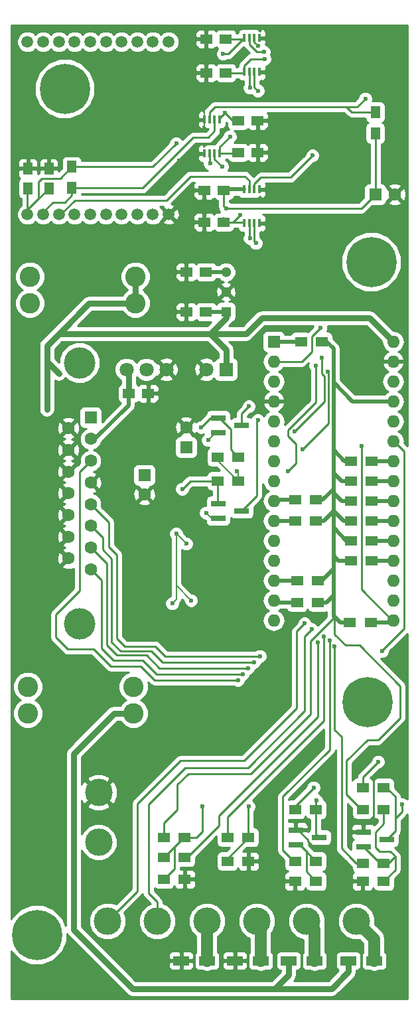
<source format=gbl>
G04 #@! TF.FileFunction,Copper,L2,Bot,Signal*
%FSLAX46Y46*%
G04 Gerber Fmt 4.6, Leading zero omitted, Abs format (unit mm)*
G04 Created by KiCad (PCBNEW 4.0.7) date Wednesday, May 09, 2018 'PMt' 10:18:29 PM*
%MOMM*%
%LPD*%
G01*
G04 APERTURE LIST*
%ADD10C,0.100000*%
%ADD11R,1.600000X1.600000*%
%ADD12O,1.600000X1.600000*%
%ADD13R,1.500000X1.250000*%
%ADD14R,1.250000X1.500000*%
%ADD15C,1.600000*%
%ADD16R,2.000000X1.200000*%
%ADD17C,2.600000*%
%ADD18C,4.000000*%
%ADD19C,3.500000*%
%ADD20R,1.900000X0.800000*%
%ADD21R,1.500000X1.300000*%
%ADD22R,1.300000X1.500000*%
%ADD23C,1.300000*%
%ADD24R,1.300000X1.300000*%
%ADD25R,0.400000X1.100000*%
%ADD26C,1.500000*%
%ADD27R,1.800000X1.800000*%
%ADD28C,1.800000*%
%ADD29C,6.400000*%
%ADD30C,0.600000*%
%ADD31C,0.254000*%
%ADD32C,0.508000*%
%ADD33C,0.152400*%
%ADD34C,0.762000*%
%ADD35C,1.524000*%
G04 APERTURE END LIST*
D10*
D11*
X118364000Y-80264000D03*
D12*
X133604000Y-113284000D03*
X118364000Y-82804000D03*
X133604000Y-110744000D03*
X118364000Y-85344000D03*
X133604000Y-108204000D03*
X118364000Y-87884000D03*
X133604000Y-105664000D03*
X118364000Y-90424000D03*
X133604000Y-103124000D03*
X118364000Y-92964000D03*
X133604000Y-100584000D03*
X118364000Y-95504000D03*
X133604000Y-98044000D03*
X118364000Y-98044000D03*
X133604000Y-95504000D03*
X118364000Y-100584000D03*
X133604000Y-92964000D03*
X118364000Y-103124000D03*
X133604000Y-90424000D03*
X118364000Y-105664000D03*
X133604000Y-87884000D03*
X118364000Y-108204000D03*
X133604000Y-85344000D03*
X118364000Y-110744000D03*
X133604000Y-82804000D03*
X118364000Y-113284000D03*
X133604000Y-80264000D03*
X118364000Y-115824000D03*
X133604000Y-115824000D03*
D13*
X109708000Y-76454000D03*
X107208000Y-76454000D03*
X109708000Y-71374000D03*
X107208000Y-71374000D03*
X109748000Y-45974000D03*
X112248000Y-45974000D03*
X109748000Y-41656000D03*
X112248000Y-41656000D03*
D14*
X89662000Y-60686000D03*
X89662000Y-58186000D03*
X86995000Y-60686000D03*
X86995000Y-58186000D03*
D13*
X109494000Y-65024000D03*
X111994000Y-65024000D03*
X109494000Y-60960000D03*
X111994000Y-60960000D03*
X116312000Y-56134000D03*
X113812000Y-56134000D03*
X116312000Y-52070000D03*
X113812000Y-52070000D03*
D11*
X101854000Y-97282000D03*
D15*
X101854000Y-99782000D03*
D11*
X107188000Y-93726000D03*
D15*
X107188000Y-91226000D03*
D16*
X120270000Y-159258000D03*
X123570000Y-159258000D03*
X127890000Y-159258000D03*
X131190000Y-159258000D03*
X109854000Y-159258000D03*
X106554000Y-159258000D03*
X116712000Y-159258000D03*
X113412000Y-159258000D03*
D17*
X87245000Y-71960000D03*
X87245000Y-75360000D03*
X100715000Y-71960000D03*
X100715000Y-75360000D03*
X86991000Y-124284000D03*
X86991000Y-127684000D03*
X100461000Y-124284000D03*
X100461000Y-127684000D03*
D11*
X94996000Y-89916000D03*
D15*
X94996000Y-92686000D03*
X94996000Y-95456000D03*
X94996000Y-98226000D03*
X94996000Y-100996000D03*
X94996000Y-103766000D03*
X94996000Y-106536000D03*
X94996000Y-109306000D03*
X92156000Y-91301000D03*
X92156000Y-94071000D03*
X92156000Y-96841000D03*
X92156000Y-99611000D03*
X92156000Y-102381000D03*
X92156000Y-105151000D03*
X92156000Y-107921000D03*
D18*
X93576000Y-82961000D03*
X93576000Y-116261000D03*
D19*
X96012000Y-144145000D03*
X96012000Y-137795000D03*
X128905000Y-154178000D03*
X122555000Y-154178000D03*
X116205000Y-154178000D03*
X109855000Y-154178000D03*
X103505000Y-154178000D03*
X97155000Y-154178000D03*
D20*
X111276000Y-91882000D03*
X111276000Y-89982000D03*
X114276000Y-90932000D03*
X111276000Y-102804000D03*
X111276000Y-100904000D03*
X114276000Y-101854000D03*
X121182000Y-144460000D03*
X121182000Y-142560000D03*
X124182000Y-143510000D03*
X129818000Y-144714000D03*
X129818000Y-142814000D03*
X132818000Y-143764000D03*
D21*
X128190000Y-98044000D03*
X130890000Y-98044000D03*
X128190000Y-95504000D03*
X130890000Y-95504000D03*
X124032000Y-113538000D03*
X121332000Y-113538000D03*
X128063000Y-116078000D03*
X130763000Y-116078000D03*
X124540000Y-80264000D03*
X121840000Y-80264000D03*
X124032000Y-110744000D03*
X121332000Y-110744000D03*
D22*
X92583000Y-57959000D03*
X92583000Y-60659000D03*
X131318000Y-53674000D03*
X131318000Y-50974000D03*
D21*
X111172000Y-94996000D03*
X113872000Y-94996000D03*
X113872000Y-98044000D03*
X111172000Y-98044000D03*
X123778000Y-100457000D03*
X121078000Y-100457000D03*
X123778000Y-103124000D03*
X121078000Y-103124000D03*
X121078000Y-139954000D03*
X123778000Y-139954000D03*
X129714000Y-137160000D03*
X132414000Y-137160000D03*
X129714000Y-139954000D03*
X132414000Y-139954000D03*
X123778000Y-146558000D03*
X121078000Y-146558000D03*
X129714000Y-146812000D03*
X132414000Y-146812000D03*
X123778000Y-149098000D03*
X121078000Y-149098000D03*
X104314000Y-143510000D03*
X107014000Y-143510000D03*
X104314000Y-146050000D03*
X107014000Y-146050000D03*
X112442000Y-143510000D03*
X115142000Y-143510000D03*
X112442000Y-146558000D03*
X115142000Y-146558000D03*
X128190000Y-108204000D03*
X130890000Y-108204000D03*
X128190000Y-103124000D03*
X130890000Y-103124000D03*
X128190000Y-105664000D03*
X130890000Y-105664000D03*
X128190000Y-100584000D03*
X130890000Y-100584000D03*
X132414000Y-149098000D03*
X129714000Y-149098000D03*
X104314000Y-148844000D03*
X107014000Y-148844000D03*
D23*
X112268000Y-71374000D03*
D24*
X112268000Y-76454000D03*
D23*
X112268000Y-73914000D03*
D25*
X114595000Y-41538000D03*
X115245000Y-41538000D03*
X115895000Y-41538000D03*
X116545000Y-41538000D03*
X116545000Y-45838000D03*
X115895000Y-45838000D03*
X115245000Y-45838000D03*
X114595000Y-45838000D03*
D26*
X86948500Y-42022500D03*
X86948500Y-64022500D03*
X88948500Y-42022500D03*
X88948500Y-64022500D03*
X90948500Y-42022500D03*
X90948500Y-64022500D03*
X92948500Y-42022500D03*
X92948500Y-64022500D03*
X94948500Y-42022500D03*
X94948500Y-64022500D03*
X96948500Y-42022500D03*
X96948500Y-64022500D03*
X98948500Y-42022500D03*
X98948500Y-64022500D03*
X100948500Y-42022500D03*
X100948500Y-64022500D03*
X102948500Y-42022500D03*
X102948500Y-64022500D03*
X104948500Y-42022500D03*
X104948500Y-64022500D03*
D25*
X114595000Y-60842000D03*
X115245000Y-60842000D03*
X115895000Y-60842000D03*
X116545000Y-60842000D03*
X116545000Y-65142000D03*
X115895000Y-65142000D03*
X115245000Y-65142000D03*
X114595000Y-65142000D03*
X111465000Y-56252000D03*
X110815000Y-56252000D03*
X110165000Y-56252000D03*
X109515000Y-56252000D03*
X109515000Y-51952000D03*
X110165000Y-51952000D03*
X110815000Y-51952000D03*
X111465000Y-51952000D03*
D27*
X112268000Y-83820000D03*
D28*
X109728000Y-83820000D03*
X104648000Y-83820000D03*
X102108000Y-83820000D03*
X99568000Y-83820000D03*
D11*
X131318000Y-61468000D03*
D15*
X133818000Y-61468000D03*
D13*
X99842000Y-86868000D03*
X102342000Y-86868000D03*
D29*
X91694000Y-48006000D03*
X130810000Y-70104000D03*
X130302000Y-126238000D03*
X88138000Y-155956000D03*
D30*
X115316000Y-67056000D03*
X111760000Y-57912000D03*
X124333000Y-78486000D03*
X114427000Y-122682000D03*
X118237000Y-64643000D03*
X118237000Y-61849000D03*
X100711000Y-56515000D03*
X106299000Y-57150000D03*
X112014000Y-110490000D03*
X119761000Y-125984000D03*
X131953000Y-135128000D03*
X101600000Y-93091000D03*
X114427000Y-105537000D03*
X114173000Y-112776000D03*
X114046000Y-107442000D03*
X105029000Y-101854000D03*
X99568000Y-108839000D03*
X99822000Y-115570000D03*
X105537000Y-116713000D03*
X112014000Y-115951000D03*
X115824000Y-118491000D03*
X129667000Y-45847000D03*
X115062000Y-121920000D03*
X122301000Y-116205000D03*
X115824000Y-121158000D03*
X123190000Y-116967000D03*
X116586000Y-120396000D03*
X125476000Y-118364000D03*
X116332000Y-90297000D03*
X123952000Y-118618000D03*
X115189000Y-88519000D03*
X126111000Y-119126000D03*
X113792000Y-123444000D03*
X132207000Y-119761000D03*
X124714000Y-117856000D03*
X114046000Y-64135000D03*
X112776000Y-54102000D03*
X117221000Y-44196000D03*
X123698000Y-83312000D03*
X120142000Y-96774000D03*
X116078000Y-67691000D03*
X115316000Y-47879000D03*
X122047000Y-93980000D03*
X125222000Y-84074000D03*
X90932000Y-84328000D03*
X89408000Y-88900000D03*
X124460000Y-82296000D03*
X121031000Y-91694000D03*
X110236000Y-57531000D03*
X116332000Y-48260000D03*
X129540000Y-93599000D03*
X105918000Y-54991000D03*
X112141000Y-51054000D03*
X111887000Y-43561000D03*
X112268000Y-63246000D03*
X109982000Y-92837000D03*
X109728000Y-102108000D03*
X113665000Y-96774000D03*
X123444000Y-137160000D03*
X131699000Y-133858000D03*
X123317000Y-56515000D03*
X117094000Y-43307000D03*
X116332000Y-42545000D03*
X130048000Y-49276000D03*
X107823000Y-113284000D03*
X105410000Y-113665000D03*
X105918000Y-104775000D03*
X107188000Y-106045000D03*
X109093000Y-91186000D03*
X106680000Y-99060000D03*
X123825000Y-138811000D03*
X134747000Y-139319000D03*
X109220000Y-139573000D03*
X115189000Y-139573000D03*
D31*
X115245000Y-66985000D02*
X115245000Y-65142000D01*
X115316000Y-67056000D02*
X115245000Y-66985000D01*
D32*
X121840000Y-80264000D02*
X118364000Y-80264000D01*
D31*
X118364000Y-82804000D02*
X121920000Y-82804000D01*
X110815000Y-56967000D02*
X110815000Y-56252000D01*
X111760000Y-57912000D02*
X110815000Y-56967000D01*
X123190000Y-79629000D02*
X124333000Y-78486000D01*
X123190000Y-81534000D02*
X123190000Y-79629000D01*
X121920000Y-82804000D02*
X123190000Y-81534000D01*
X114427000Y-122682000D02*
X103378000Y-122682000D01*
X96393000Y-110703000D02*
X94996000Y-109306000D01*
X96393000Y-119380000D02*
X96393000Y-110703000D01*
X97917000Y-120904000D02*
X96393000Y-119380000D01*
X101600000Y-120904000D02*
X97917000Y-120904000D01*
X103378000Y-122682000D02*
X101600000Y-120904000D01*
D32*
X130890000Y-108204000D02*
X133604000Y-108204000D01*
D31*
X117738000Y-65142000D02*
X118237000Y-64643000D01*
X118237000Y-61849000D02*
X117230000Y-60842000D01*
D33*
X109515000Y-51952000D02*
X109515000Y-49571000D01*
X109515000Y-49571000D02*
X109347000Y-49403000D01*
X109515000Y-51952000D02*
X109515000Y-52664000D01*
X109515000Y-52664000D02*
X109347000Y-52832000D01*
X109515000Y-56252000D02*
X107197000Y-56252000D01*
X107197000Y-56252000D02*
X106299000Y-57150000D01*
D31*
X129818000Y-142814000D02*
X129818000Y-141708000D01*
X131064000Y-136017000D02*
X131953000Y-135128000D01*
X131064000Y-140843000D02*
X131064000Y-136017000D01*
X130429000Y-141478000D02*
X131064000Y-140843000D01*
X130048000Y-141478000D02*
X130429000Y-141478000D01*
X129818000Y-141708000D02*
X130048000Y-141478000D01*
X121182000Y-142560000D02*
X121478000Y-142560000D01*
X121478000Y-142560000D02*
X122682000Y-143764000D01*
X122682000Y-143764000D02*
X122682000Y-144018000D01*
X122682000Y-144018000D02*
X123444000Y-144780000D01*
X116545000Y-45838000D02*
X117339000Y-45838000D01*
X117339000Y-45838000D02*
X117729000Y-46228000D01*
X116545000Y-41538000D02*
X118373000Y-41538000D01*
X118373000Y-41538000D02*
X118491000Y-41656000D01*
X116545000Y-65142000D02*
X117738000Y-65142000D01*
X117230000Y-60842000D02*
X116545000Y-60842000D01*
X129658000Y-45838000D02*
X129667000Y-45847000D01*
X115062000Y-121920000D02*
X103759000Y-121920000D01*
X97028000Y-108568000D02*
X94996000Y-106536000D01*
X97028000Y-118999000D02*
X97028000Y-108568000D01*
X98298000Y-120269000D02*
X97028000Y-118999000D01*
X102108000Y-120269000D02*
X98298000Y-120269000D01*
X103759000Y-121920000D02*
X102108000Y-120269000D01*
D32*
X130890000Y-105664000D02*
X133604000Y-105664000D01*
D31*
X97155000Y-154178000D02*
X100965000Y-150368000D01*
X121285000Y-117221000D02*
X122301000Y-116205000D01*
X121285000Y-127000000D02*
X121285000Y-117221000D01*
X114554000Y-133731000D02*
X121285000Y-127000000D01*
X106426000Y-133731000D02*
X114554000Y-133731000D01*
X100965000Y-139192000D02*
X106426000Y-133731000D01*
X100965000Y-150368000D02*
X100965000Y-139192000D01*
D32*
X121078000Y-103124000D02*
X118364000Y-103124000D01*
D31*
X115824000Y-121158000D02*
X104140000Y-121158000D01*
X96520000Y-105290000D02*
X94996000Y-103766000D01*
X96520000Y-106807000D02*
X96520000Y-105290000D01*
X97663000Y-107950000D02*
X96520000Y-106807000D01*
X97663000Y-118618000D02*
X97663000Y-107950000D01*
X98806000Y-119761000D02*
X97663000Y-118618000D01*
X102743000Y-119761000D02*
X98806000Y-119761000D01*
X102997000Y-120015000D02*
X102743000Y-119761000D01*
X104140000Y-121158000D02*
X102997000Y-120015000D01*
D32*
X130890000Y-103124000D02*
X133604000Y-103124000D01*
D31*
X103505000Y-154178000D02*
X103505000Y-151765000D01*
X122301000Y-117856000D02*
X123190000Y-116967000D01*
X122301000Y-127381000D02*
X122301000Y-117856000D01*
X115062000Y-134620000D02*
X122301000Y-127381000D01*
X107061000Y-134620000D02*
X115062000Y-134620000D01*
X102362000Y-139319000D02*
X107061000Y-134620000D01*
X102362000Y-150622000D02*
X102362000Y-139319000D01*
X103505000Y-151765000D02*
X102362000Y-150622000D01*
D32*
X121078000Y-100457000D02*
X118491000Y-100457000D01*
X118491000Y-100457000D02*
X118364000Y-100584000D01*
D31*
X116586000Y-120396000D02*
X104521000Y-120396000D01*
X97282000Y-103282000D02*
X94996000Y-100996000D01*
X97282000Y-106426000D02*
X97282000Y-103282000D01*
X98298000Y-107442000D02*
X97282000Y-106426000D01*
X98298000Y-118110000D02*
X98298000Y-107442000D01*
X99314000Y-119126000D02*
X98298000Y-118110000D01*
X103251000Y-119126000D02*
X99314000Y-119126000D01*
X103505000Y-119380000D02*
X103251000Y-119126000D01*
X104521000Y-120396000D02*
X103505000Y-119380000D01*
D32*
X130890000Y-100584000D02*
X133604000Y-100584000D01*
D31*
X121078000Y-146558000D02*
X120904000Y-146558000D01*
X120904000Y-146558000D02*
X119507000Y-145161000D01*
X119507000Y-145161000D02*
X119507000Y-138303000D01*
X119507000Y-138303000D02*
X125476000Y-132334000D01*
X125476000Y-132334000D02*
X125476000Y-118364000D01*
X116205000Y-99925000D02*
X114276000Y-101854000D01*
X116205000Y-90424000D02*
X116205000Y-99925000D01*
X116332000Y-90297000D02*
X116205000Y-90424000D01*
D32*
X130890000Y-98044000D02*
X133604000Y-98044000D01*
D31*
X111379000Y-140716000D02*
X123952000Y-128143000D01*
X111379000Y-141986000D02*
X111379000Y-140716000D01*
X111379000Y-141986000D02*
X107315000Y-146050000D01*
X123952000Y-128143000D02*
X123952000Y-118618000D01*
X107014000Y-146050000D02*
X107315000Y-146050000D01*
X114276000Y-89432000D02*
X114276000Y-90932000D01*
X115189000Y-88519000D02*
X114276000Y-89432000D01*
D32*
X130890000Y-95504000D02*
X133604000Y-95504000D01*
D31*
X126111000Y-128143000D02*
X126111000Y-129794000D01*
X128905000Y-146812000D02*
X128143000Y-146050000D01*
X126111000Y-128143000D02*
X126111000Y-119126000D01*
X128905000Y-146812000D02*
X129714000Y-146812000D01*
X127000000Y-144907000D02*
X128143000Y-146050000D01*
X127000000Y-130683000D02*
X127000000Y-144907000D01*
X126111000Y-129794000D02*
X127000000Y-130683000D01*
X113792000Y-123444000D02*
X103124000Y-123444000D01*
X132207000Y-119634000D02*
X132207000Y-119761000D01*
X135001000Y-116840000D02*
X132207000Y-119634000D01*
X135001000Y-94234000D02*
X135001000Y-116840000D01*
X133731000Y-92964000D02*
X135001000Y-94234000D01*
X93599000Y-96853000D02*
X94996000Y-95456000D01*
X93599000Y-112014000D02*
X93599000Y-96853000D01*
X90551000Y-115062000D02*
X93599000Y-112014000D01*
X90551000Y-117983000D02*
X90551000Y-115062000D01*
X92075000Y-119507000D02*
X90551000Y-117983000D01*
X95377000Y-119507000D02*
X92075000Y-119507000D01*
X97536000Y-121666000D02*
X95377000Y-119507000D01*
X101346000Y-121666000D02*
X97536000Y-121666000D01*
X103124000Y-123444000D02*
X101346000Y-121666000D01*
X133604000Y-92964000D02*
X133731000Y-92964000D01*
X112442000Y-143510000D02*
X112442000Y-140923000D01*
X124714000Y-128651000D02*
X124714000Y-117856000D01*
X112442000Y-140923000D02*
X124714000Y-128651000D01*
X113157000Y-65024000D02*
X114046000Y-64135000D01*
X111994000Y-65024000D02*
X113157000Y-65024000D01*
X113157000Y-65024000D02*
X114477000Y-65024000D01*
X114477000Y-65024000D02*
X114595000Y-65142000D01*
X111465000Y-56252000D02*
X113694000Y-56252000D01*
X113694000Y-56252000D02*
X113812000Y-56134000D01*
X111465000Y-55413000D02*
X111465000Y-56252000D01*
X112776000Y-54102000D02*
X111465000Y-55413000D01*
X112248000Y-45974000D02*
X114459000Y-45974000D01*
X114459000Y-45974000D02*
X114595000Y-45838000D01*
X114595000Y-45044000D02*
X114595000Y-45838000D01*
X115443000Y-44196000D02*
X114595000Y-45044000D01*
X117221000Y-44196000D02*
X115443000Y-44196000D01*
D32*
X111994000Y-65024000D02*
X111994000Y-64663000D01*
D31*
X104314000Y-143510000D02*
X104314000Y-141685000D01*
X123063000Y-118491000D02*
X126111000Y-115443000D01*
X123063000Y-127762000D02*
X123063000Y-118491000D01*
X115443000Y-135382000D02*
X123063000Y-127762000D01*
X107442000Y-135382000D02*
X115443000Y-135382000D01*
X106045000Y-136779000D02*
X107442000Y-135382000D01*
X106045000Y-139954000D02*
X106045000Y-136779000D01*
X104314000Y-141685000D02*
X106045000Y-139954000D01*
X129714000Y-139954000D02*
X129540000Y-139954000D01*
X129540000Y-139954000D02*
X127635000Y-138049000D01*
X127635000Y-138049000D02*
X127635000Y-133731000D01*
X127635000Y-133731000D02*
X130302000Y-131064000D01*
X130302000Y-131064000D02*
X131699000Y-131064000D01*
X131699000Y-131064000D02*
X134493000Y-128270000D01*
X134493000Y-128270000D02*
X134493000Y-124206000D01*
X134493000Y-124206000D02*
X129286000Y-118999000D01*
X129286000Y-118999000D02*
X127508000Y-118999000D01*
X127508000Y-118999000D02*
X126111000Y-117602000D01*
X126111000Y-117602000D02*
X126111000Y-115443000D01*
X126111000Y-115443000D02*
X126111000Y-115316000D01*
D32*
X123778000Y-103124000D02*
X124714000Y-103124000D01*
X124714000Y-103124000D02*
X125984000Y-101854000D01*
X123778000Y-100457000D02*
X124587000Y-100457000D01*
X124587000Y-100457000D02*
X125984000Y-99060000D01*
X128063000Y-116078000D02*
X126873000Y-116078000D01*
X126873000Y-116078000D02*
X126111000Y-115316000D01*
X126111000Y-115316000D02*
X125984000Y-115189000D01*
X133604000Y-87884000D02*
X128397000Y-87884000D01*
X128397000Y-87884000D02*
X125984000Y-85471000D01*
X128190000Y-95504000D02*
X127381000Y-95504000D01*
X127381000Y-95504000D02*
X125984000Y-94107000D01*
X128190000Y-98044000D02*
X127000000Y-98044000D01*
X127000000Y-98044000D02*
X125984000Y-97028000D01*
X128190000Y-100584000D02*
X127000000Y-100584000D01*
X127000000Y-100584000D02*
X125984000Y-99568000D01*
X128190000Y-103124000D02*
X127254000Y-103124000D01*
X127254000Y-103124000D02*
X125984000Y-101854000D01*
X128190000Y-105664000D02*
X127635000Y-105664000D01*
X127635000Y-105664000D02*
X125984000Y-104013000D01*
X128190000Y-108204000D02*
X126619000Y-108204000D01*
X126619000Y-108204000D02*
X125984000Y-107569000D01*
X124032000Y-110744000D02*
X124460000Y-110744000D01*
X124460000Y-110744000D02*
X125984000Y-109220000D01*
X124032000Y-113538000D02*
X125095000Y-113538000D01*
X125095000Y-113538000D02*
X125984000Y-112649000D01*
X124540000Y-80264000D02*
X125095000Y-80264000D01*
X125095000Y-80264000D02*
X125984000Y-81153000D01*
X125984000Y-81153000D02*
X125984000Y-85471000D01*
X125984000Y-85471000D02*
X125984000Y-89281000D01*
X125984000Y-89281000D02*
X125984000Y-92329000D01*
X125984000Y-92329000D02*
X125984000Y-94107000D01*
X125984000Y-94107000D02*
X125984000Y-97028000D01*
X125984000Y-97028000D02*
X125984000Y-99060000D01*
X125984000Y-99060000D02*
X125984000Y-99568000D01*
X125984000Y-99568000D02*
X125984000Y-101854000D01*
X125984000Y-101854000D02*
X125984000Y-104013000D01*
X125984000Y-104013000D02*
X125984000Y-107569000D01*
X125984000Y-107569000D02*
X125984000Y-109220000D01*
X125984000Y-109220000D02*
X125984000Y-112649000D01*
X125984000Y-112649000D02*
X125984000Y-115189000D01*
X125984000Y-115189000D02*
X125984000Y-115316000D01*
D31*
X123698000Y-88011000D02*
X123698000Y-83312000D01*
X120142000Y-91567000D02*
X123698000Y-88011000D01*
X120142000Y-92329000D02*
X120142000Y-91567000D01*
X121158000Y-93345000D02*
X120142000Y-92329000D01*
X121158000Y-95758000D02*
X121158000Y-93345000D01*
X120142000Y-96774000D02*
X121158000Y-95758000D01*
X116078000Y-67691000D02*
X115895000Y-67508000D01*
X115895000Y-67508000D02*
X115895000Y-65142000D01*
D32*
X121332000Y-110744000D02*
X118364000Y-110744000D01*
D31*
X115316000Y-47879000D02*
X115245000Y-47808000D01*
X115245000Y-45838000D02*
X115245000Y-47808000D01*
X122047000Y-93980000D02*
X125349000Y-90678000D01*
X125349000Y-84201000D02*
X125222000Y-84074000D01*
X125349000Y-90678000D02*
X125349000Y-84201000D01*
D32*
X121332000Y-113538000D02*
X118618000Y-113538000D01*
X118618000Y-113538000D02*
X118364000Y-113284000D01*
X112268000Y-76454000D02*
X109708000Y-76454000D01*
D34*
X90932000Y-84328000D02*
X89408000Y-82804000D01*
X109728000Y-79248000D02*
X114808000Y-79248000D01*
X130556000Y-77216000D02*
X133604000Y-80264000D01*
X116840000Y-77216000D02*
X130556000Y-77216000D01*
X114808000Y-79248000D02*
X116840000Y-77216000D01*
X110236000Y-79248000D02*
X112268000Y-81280000D01*
X112268000Y-81280000D02*
X112268000Y-83820000D01*
X90932000Y-79248000D02*
X109728000Y-79248000D01*
X109728000Y-79248000D02*
X110236000Y-79248000D01*
X112268000Y-77216000D02*
X112268000Y-76454000D01*
X110236000Y-79248000D02*
X112268000Y-77216000D01*
X100715000Y-75360000D02*
X100715000Y-71960000D01*
X89408000Y-88900000D02*
X89408000Y-82804000D01*
X89408000Y-82804000D02*
X89408000Y-80772000D01*
X89408000Y-80772000D02*
X90932000Y-79248000D01*
X90932000Y-79248000D02*
X94820000Y-75360000D01*
X94820000Y-75360000D02*
X100715000Y-75360000D01*
D31*
X124460000Y-84328000D02*
X124460000Y-82296000D01*
X124841000Y-84709000D02*
X124460000Y-84328000D01*
X124841000Y-87884000D02*
X124841000Y-84709000D01*
X121031000Y-91694000D02*
X124841000Y-87884000D01*
X110165000Y-57460000D02*
X110165000Y-56252000D01*
X110236000Y-57531000D02*
X110165000Y-57460000D01*
X133604000Y-115824000D02*
X133477000Y-115824000D01*
X133477000Y-115824000D02*
X129540000Y-111887000D01*
X115895000Y-47823000D02*
X115895000Y-45838000D01*
X116332000Y-48260000D02*
X115895000Y-47823000D01*
X129540000Y-111887000D02*
X129540000Y-93599000D01*
D32*
X130763000Y-116078000D02*
X133350000Y-116078000D01*
X133350000Y-116078000D02*
X133604000Y-115824000D01*
D31*
X131318000Y-61468000D02*
X131318000Y-53674000D01*
X112268000Y-63246000D02*
X129540000Y-63246000D01*
X129540000Y-63246000D02*
X131318000Y-61468000D01*
X92583000Y-57959000D02*
X102950000Y-57959000D01*
X102950000Y-57959000D02*
X105918000Y-54991000D01*
X111465000Y-51952000D02*
X111465000Y-51730000D01*
X111465000Y-51730000D02*
X112141000Y-51054000D01*
X113157000Y-52070000D02*
X112141000Y-51054000D01*
X113812000Y-52070000D02*
X113157000Y-52070000D01*
X112248000Y-41656000D02*
X114477000Y-41656000D01*
X114477000Y-41656000D02*
X114595000Y-41538000D01*
X111887000Y-43561000D02*
X112572000Y-43561000D01*
X112572000Y-43561000D02*
X114595000Y-41538000D01*
X114477000Y-41656000D02*
X114595000Y-41538000D01*
X111994000Y-62972000D02*
X111994000Y-60960000D01*
X112268000Y-63246000D02*
X111994000Y-62972000D01*
D32*
X114595000Y-60842000D02*
X112112000Y-60842000D01*
X112112000Y-60842000D02*
X111994000Y-60960000D01*
X111994000Y-61321000D02*
X111994000Y-60960000D01*
X112268000Y-71374000D02*
X109708000Y-71374000D01*
D31*
X88318500Y-62029500D02*
X88318500Y-59890500D01*
X91106000Y-59436000D02*
X92583000Y-57959000D01*
X88773000Y-59436000D02*
X91106000Y-59436000D01*
X88318500Y-59890500D02*
X88773000Y-59436000D01*
X86948500Y-64022500D02*
X86948500Y-60732500D01*
X86948500Y-60732500D02*
X86995000Y-60686000D01*
X86948500Y-64022500D02*
X86948500Y-63399500D01*
X86948500Y-63399500D02*
X88318500Y-62029500D01*
X88318500Y-62029500D02*
X89662000Y-60686000D01*
D33*
X111276000Y-91882000D02*
X110937000Y-91882000D01*
X110937000Y-91882000D02*
X109982000Y-92837000D01*
X111276000Y-102804000D02*
X110424000Y-102804000D01*
X110424000Y-102804000D02*
X109728000Y-102108000D01*
X113872000Y-98044000D02*
X113872000Y-96981000D01*
X113872000Y-96981000D02*
X113665000Y-96774000D01*
X111172000Y-94996000D02*
X111172000Y-95424000D01*
X111172000Y-95424000D02*
X113792000Y-98044000D01*
X113792000Y-98044000D02*
X113872000Y-98044000D01*
D32*
X99842000Y-86868000D02*
X99842000Y-88372000D01*
X99842000Y-88372000D02*
X95528000Y-92686000D01*
X95528000Y-92686000D02*
X94996000Y-92686000D01*
D34*
X99842000Y-86868000D02*
X99842000Y-84094000D01*
X99842000Y-84094000D02*
X99568000Y-83820000D01*
D31*
X121078000Y-139954000D02*
X121078000Y-139526000D01*
X121078000Y-139526000D02*
X123444000Y-137160000D01*
X129714000Y-137160000D02*
X129714000Y-135843000D01*
X129714000Y-135843000D02*
X131699000Y-133858000D01*
X129714000Y-137160000D02*
X129921000Y-137160000D01*
D34*
X118364000Y-162814000D02*
X125730000Y-162814000D01*
X127890000Y-160654000D02*
X127890000Y-159258000D01*
X125730000Y-162814000D02*
X127890000Y-160654000D01*
X120270000Y-159258000D02*
X120270000Y-161035000D01*
X97995000Y-127684000D02*
X100461000Y-127684000D01*
X92837000Y-132842000D02*
X97995000Y-127684000D01*
X92837000Y-155321000D02*
X92837000Y-132842000D01*
X100330000Y-162814000D02*
X92837000Y-155321000D01*
X118491000Y-162814000D02*
X118364000Y-162814000D01*
X118364000Y-162814000D02*
X100330000Y-162814000D01*
X120270000Y-161035000D02*
X118491000Y-162814000D01*
D35*
X123570000Y-159258000D02*
X123570000Y-155193000D01*
X123570000Y-155193000D02*
X122555000Y-154178000D01*
X131190000Y-159258000D02*
X131190000Y-156463000D01*
X131190000Y-156463000D02*
X128905000Y-154178000D01*
X109854000Y-159258000D02*
X109854000Y-154179000D01*
X109854000Y-154179000D02*
X109855000Y-154178000D01*
X116712000Y-159258000D02*
X116712000Y-154685000D01*
X116712000Y-154685000D02*
X116205000Y-154178000D01*
D31*
X115895000Y-60842000D02*
X115895000Y-60127000D01*
X120523000Y-59309000D02*
X123317000Y-56515000D01*
X116713000Y-59309000D02*
X120523000Y-59309000D01*
X115895000Y-60127000D02*
X116713000Y-59309000D01*
X115245000Y-41538000D02*
X115245000Y-42347000D01*
X116205000Y-43307000D02*
X117094000Y-43307000D01*
X115245000Y-42347000D02*
X116205000Y-43307000D01*
X115895000Y-41538000D02*
X115895000Y-42108000D01*
X115895000Y-42108000D02*
X116332000Y-42545000D01*
X131318000Y-50974000D02*
X128317000Y-50974000D01*
X128317000Y-50974000D02*
X127635000Y-50292000D01*
X130048000Y-49276000D02*
X129159000Y-50165000D01*
X129159000Y-50165000D02*
X129032000Y-50292000D01*
X129032000Y-50292000D02*
X127635000Y-50292000D01*
X127635000Y-50292000D02*
X110871000Y-50292000D01*
X110871000Y-50292000D02*
X110165000Y-50998000D01*
X110165000Y-50998000D02*
X110165000Y-51952000D01*
D33*
X105918000Y-111379000D02*
X105918000Y-111252000D01*
X107823000Y-113284000D02*
X105918000Y-111379000D01*
X105918000Y-104775000D02*
X105918000Y-111252000D01*
X105918000Y-111252000D02*
X105918000Y-113157000D01*
X105918000Y-113157000D02*
X105410000Y-113665000D01*
X107188000Y-106045000D02*
X105918000Y-104775000D01*
D31*
X110297000Y-89982000D02*
X109093000Y-91186000D01*
X111276000Y-89982000D02*
X110297000Y-89982000D01*
X111276000Y-89982000D02*
X111445000Y-89982000D01*
X111445000Y-89982000D02*
X112903000Y-91440000D01*
X112903000Y-91440000D02*
X112903000Y-94027000D01*
X112903000Y-94027000D02*
X113872000Y-94996000D01*
X111172000Y-98044000D02*
X107696000Y-98044000D01*
X107696000Y-98044000D02*
X106680000Y-99060000D01*
X111172000Y-98044000D02*
X111172000Y-100800000D01*
X111172000Y-100800000D02*
X111276000Y-100904000D01*
X123778000Y-139954000D02*
X123778000Y-138858000D01*
X123778000Y-138858000D02*
X123825000Y-138811000D01*
X123778000Y-139954000D02*
X123778000Y-143106000D01*
X123778000Y-143106000D02*
X124182000Y-143510000D01*
X134747000Y-139319000D02*
X134747000Y-140208000D01*
X134747000Y-140208000D02*
X133858000Y-141097000D01*
X132414000Y-137160000D02*
X132715000Y-137160000D01*
X132715000Y-137160000D02*
X133858000Y-138303000D01*
X133858000Y-138303000D02*
X133858000Y-141097000D01*
X133858000Y-141097000D02*
X133858000Y-142724000D01*
X133858000Y-142724000D02*
X132818000Y-143764000D01*
X122531500Y-145311500D02*
X122531500Y-147851500D01*
X122531500Y-147851500D02*
X123778000Y-149098000D01*
X121182000Y-144460000D02*
X121680000Y-144460000D01*
X121680000Y-144460000D02*
X122531500Y-145311500D01*
X122531500Y-145311500D02*
X123778000Y-146558000D01*
X132414000Y-146812000D02*
X132969000Y-146812000D01*
X132969000Y-146812000D02*
X133858000Y-145923000D01*
X132414000Y-139954000D02*
X132414000Y-141779000D01*
X133858000Y-147654000D02*
X132414000Y-149098000D01*
X133858000Y-145923000D02*
X133858000Y-147654000D01*
X133223000Y-145288000D02*
X133858000Y-145923000D01*
X131826000Y-145288000D02*
X133223000Y-145288000D01*
X131318000Y-144780000D02*
X131826000Y-145288000D01*
X131318000Y-142875000D02*
X131318000Y-144780000D01*
X132414000Y-141779000D02*
X131318000Y-142875000D01*
X132414000Y-146812000D02*
X131916000Y-146812000D01*
X131916000Y-146812000D02*
X129818000Y-144714000D01*
X107014000Y-143510000D02*
X108458000Y-143510000D01*
X109220000Y-142748000D02*
X109220000Y-139573000D01*
X108458000Y-143510000D02*
X109220000Y-142748000D01*
X105687500Y-144676500D02*
X105687500Y-147470500D01*
X105687500Y-147470500D02*
X104314000Y-148844000D01*
X107014000Y-143510000D02*
X106854000Y-143510000D01*
X106854000Y-143510000D02*
X105687500Y-144676500D01*
X105687500Y-144676500D02*
X104314000Y-146050000D01*
X115142000Y-143510000D02*
X115142000Y-139620000D01*
X115142000Y-139620000D02*
X115189000Y-139573000D01*
X112442000Y-146558000D02*
X112442000Y-146210000D01*
X112442000Y-146210000D02*
X115142000Y-143510000D01*
X92583000Y-60659000D02*
X101647000Y-60659000D01*
X110815000Y-53396000D02*
X110815000Y-51952000D01*
X109982000Y-54229000D02*
X110815000Y-53396000D01*
X108077000Y-54229000D02*
X109982000Y-54229000D01*
X101647000Y-60659000D02*
X108077000Y-54229000D01*
X88948500Y-64022500D02*
X88948500Y-63705500D01*
X88948500Y-63705500D02*
X90170000Y-62484000D01*
X90170000Y-62484000D02*
X91694000Y-62484000D01*
X91694000Y-62484000D02*
X92583000Y-61595000D01*
X92583000Y-61595000D02*
X92583000Y-60659000D01*
X90948500Y-64022500D02*
X91171500Y-64022500D01*
X91171500Y-64022500D02*
X92964000Y-62230000D01*
X115245000Y-59746000D02*
X115245000Y-60842000D01*
X114681000Y-59182000D02*
X115245000Y-59746000D01*
X107696000Y-59182000D02*
X114681000Y-59182000D01*
X104648000Y-62230000D02*
X107696000Y-59182000D01*
X92964000Y-62230000D02*
X104648000Y-62230000D01*
G36*
X135382000Y-93537369D02*
X135024228Y-93179597D01*
X135067113Y-92964000D01*
X134957880Y-92414849D01*
X134646811Y-91949302D01*
X134264725Y-91694000D01*
X134646811Y-91438698D01*
X134957880Y-90973151D01*
X135067113Y-90424000D01*
X134957880Y-89874849D01*
X134646811Y-89409302D01*
X134264725Y-89154000D01*
X134646811Y-88898698D01*
X134957880Y-88433151D01*
X135067113Y-87884000D01*
X134957880Y-87334849D01*
X134646811Y-86869302D01*
X134264725Y-86614000D01*
X134646811Y-86358698D01*
X134957880Y-85893151D01*
X135067113Y-85344000D01*
X134957880Y-84794849D01*
X134646811Y-84329302D01*
X134242297Y-84059014D01*
X134459134Y-83956389D01*
X134835041Y-83541423D01*
X134995904Y-83153039D01*
X134873915Y-82931000D01*
X133731000Y-82931000D01*
X133731000Y-82951000D01*
X133477000Y-82951000D01*
X133477000Y-82931000D01*
X132334085Y-82931000D01*
X132212096Y-83153039D01*
X132372959Y-83541423D01*
X132748866Y-83956389D01*
X132965703Y-84059014D01*
X132561189Y-84329302D01*
X132250120Y-84794849D01*
X132140887Y-85344000D01*
X132250120Y-85893151D01*
X132561189Y-86358698D01*
X132943275Y-86614000D01*
X132561189Y-86869302D01*
X132477200Y-86995000D01*
X128765236Y-86995000D01*
X126873000Y-85102764D01*
X126873000Y-81153000D01*
X126805329Y-80812794D01*
X126612618Y-80524382D01*
X125937440Y-79849204D01*
X125937440Y-79614000D01*
X125893162Y-79378683D01*
X125754090Y-79162559D01*
X125541890Y-79017569D01*
X125290000Y-78966560D01*
X125145857Y-78966560D01*
X125267838Y-78672799D01*
X125268162Y-78300833D01*
X125239721Y-78232000D01*
X130135160Y-78232000D01*
X132145246Y-80242087D01*
X132140887Y-80264000D01*
X132250120Y-80813151D01*
X132561189Y-81278698D01*
X132965703Y-81548986D01*
X132748866Y-81651611D01*
X132372959Y-82066577D01*
X132212096Y-82454961D01*
X132334085Y-82677000D01*
X133477000Y-82677000D01*
X133477000Y-82657000D01*
X133731000Y-82657000D01*
X133731000Y-82677000D01*
X134873915Y-82677000D01*
X134995904Y-82454961D01*
X134835041Y-82066577D01*
X134459134Y-81651611D01*
X134242297Y-81548986D01*
X134646811Y-81278698D01*
X134957880Y-80813151D01*
X135067113Y-80264000D01*
X134957880Y-79714849D01*
X134646811Y-79249302D01*
X134181264Y-78938233D01*
X133632113Y-78829000D01*
X133605841Y-78829000D01*
X131274420Y-76497580D01*
X130944807Y-76277338D01*
X130880300Y-76264507D01*
X130556000Y-76200000D01*
X116840000Y-76200000D01*
X116515700Y-76264507D01*
X116451193Y-76277338D01*
X116121580Y-76497579D01*
X114387160Y-78232000D01*
X112688841Y-78232000D01*
X112986421Y-77934420D01*
X113136107Y-77710400D01*
X113153317Y-77707162D01*
X113369441Y-77568090D01*
X113514431Y-77355890D01*
X113565440Y-77104000D01*
X113565440Y-75804000D01*
X113521162Y-75568683D01*
X113382090Y-75352559D01*
X113169890Y-75207569D01*
X112918000Y-75156560D01*
X112659046Y-75156560D01*
X112931729Y-75043611D01*
X112987410Y-74813016D01*
X112268000Y-74093605D01*
X111548590Y-74813016D01*
X111604271Y-75043611D01*
X111928848Y-75156560D01*
X111618000Y-75156560D01*
X111382683Y-75200838D01*
X111166559Y-75339910D01*
X111028182Y-75542431D01*
X110922090Y-75377559D01*
X110709890Y-75232569D01*
X110458000Y-75181560D01*
X108958000Y-75181560D01*
X108722683Y-75225838D01*
X108506559Y-75364910D01*
X108460031Y-75433006D01*
X108317698Y-75290673D01*
X108084309Y-75194000D01*
X107493750Y-75194000D01*
X107335000Y-75352750D01*
X107335000Y-76327000D01*
X107355000Y-76327000D01*
X107355000Y-76581000D01*
X107335000Y-76581000D01*
X107335000Y-77555250D01*
X107493750Y-77714000D01*
X108084309Y-77714000D01*
X108317698Y-77617327D01*
X108458936Y-77476090D01*
X108493910Y-77530441D01*
X108706110Y-77675431D01*
X108958000Y-77726440D01*
X110320720Y-77726440D01*
X109815160Y-78232000D01*
X93384840Y-78232000D01*
X95240841Y-76376000D01*
X99041129Y-76376000D01*
X99073630Y-76454658D01*
X99617479Y-76999457D01*
X100328416Y-77294663D01*
X101098207Y-77295335D01*
X101809658Y-77001370D01*
X102071735Y-76739750D01*
X105823000Y-76739750D01*
X105823000Y-77205310D01*
X105919673Y-77438699D01*
X106098302Y-77617327D01*
X106331691Y-77714000D01*
X106922250Y-77714000D01*
X107081000Y-77555250D01*
X107081000Y-76581000D01*
X105981750Y-76581000D01*
X105823000Y-76739750D01*
X102071735Y-76739750D01*
X102354457Y-76457521D01*
X102649663Y-75746584D01*
X102649701Y-75702690D01*
X105823000Y-75702690D01*
X105823000Y-76168250D01*
X105981750Y-76327000D01*
X107081000Y-76327000D01*
X107081000Y-75352750D01*
X106922250Y-75194000D01*
X106331691Y-75194000D01*
X106098302Y-75290673D01*
X105919673Y-75469301D01*
X105823000Y-75702690D01*
X102649701Y-75702690D01*
X102650335Y-74976793D01*
X102356370Y-74265342D01*
X101825035Y-73733078D01*
X110970378Y-73733078D01*
X110999917Y-74243428D01*
X111138389Y-74577729D01*
X111368984Y-74633410D01*
X112088395Y-73914000D01*
X112447605Y-73914000D01*
X113167016Y-74633410D01*
X113397611Y-74577729D01*
X113565622Y-74094922D01*
X113536083Y-73584572D01*
X113397611Y-73250271D01*
X113167016Y-73194590D01*
X112447605Y-73914000D01*
X112088395Y-73914000D01*
X111368984Y-73194590D01*
X111138389Y-73250271D01*
X110970378Y-73733078D01*
X101825035Y-73733078D01*
X101812521Y-73720543D01*
X101731000Y-73686693D01*
X101731000Y-73633871D01*
X101809658Y-73601370D01*
X102354457Y-73057521D01*
X102649663Y-72346584D01*
X102650262Y-71659750D01*
X105823000Y-71659750D01*
X105823000Y-72125310D01*
X105919673Y-72358699D01*
X106098302Y-72537327D01*
X106331691Y-72634000D01*
X106922250Y-72634000D01*
X107081000Y-72475250D01*
X107081000Y-71501000D01*
X105981750Y-71501000D01*
X105823000Y-71659750D01*
X102650262Y-71659750D01*
X102650335Y-71576793D01*
X102356370Y-70865342D01*
X102114142Y-70622690D01*
X105823000Y-70622690D01*
X105823000Y-71088250D01*
X105981750Y-71247000D01*
X107081000Y-71247000D01*
X107081000Y-70272750D01*
X107335000Y-70272750D01*
X107335000Y-71247000D01*
X107355000Y-71247000D01*
X107355000Y-71501000D01*
X107335000Y-71501000D01*
X107335000Y-72475250D01*
X107493750Y-72634000D01*
X108084309Y-72634000D01*
X108317698Y-72537327D01*
X108458936Y-72396090D01*
X108493910Y-72450441D01*
X108706110Y-72595431D01*
X108958000Y-72646440D01*
X110458000Y-72646440D01*
X110693317Y-72602162D01*
X110909441Y-72463090D01*
X111046157Y-72263000D01*
X111339769Y-72263000D01*
X111539155Y-72462735D01*
X111975200Y-72643797D01*
X111938572Y-72645917D01*
X111604271Y-72784389D01*
X111548590Y-73014984D01*
X112268000Y-73734395D01*
X112987410Y-73014984D01*
X112931729Y-72784389D01*
X112545140Y-72649861D01*
X112994943Y-72464005D01*
X113356735Y-72102845D01*
X113552777Y-71630724D01*
X113553223Y-71119519D01*
X113447431Y-70863482D01*
X126974336Y-70863482D01*
X127556950Y-72273515D01*
X128634811Y-73353259D01*
X130043825Y-73938333D01*
X131569482Y-73939664D01*
X132979515Y-73357050D01*
X134059259Y-72279189D01*
X134644333Y-70870175D01*
X134645664Y-69344518D01*
X134063050Y-67934485D01*
X132985189Y-66854741D01*
X131576175Y-66269667D01*
X130050518Y-66268336D01*
X128640485Y-66850950D01*
X127560741Y-67928811D01*
X126975667Y-69337825D01*
X126974336Y-70863482D01*
X113447431Y-70863482D01*
X113358005Y-70647057D01*
X112996845Y-70285265D01*
X112524724Y-70089223D01*
X112013519Y-70088777D01*
X111541057Y-70283995D01*
X111339700Y-70485000D01*
X111042705Y-70485000D01*
X110922090Y-70297559D01*
X110709890Y-70152569D01*
X110458000Y-70101560D01*
X108958000Y-70101560D01*
X108722683Y-70145838D01*
X108506559Y-70284910D01*
X108460031Y-70353006D01*
X108317698Y-70210673D01*
X108084309Y-70114000D01*
X107493750Y-70114000D01*
X107335000Y-70272750D01*
X107081000Y-70272750D01*
X106922250Y-70114000D01*
X106331691Y-70114000D01*
X106098302Y-70210673D01*
X105919673Y-70389301D01*
X105823000Y-70622690D01*
X102114142Y-70622690D01*
X101812521Y-70320543D01*
X101101584Y-70025337D01*
X100331793Y-70024665D01*
X99620342Y-70318630D01*
X99075543Y-70862479D01*
X98780337Y-71573416D01*
X98779665Y-72343207D01*
X99073630Y-73054658D01*
X99617479Y-73599457D01*
X99699000Y-73633307D01*
X99699000Y-73686129D01*
X99620342Y-73718630D01*
X99075543Y-74262479D01*
X99041693Y-74344000D01*
X94820000Y-74344000D01*
X94431194Y-74421338D01*
X94431192Y-74421339D01*
X94431193Y-74421339D01*
X94101579Y-74641580D01*
X90213582Y-78529578D01*
X90213579Y-78529580D01*
X88689580Y-80053580D01*
X88469338Y-80383193D01*
X88469338Y-80383194D01*
X88392000Y-80772000D01*
X88392000Y-88900000D01*
X88469338Y-89288806D01*
X88689580Y-89618420D01*
X89019194Y-89838662D01*
X89408000Y-89916000D01*
X89796806Y-89838662D01*
X90126420Y-89618420D01*
X90346662Y-89288806D01*
X90424000Y-88900000D01*
X90424000Y-85187019D01*
X90543193Y-85266661D01*
X90932000Y-85343999D01*
X91320807Y-85266661D01*
X91650420Y-85046420D01*
X91764357Y-84875902D01*
X92081443Y-85193542D01*
X93049567Y-85595542D01*
X94097834Y-85596457D01*
X95066658Y-85196147D01*
X95808542Y-84455557D01*
X96210542Y-83487433D01*
X96211457Y-82439166D01*
X95811147Y-81470342D01*
X95070557Y-80728458D01*
X94102433Y-80326458D01*
X93054166Y-80325543D01*
X92085342Y-80725853D01*
X91343458Y-81466443D01*
X90941458Y-82434567D01*
X90941052Y-82900211D01*
X90424000Y-82383160D01*
X90424000Y-81192840D01*
X91352841Y-80264000D01*
X109815160Y-80264000D01*
X111252000Y-81700841D01*
X111252000Y-82294387D01*
X111132683Y-82316838D01*
X110916559Y-82455910D01*
X110777402Y-82659574D01*
X110743110Y-82625282D01*
X110628553Y-82739839D01*
X110542148Y-82483357D01*
X109968664Y-82273542D01*
X109358540Y-82299161D01*
X108913852Y-82483357D01*
X108827446Y-82739841D01*
X109728000Y-83640395D01*
X109742143Y-83626253D01*
X109921748Y-83805858D01*
X109907605Y-83820000D01*
X109921748Y-83834143D01*
X109742143Y-84013748D01*
X109728000Y-83999605D01*
X108827446Y-84900159D01*
X108913852Y-85156643D01*
X109487336Y-85366458D01*
X110097460Y-85340839D01*
X110542148Y-85156643D01*
X110628553Y-84900161D01*
X110743110Y-85014718D01*
X110779588Y-84978240D01*
X110903910Y-85171441D01*
X111116110Y-85316431D01*
X111368000Y-85367440D01*
X113168000Y-85367440D01*
X113403317Y-85323162D01*
X113619441Y-85184090D01*
X113764431Y-84971890D01*
X113815440Y-84720000D01*
X113815440Y-82920000D01*
X113771162Y-82684683D01*
X113632090Y-82468559D01*
X113419890Y-82323569D01*
X113284000Y-82296051D01*
X113284000Y-81280000D01*
X113219493Y-80955700D01*
X113206662Y-80891193D01*
X112986421Y-80561580D01*
X112688841Y-80264000D01*
X114808000Y-80264000D01*
X115132300Y-80199493D01*
X115196807Y-80186662D01*
X115526420Y-79966420D01*
X117260841Y-78232000D01*
X123426066Y-78232000D01*
X123398162Y-78299201D01*
X123398124Y-78343246D01*
X122743688Y-78997682D01*
X122590000Y-78966560D01*
X121090000Y-78966560D01*
X120854683Y-79010838D01*
X120638559Y-79149910D01*
X120493569Y-79362110D01*
X120490959Y-79375000D01*
X119794693Y-79375000D01*
X119767162Y-79228683D01*
X119628090Y-79012559D01*
X119415890Y-78867569D01*
X119164000Y-78816560D01*
X117564000Y-78816560D01*
X117328683Y-78860838D01*
X117112559Y-78999910D01*
X116967569Y-79212110D01*
X116916560Y-79464000D01*
X116916560Y-81064000D01*
X116960838Y-81299317D01*
X117099910Y-81515441D01*
X117312110Y-81660431D01*
X117467089Y-81691815D01*
X117321189Y-81789302D01*
X117010120Y-82254849D01*
X116900887Y-82804000D01*
X117010120Y-83353151D01*
X117321189Y-83818698D01*
X117703275Y-84074000D01*
X117321189Y-84329302D01*
X117010120Y-84794849D01*
X116900887Y-85344000D01*
X117010120Y-85893151D01*
X117321189Y-86358698D01*
X117725703Y-86628986D01*
X117508866Y-86731611D01*
X117132959Y-87146577D01*
X116972096Y-87534961D01*
X117094085Y-87757000D01*
X118237000Y-87757000D01*
X118237000Y-87737000D01*
X118491000Y-87737000D01*
X118491000Y-87757000D01*
X119633915Y-87757000D01*
X119755904Y-87534961D01*
X119595041Y-87146577D01*
X119219134Y-86731611D01*
X119002297Y-86628986D01*
X119406811Y-86358698D01*
X119717880Y-85893151D01*
X119827113Y-85344000D01*
X119717880Y-84794849D01*
X119406811Y-84329302D01*
X119024725Y-84074000D01*
X119406811Y-83818698D01*
X119575659Y-83566000D01*
X121920000Y-83566000D01*
X122211605Y-83507996D01*
X122458815Y-83342815D01*
X122824751Y-82976880D01*
X122763162Y-83125201D01*
X122762838Y-83497167D01*
X122904883Y-83840943D01*
X122936000Y-83872114D01*
X122936000Y-87695369D01*
X119732694Y-90898676D01*
X119827113Y-90424000D01*
X119717880Y-89874849D01*
X119406811Y-89409302D01*
X119002297Y-89139014D01*
X119219134Y-89036389D01*
X119595041Y-88621423D01*
X119755904Y-88233039D01*
X119633915Y-88011000D01*
X118491000Y-88011000D01*
X118491000Y-88031000D01*
X118237000Y-88031000D01*
X118237000Y-88011000D01*
X117094085Y-88011000D01*
X116972096Y-88233039D01*
X117132959Y-88621423D01*
X117508866Y-89036389D01*
X117725703Y-89139014D01*
X117321189Y-89409302D01*
X117098975Y-89741869D01*
X116862327Y-89504808D01*
X116518799Y-89362162D01*
X116146833Y-89361838D01*
X115803057Y-89503883D01*
X115539808Y-89766673D01*
X115470313Y-89934035D01*
X115226000Y-89884560D01*
X115038000Y-89884560D01*
X115038000Y-89747630D01*
X115331505Y-89454125D01*
X115374167Y-89454162D01*
X115717943Y-89312117D01*
X115981192Y-89049327D01*
X116123838Y-88705799D01*
X116124162Y-88333833D01*
X115982117Y-87990057D01*
X115719327Y-87726808D01*
X115375799Y-87584162D01*
X115003833Y-87583838D01*
X114660057Y-87725883D01*
X114396808Y-87988673D01*
X114254162Y-88332201D01*
X114254124Y-88376246D01*
X113737185Y-88893185D01*
X113572004Y-89140395D01*
X113514000Y-89432000D01*
X113514000Y-89884560D01*
X113326000Y-89884560D01*
X113090683Y-89928838D01*
X112874559Y-90067910D01*
X112873440Y-90069548D01*
X112873440Y-89582000D01*
X112829162Y-89346683D01*
X112690090Y-89130559D01*
X112477890Y-88985569D01*
X112226000Y-88934560D01*
X110326000Y-88934560D01*
X110090683Y-88978838D01*
X109874559Y-89117910D01*
X109729569Y-89330110D01*
X109693590Y-89507780D01*
X108950495Y-90250875D01*
X108907833Y-90250838D01*
X108564057Y-90392883D01*
X108454426Y-90502323D01*
X108441864Y-90471995D01*
X108195745Y-90397861D01*
X107367605Y-91226000D01*
X108195745Y-92054139D01*
X108441864Y-91980005D01*
X108474326Y-91889691D01*
X108562673Y-91978192D01*
X108906201Y-92120838D01*
X109278167Y-92121162D01*
X109444483Y-92052442D01*
X109189808Y-92306673D01*
X109047162Y-92650201D01*
X109046838Y-93022167D01*
X109188883Y-93365943D01*
X109451673Y-93629192D01*
X109795201Y-93771838D01*
X110141147Y-93772139D01*
X109970559Y-93881910D01*
X109825569Y-94094110D01*
X109774560Y-94346000D01*
X109774560Y-95646000D01*
X109818838Y-95881317D01*
X109957910Y-96097441D01*
X110170110Y-96242431D01*
X110422000Y-96293440D01*
X111035652Y-96293440D01*
X111488772Y-96746560D01*
X110422000Y-96746560D01*
X110186683Y-96790838D01*
X109970559Y-96929910D01*
X109825569Y-97142110D01*
X109797241Y-97282000D01*
X107696000Y-97282000D01*
X107404395Y-97340004D01*
X107206857Y-97471995D01*
X107157185Y-97505185D01*
X106537495Y-98124875D01*
X106494833Y-98124838D01*
X106151057Y-98266883D01*
X105887808Y-98529673D01*
X105745162Y-98873201D01*
X105744838Y-99245167D01*
X105886883Y-99588943D01*
X106149673Y-99852192D01*
X106493201Y-99994838D01*
X106865167Y-99995162D01*
X107208943Y-99853117D01*
X107472192Y-99590327D01*
X107614838Y-99246799D01*
X107614876Y-99202754D01*
X108011630Y-98806000D01*
X109795634Y-98806000D01*
X109818838Y-98929317D01*
X109957910Y-99145441D01*
X110170110Y-99290431D01*
X110410000Y-99339010D01*
X110410000Y-99856560D01*
X110326000Y-99856560D01*
X110090683Y-99900838D01*
X109874559Y-100039910D01*
X109729569Y-100252110D01*
X109678560Y-100504000D01*
X109678560Y-101172956D01*
X109542833Y-101172838D01*
X109199057Y-101314883D01*
X108935808Y-101577673D01*
X108793162Y-101921201D01*
X108792838Y-102293167D01*
X108934883Y-102636943D01*
X109197673Y-102900192D01*
X109541201Y-103042838D01*
X109657150Y-103042939D01*
X109678560Y-103064349D01*
X109678560Y-103204000D01*
X109722838Y-103439317D01*
X109861910Y-103655441D01*
X110074110Y-103800431D01*
X110326000Y-103851440D01*
X112226000Y-103851440D01*
X112461317Y-103807162D01*
X112677441Y-103668090D01*
X112822431Y-103455890D01*
X112873440Y-103204000D01*
X112873440Y-102713319D01*
X113074110Y-102850431D01*
X113326000Y-102901440D01*
X115226000Y-102901440D01*
X115461317Y-102857162D01*
X115677441Y-102718090D01*
X115822431Y-102505890D01*
X115873440Y-102254000D01*
X115873440Y-101454000D01*
X115854466Y-101353164D01*
X116743815Y-100463815D01*
X116809838Y-100365005D01*
X116908996Y-100216605D01*
X116967000Y-99925000D01*
X116967000Y-98376372D01*
X117010120Y-98593151D01*
X117321189Y-99058698D01*
X117703275Y-99314000D01*
X117321189Y-99569302D01*
X117010120Y-100034849D01*
X116900887Y-100584000D01*
X117010120Y-101133151D01*
X117321189Y-101598698D01*
X117703275Y-101854000D01*
X117321189Y-102109302D01*
X117010120Y-102574849D01*
X116900887Y-103124000D01*
X117010120Y-103673151D01*
X117321189Y-104138698D01*
X117703275Y-104394000D01*
X117321189Y-104649302D01*
X117010120Y-105114849D01*
X116900887Y-105664000D01*
X117010120Y-106213151D01*
X117321189Y-106678698D01*
X117703275Y-106934000D01*
X117321189Y-107189302D01*
X117010120Y-107654849D01*
X116900887Y-108204000D01*
X117010120Y-108753151D01*
X117321189Y-109218698D01*
X117703275Y-109474000D01*
X117321189Y-109729302D01*
X117010120Y-110194849D01*
X116900887Y-110744000D01*
X117010120Y-111293151D01*
X117321189Y-111758698D01*
X117703275Y-112014000D01*
X117321189Y-112269302D01*
X117010120Y-112734849D01*
X116900887Y-113284000D01*
X117010120Y-113833151D01*
X117321189Y-114298698D01*
X117703275Y-114554000D01*
X117321189Y-114809302D01*
X117010120Y-115274849D01*
X116900887Y-115824000D01*
X117010120Y-116373151D01*
X117321189Y-116838698D01*
X117786736Y-117149767D01*
X118335887Y-117259000D01*
X118392113Y-117259000D01*
X118941264Y-117149767D01*
X119406811Y-116838698D01*
X119717880Y-116373151D01*
X119827113Y-115824000D01*
X119717880Y-115274849D01*
X119406811Y-114809302D01*
X119024725Y-114554000D01*
X119214794Y-114427000D01*
X119981208Y-114427000D01*
X120117910Y-114639441D01*
X120330110Y-114784431D01*
X120582000Y-114835440D01*
X122082000Y-114835440D01*
X122317317Y-114791162D01*
X122533441Y-114652090D01*
X122678431Y-114439890D01*
X122681081Y-114426803D01*
X122817910Y-114639441D01*
X123030110Y-114784431D01*
X123282000Y-114835440D01*
X124782000Y-114835440D01*
X125017317Y-114791162D01*
X125095000Y-114741174D01*
X125095000Y-115316000D01*
X125105846Y-115370524D01*
X123999255Y-116477115D01*
X123983117Y-116438057D01*
X123720327Y-116174808D01*
X123376799Y-116032162D01*
X123236151Y-116032039D01*
X123236162Y-116019833D01*
X123094117Y-115676057D01*
X122831327Y-115412808D01*
X122487799Y-115270162D01*
X122115833Y-115269838D01*
X121772057Y-115411883D01*
X121508808Y-115674673D01*
X121366162Y-116018201D01*
X121366124Y-116062246D01*
X120746185Y-116682185D01*
X120581004Y-116929395D01*
X120523000Y-117221000D01*
X120523000Y-126684369D01*
X114238370Y-132969000D01*
X106426000Y-132969000D01*
X106134395Y-133027004D01*
X105887184Y-133192185D01*
X100426185Y-138653185D01*
X100261004Y-138900395D01*
X100203000Y-139192000D01*
X100203000Y-150052369D01*
X98218292Y-152037077D01*
X97631487Y-151793415D01*
X96682675Y-151792587D01*
X95805771Y-152154916D01*
X95134274Y-152825242D01*
X94770415Y-153701513D01*
X94769587Y-154650325D01*
X95131916Y-155527229D01*
X95802242Y-156198726D01*
X96678513Y-156562585D01*
X97627325Y-156563413D01*
X98504229Y-156201084D01*
X99175726Y-155530758D01*
X99539585Y-154654487D01*
X99540413Y-153705675D01*
X99296141Y-153114490D01*
X101503816Y-150906815D01*
X101602834Y-150758623D01*
X101621592Y-150730550D01*
X101658004Y-150913605D01*
X101717736Y-151003000D01*
X101823185Y-151160815D01*
X102623871Y-151961501D01*
X102155771Y-152154916D01*
X101484274Y-152825242D01*
X101120415Y-153701513D01*
X101119587Y-154650325D01*
X101481916Y-155527229D01*
X102152242Y-156198726D01*
X103028513Y-156562585D01*
X103977325Y-156563413D01*
X104854229Y-156201084D01*
X105525726Y-155530758D01*
X105889585Y-154654487D01*
X105889588Y-154650325D01*
X107469587Y-154650325D01*
X107831916Y-155527229D01*
X108457000Y-156153405D01*
X108457000Y-158158878D01*
X108402559Y-158193910D01*
X108257569Y-158406110D01*
X108206560Y-158658000D01*
X108206560Y-159858000D01*
X108250838Y-160093317D01*
X108389910Y-160309441D01*
X108602110Y-160454431D01*
X108854000Y-160505440D01*
X109254708Y-160505440D01*
X109319391Y-160548660D01*
X109854000Y-160655000D01*
X110388609Y-160548660D01*
X110453292Y-160505440D01*
X110854000Y-160505440D01*
X111089317Y-160461162D01*
X111305441Y-160322090D01*
X111450431Y-160109890D01*
X111501440Y-159858000D01*
X111501440Y-159543750D01*
X111777000Y-159543750D01*
X111777000Y-159984310D01*
X111873673Y-160217699D01*
X112052302Y-160396327D01*
X112285691Y-160493000D01*
X113126250Y-160493000D01*
X113285000Y-160334250D01*
X113285000Y-159385000D01*
X113539000Y-159385000D01*
X113539000Y-160334250D01*
X113697750Y-160493000D01*
X114538309Y-160493000D01*
X114771698Y-160396327D01*
X114950327Y-160217699D01*
X115047000Y-159984310D01*
X115047000Y-159543750D01*
X114888250Y-159385000D01*
X113539000Y-159385000D01*
X113285000Y-159385000D01*
X111935750Y-159385000D01*
X111777000Y-159543750D01*
X111501440Y-159543750D01*
X111501440Y-158658000D01*
X111477674Y-158531690D01*
X111777000Y-158531690D01*
X111777000Y-158972250D01*
X111935750Y-159131000D01*
X113285000Y-159131000D01*
X113285000Y-158181750D01*
X113539000Y-158181750D01*
X113539000Y-159131000D01*
X114888250Y-159131000D01*
X115047000Y-158972250D01*
X115047000Y-158531690D01*
X114950327Y-158298301D01*
X114771698Y-158119673D01*
X114538309Y-158023000D01*
X113697750Y-158023000D01*
X113539000Y-158181750D01*
X113285000Y-158181750D01*
X113126250Y-158023000D01*
X112285691Y-158023000D01*
X112052302Y-158119673D01*
X111873673Y-158298301D01*
X111777000Y-158531690D01*
X111477674Y-158531690D01*
X111457162Y-158422683D01*
X111318090Y-158206559D01*
X111251000Y-158160718D01*
X111251000Y-156154395D01*
X111875726Y-155530758D01*
X112239585Y-154654487D01*
X112239588Y-154650325D01*
X113819587Y-154650325D01*
X114181916Y-155527229D01*
X114852242Y-156198726D01*
X115315000Y-156390880D01*
X115315000Y-158158878D01*
X115260559Y-158193910D01*
X115115569Y-158406110D01*
X115064560Y-158658000D01*
X115064560Y-159858000D01*
X115108838Y-160093317D01*
X115247910Y-160309441D01*
X115460110Y-160454431D01*
X115712000Y-160505440D01*
X116112708Y-160505440D01*
X116177391Y-160548660D01*
X116712000Y-160655000D01*
X117246609Y-160548660D01*
X117311292Y-160505440D01*
X117712000Y-160505440D01*
X117947317Y-160461162D01*
X118163441Y-160322090D01*
X118308431Y-160109890D01*
X118359440Y-159858000D01*
X118359440Y-158658000D01*
X118315162Y-158422683D01*
X118176090Y-158206559D01*
X118109000Y-158160718D01*
X118109000Y-155647280D01*
X118225726Y-155530758D01*
X118589585Y-154654487D01*
X118589588Y-154650325D01*
X120169587Y-154650325D01*
X120531916Y-155527229D01*
X121202242Y-156198726D01*
X122078513Y-156562585D01*
X122173000Y-156562667D01*
X122173000Y-158158878D01*
X122118559Y-158193910D01*
X121973569Y-158406110D01*
X121922560Y-158658000D01*
X121922560Y-159858000D01*
X121966838Y-160093317D01*
X122105910Y-160309441D01*
X122318110Y-160454431D01*
X122570000Y-160505440D01*
X122970708Y-160505440D01*
X123035391Y-160548660D01*
X123570000Y-160655000D01*
X124104609Y-160548660D01*
X124169292Y-160505440D01*
X124570000Y-160505440D01*
X124805317Y-160461162D01*
X125021441Y-160322090D01*
X125166431Y-160109890D01*
X125217440Y-159858000D01*
X125217440Y-158658000D01*
X125173162Y-158422683D01*
X125034090Y-158206559D01*
X124967000Y-158160718D01*
X124967000Y-155193000D01*
X124885697Y-154784263D01*
X124939585Y-154654487D01*
X124939588Y-154650325D01*
X126519587Y-154650325D01*
X126881916Y-155527229D01*
X127552242Y-156198726D01*
X128428513Y-156562585D01*
X129314702Y-156563358D01*
X129793000Y-157041656D01*
X129793000Y-158158878D01*
X129738559Y-158193910D01*
X129593569Y-158406110D01*
X129542560Y-158658000D01*
X129542560Y-159858000D01*
X129586838Y-160093317D01*
X129725910Y-160309441D01*
X129938110Y-160454431D01*
X130190000Y-160505440D01*
X130590708Y-160505440D01*
X130655391Y-160548660D01*
X131190000Y-160655000D01*
X131724609Y-160548660D01*
X131789292Y-160505440D01*
X132190000Y-160505440D01*
X132425317Y-160461162D01*
X132641441Y-160322090D01*
X132786431Y-160109890D01*
X132837440Y-159858000D01*
X132837440Y-158658000D01*
X132793162Y-158422683D01*
X132654090Y-158206559D01*
X132587000Y-158160718D01*
X132587000Y-156463000D01*
X132480660Y-155928391D01*
X132177828Y-155475172D01*
X131289644Y-154586988D01*
X131290413Y-153705675D01*
X130928084Y-152828771D01*
X130257758Y-152157274D01*
X129381487Y-151793415D01*
X128432675Y-151792587D01*
X127555771Y-152154916D01*
X126884274Y-152825242D01*
X126520415Y-153701513D01*
X126519587Y-154650325D01*
X124939588Y-154650325D01*
X124940413Y-153705675D01*
X124578084Y-152828771D01*
X123907758Y-152157274D01*
X123031487Y-151793415D01*
X122082675Y-151792587D01*
X121205771Y-152154916D01*
X120534274Y-152825242D01*
X120170415Y-153701513D01*
X120169587Y-154650325D01*
X118589588Y-154650325D01*
X118590413Y-153705675D01*
X118228084Y-152828771D01*
X117557758Y-152157274D01*
X116681487Y-151793415D01*
X115732675Y-151792587D01*
X114855771Y-152154916D01*
X114184274Y-152825242D01*
X113820415Y-153701513D01*
X113819587Y-154650325D01*
X112239588Y-154650325D01*
X112240413Y-153705675D01*
X111878084Y-152828771D01*
X111207758Y-152157274D01*
X110331487Y-151793415D01*
X109382675Y-151792587D01*
X108505771Y-152154916D01*
X107834274Y-152825242D01*
X107470415Y-153701513D01*
X107469587Y-154650325D01*
X105889588Y-154650325D01*
X105890413Y-153705675D01*
X105528084Y-152828771D01*
X104857758Y-152157274D01*
X104267000Y-151911970D01*
X104267000Y-151765000D01*
X104208996Y-151473395D01*
X104043815Y-151226185D01*
X103124000Y-150306370D01*
X103124000Y-149961901D01*
X103312110Y-150090431D01*
X103564000Y-150141440D01*
X105064000Y-150141440D01*
X105299317Y-150097162D01*
X105515441Y-149958090D01*
X105660431Y-149745890D01*
X105667191Y-149712510D01*
X105725673Y-149853699D01*
X105904302Y-150032327D01*
X106137691Y-150129000D01*
X106728250Y-150129000D01*
X106887000Y-149970250D01*
X106887000Y-148971000D01*
X107141000Y-148971000D01*
X107141000Y-149970250D01*
X107299750Y-150129000D01*
X107890309Y-150129000D01*
X108123698Y-150032327D01*
X108302327Y-149853699D01*
X108399000Y-149620310D01*
X108399000Y-149383750D01*
X119693000Y-149383750D01*
X119693000Y-149874310D01*
X119789673Y-150107699D01*
X119968302Y-150286327D01*
X120201691Y-150383000D01*
X120792250Y-150383000D01*
X120951000Y-150224250D01*
X120951000Y-149225000D01*
X119851750Y-149225000D01*
X119693000Y-149383750D01*
X108399000Y-149383750D01*
X108399000Y-149129750D01*
X108240250Y-148971000D01*
X107141000Y-148971000D01*
X106887000Y-148971000D01*
X106867000Y-148971000D01*
X106867000Y-148717000D01*
X106887000Y-148717000D01*
X106887000Y-147717750D01*
X107141000Y-147717750D01*
X107141000Y-148717000D01*
X108240250Y-148717000D01*
X108399000Y-148558250D01*
X108399000Y-148067690D01*
X108302327Y-147834301D01*
X108123698Y-147655673D01*
X107890309Y-147559000D01*
X107299750Y-147559000D01*
X107141000Y-147717750D01*
X106887000Y-147717750D01*
X106728250Y-147559000D01*
X106431896Y-147559000D01*
X106449500Y-147470500D01*
X106449500Y-147347440D01*
X107764000Y-147347440D01*
X107999317Y-147303162D01*
X108215441Y-147164090D01*
X108360431Y-146951890D01*
X108411440Y-146700000D01*
X108411440Y-146031190D01*
X111044560Y-143398070D01*
X111044560Y-144160000D01*
X111088838Y-144395317D01*
X111227910Y-144611441D01*
X111440110Y-144756431D01*
X111692000Y-144807440D01*
X112766930Y-144807440D01*
X112313810Y-145260560D01*
X111692000Y-145260560D01*
X111456683Y-145304838D01*
X111240559Y-145443910D01*
X111095569Y-145656110D01*
X111044560Y-145908000D01*
X111044560Y-147208000D01*
X111088838Y-147443317D01*
X111227910Y-147659441D01*
X111440110Y-147804431D01*
X111692000Y-147855440D01*
X113192000Y-147855440D01*
X113427317Y-147811162D01*
X113643441Y-147672090D01*
X113788431Y-147459890D01*
X113795191Y-147426510D01*
X113853673Y-147567699D01*
X114032302Y-147746327D01*
X114265691Y-147843000D01*
X114856250Y-147843000D01*
X115015000Y-147684250D01*
X115015000Y-146685000D01*
X115269000Y-146685000D01*
X115269000Y-147684250D01*
X115427750Y-147843000D01*
X116018309Y-147843000D01*
X116251698Y-147746327D01*
X116430327Y-147567699D01*
X116527000Y-147334310D01*
X116527000Y-146843750D01*
X116368250Y-146685000D01*
X115269000Y-146685000D01*
X115015000Y-146685000D01*
X114995000Y-146685000D01*
X114995000Y-146431000D01*
X115015000Y-146431000D01*
X115015000Y-145431750D01*
X115269000Y-145431750D01*
X115269000Y-146431000D01*
X116368250Y-146431000D01*
X116527000Y-146272250D01*
X116527000Y-145781690D01*
X116430327Y-145548301D01*
X116251698Y-145369673D01*
X116018309Y-145273000D01*
X115427750Y-145273000D01*
X115269000Y-145431750D01*
X115015000Y-145431750D01*
X114856250Y-145273000D01*
X114456631Y-145273000D01*
X114922191Y-144807440D01*
X115892000Y-144807440D01*
X116127317Y-144763162D01*
X116343441Y-144624090D01*
X116488431Y-144411890D01*
X116539440Y-144160000D01*
X116539440Y-142860000D01*
X116495162Y-142624683D01*
X116356090Y-142408559D01*
X116143890Y-142263569D01*
X115904000Y-142214990D01*
X115904000Y-140180384D01*
X115981192Y-140103327D01*
X116123838Y-139759799D01*
X116124162Y-139387833D01*
X115982117Y-139044057D01*
X115719327Y-138780808D01*
X115678694Y-138763936D01*
X124714000Y-129728630D01*
X124714000Y-132018369D01*
X118968185Y-137764185D01*
X118803004Y-138011395D01*
X118745000Y-138303000D01*
X118745000Y-145161000D01*
X118803004Y-145452605D01*
X118887863Y-145579605D01*
X118968185Y-145699815D01*
X119680560Y-146412191D01*
X119680560Y-147208000D01*
X119724838Y-147443317D01*
X119863910Y-147659441D01*
X120076110Y-147804431D01*
X120174350Y-147824325D01*
X119968302Y-147909673D01*
X119789673Y-148088301D01*
X119693000Y-148321690D01*
X119693000Y-148812250D01*
X119851750Y-148971000D01*
X120951000Y-148971000D01*
X120951000Y-148951000D01*
X121205000Y-148951000D01*
X121205000Y-148971000D01*
X121225000Y-148971000D01*
X121225000Y-149225000D01*
X121205000Y-149225000D01*
X121205000Y-150224250D01*
X121363750Y-150383000D01*
X121954309Y-150383000D01*
X122187698Y-150286327D01*
X122366327Y-150107699D01*
X122422654Y-149971713D01*
X122424838Y-149983317D01*
X122563910Y-150199441D01*
X122776110Y-150344431D01*
X123028000Y-150395440D01*
X124528000Y-150395440D01*
X124763317Y-150351162D01*
X124979441Y-150212090D01*
X125124431Y-149999890D01*
X125175440Y-149748000D01*
X125175440Y-149383750D01*
X128329000Y-149383750D01*
X128329000Y-149874310D01*
X128425673Y-150107699D01*
X128604302Y-150286327D01*
X128837691Y-150383000D01*
X129428250Y-150383000D01*
X129587000Y-150224250D01*
X129587000Y-149225000D01*
X128487750Y-149225000D01*
X128329000Y-149383750D01*
X125175440Y-149383750D01*
X125175440Y-148448000D01*
X125131162Y-148212683D01*
X124992090Y-147996559D01*
X124779890Y-147851569D01*
X124668477Y-147829007D01*
X124763317Y-147811162D01*
X124979441Y-147672090D01*
X125124431Y-147459890D01*
X125175440Y-147208000D01*
X125175440Y-145908000D01*
X125131162Y-145672683D01*
X124992090Y-145456559D01*
X124779890Y-145311569D01*
X124528000Y-145260560D01*
X123558190Y-145260560D01*
X122779440Y-144481810D01*
X122779440Y-144369319D01*
X122980110Y-144506431D01*
X123232000Y-144557440D01*
X125132000Y-144557440D01*
X125367317Y-144513162D01*
X125583441Y-144374090D01*
X125728431Y-144161890D01*
X125779440Y-143910000D01*
X125779440Y-143110000D01*
X125735162Y-142874683D01*
X125596090Y-142658559D01*
X125383890Y-142513569D01*
X125132000Y-142462560D01*
X124540000Y-142462560D01*
X124540000Y-141249182D01*
X124763317Y-141207162D01*
X124979441Y-141068090D01*
X125124431Y-140855890D01*
X125175440Y-140604000D01*
X125175440Y-139304000D01*
X125131162Y-139068683D01*
X124992090Y-138852559D01*
X124779890Y-138707569D01*
X124760094Y-138703560D01*
X124760162Y-138625833D01*
X124618117Y-138282057D01*
X124355327Y-138018808D01*
X124038801Y-137887374D01*
X124236192Y-137690327D01*
X124378838Y-137346799D01*
X124379162Y-136974833D01*
X124237117Y-136631057D01*
X123974327Y-136367808D01*
X123630799Y-136225162D01*
X123258833Y-136224838D01*
X122915057Y-136366883D01*
X122651808Y-136629673D01*
X122509162Y-136973201D01*
X122509124Y-137017246D01*
X120869810Y-138656560D01*
X120328000Y-138656560D01*
X120269000Y-138667662D01*
X120269000Y-138618630D01*
X126014816Y-132872815D01*
X126113834Y-132724623D01*
X126179996Y-132625605D01*
X126238000Y-132334000D01*
X126238000Y-144907000D01*
X126296004Y-145198605D01*
X126417540Y-145380496D01*
X126461185Y-145445815D01*
X127604185Y-146588815D01*
X128316560Y-147301191D01*
X128316560Y-147462000D01*
X128360838Y-147697317D01*
X128499910Y-147913441D01*
X128559689Y-147954286D01*
X128425673Y-148088301D01*
X128329000Y-148321690D01*
X128329000Y-148812250D01*
X128487750Y-148971000D01*
X129587000Y-148971000D01*
X129587000Y-148951000D01*
X129841000Y-148951000D01*
X129841000Y-148971000D01*
X129861000Y-148971000D01*
X129861000Y-149225000D01*
X129841000Y-149225000D01*
X129841000Y-150224250D01*
X129999750Y-150383000D01*
X130590309Y-150383000D01*
X130823698Y-150286327D01*
X131002327Y-150107699D01*
X131058654Y-149971713D01*
X131060838Y-149983317D01*
X131199910Y-150199441D01*
X131412110Y-150344431D01*
X131664000Y-150395440D01*
X133164000Y-150395440D01*
X133399317Y-150351162D01*
X133615441Y-150212090D01*
X133760431Y-149999890D01*
X133811440Y-149748000D01*
X133811440Y-148778191D01*
X134396815Y-148192816D01*
X134561996Y-147945605D01*
X134580701Y-147851569D01*
X134620000Y-147654000D01*
X134620000Y-145923000D01*
X134561996Y-145631395D01*
X134478212Y-145506004D01*
X134396816Y-145384185D01*
X133815191Y-144802560D01*
X134003317Y-144767162D01*
X134219441Y-144628090D01*
X134364431Y-144415890D01*
X134415440Y-144164000D01*
X134415440Y-143364000D01*
X134396466Y-143263164D01*
X134396815Y-143262815D01*
X134561996Y-143015605D01*
X134590027Y-142874683D01*
X134620000Y-142724000D01*
X134620000Y-141412630D01*
X135285815Y-140746815D01*
X135345162Y-140657996D01*
X135382000Y-140602864D01*
X135382000Y-164084000D01*
X84836000Y-164084000D01*
X84836000Y-158007047D01*
X84884950Y-158125515D01*
X85962811Y-159205259D01*
X87371825Y-159790333D01*
X88897482Y-159791664D01*
X90307515Y-159209050D01*
X91387259Y-158131189D01*
X91972333Y-156722175D01*
X91973119Y-155821723D01*
X92118580Y-156039420D01*
X99611579Y-163532420D01*
X99831821Y-163679581D01*
X99941194Y-163752662D01*
X100330000Y-163830000D01*
X125730000Y-163830000D01*
X126054300Y-163765493D01*
X126118807Y-163752662D01*
X126448420Y-163532420D01*
X128608420Y-161372421D01*
X128828661Y-161042807D01*
X128828662Y-161042806D01*
X128906000Y-160654000D01*
X128906000Y-160502429D01*
X129125317Y-160461162D01*
X129341441Y-160322090D01*
X129486431Y-160109890D01*
X129537440Y-159858000D01*
X129537440Y-158658000D01*
X129493162Y-158422683D01*
X129354090Y-158206559D01*
X129141890Y-158061569D01*
X128890000Y-158010560D01*
X126890000Y-158010560D01*
X126654683Y-158054838D01*
X126438559Y-158193910D01*
X126293569Y-158406110D01*
X126242560Y-158658000D01*
X126242560Y-159858000D01*
X126286838Y-160093317D01*
X126425910Y-160309441D01*
X126638110Y-160454431D01*
X126650266Y-160456893D01*
X125309160Y-161798000D01*
X120943841Y-161798000D01*
X120988421Y-161753420D01*
X121208662Y-161423807D01*
X121221493Y-161359300D01*
X121286000Y-161035000D01*
X121286000Y-160502429D01*
X121505317Y-160461162D01*
X121721441Y-160322090D01*
X121866431Y-160109890D01*
X121917440Y-159858000D01*
X121917440Y-158658000D01*
X121873162Y-158422683D01*
X121734090Y-158206559D01*
X121521890Y-158061569D01*
X121270000Y-158010560D01*
X119270000Y-158010560D01*
X119034683Y-158054838D01*
X118818559Y-158193910D01*
X118673569Y-158406110D01*
X118622560Y-158658000D01*
X118622560Y-159858000D01*
X118666838Y-160093317D01*
X118805910Y-160309441D01*
X119018110Y-160454431D01*
X119254000Y-160502200D01*
X119254000Y-160614159D01*
X118070160Y-161798000D01*
X100750841Y-161798000D01*
X98496591Y-159543750D01*
X104919000Y-159543750D01*
X104919000Y-159984310D01*
X105015673Y-160217699D01*
X105194302Y-160396327D01*
X105427691Y-160493000D01*
X106268250Y-160493000D01*
X106427000Y-160334250D01*
X106427000Y-159385000D01*
X106681000Y-159385000D01*
X106681000Y-160334250D01*
X106839750Y-160493000D01*
X107680309Y-160493000D01*
X107913698Y-160396327D01*
X108092327Y-160217699D01*
X108189000Y-159984310D01*
X108189000Y-159543750D01*
X108030250Y-159385000D01*
X106681000Y-159385000D01*
X106427000Y-159385000D01*
X105077750Y-159385000D01*
X104919000Y-159543750D01*
X98496591Y-159543750D01*
X97484531Y-158531690D01*
X104919000Y-158531690D01*
X104919000Y-158972250D01*
X105077750Y-159131000D01*
X106427000Y-159131000D01*
X106427000Y-158181750D01*
X106681000Y-158181750D01*
X106681000Y-159131000D01*
X108030250Y-159131000D01*
X108189000Y-158972250D01*
X108189000Y-158531690D01*
X108092327Y-158298301D01*
X107913698Y-158119673D01*
X107680309Y-158023000D01*
X106839750Y-158023000D01*
X106681000Y-158181750D01*
X106427000Y-158181750D01*
X106268250Y-158023000D01*
X105427691Y-158023000D01*
X105194302Y-158119673D01*
X105015673Y-158298301D01*
X104919000Y-158531690D01*
X97484531Y-158531690D01*
X93853000Y-154900160D01*
X93853000Y-145165287D01*
X93988916Y-145494229D01*
X94659242Y-146165726D01*
X95535513Y-146529585D01*
X96484325Y-146530413D01*
X97361229Y-146168084D01*
X98032726Y-145497758D01*
X98396585Y-144621487D01*
X98397413Y-143672675D01*
X98035084Y-142795771D01*
X97364758Y-142124274D01*
X96488487Y-141760415D01*
X95539675Y-141759587D01*
X94662771Y-142121916D01*
X93991274Y-142792242D01*
X93853000Y-143125243D01*
X93853000Y-139489528D01*
X94497077Y-139489528D01*
X94687364Y-139834271D01*
X95568591Y-140185956D01*
X96517323Y-140173641D01*
X97336636Y-139834271D01*
X97526923Y-139489528D01*
X96012000Y-137974605D01*
X94497077Y-139489528D01*
X93853000Y-139489528D01*
X93853000Y-138830584D01*
X93972729Y-139119636D01*
X94317472Y-139309923D01*
X95832395Y-137795000D01*
X96191605Y-137795000D01*
X97706528Y-139309923D01*
X98051271Y-139119636D01*
X98402956Y-138238409D01*
X98390641Y-137289677D01*
X98051271Y-136470364D01*
X97706528Y-136280077D01*
X96191605Y-137795000D01*
X95832395Y-137795000D01*
X94317472Y-136280077D01*
X93972729Y-136470364D01*
X93853000Y-136770372D01*
X93853000Y-136100472D01*
X94497077Y-136100472D01*
X96012000Y-137615395D01*
X97526923Y-136100472D01*
X97336636Y-135755729D01*
X96455409Y-135404044D01*
X95506677Y-135416359D01*
X94687364Y-135755729D01*
X94497077Y-136100472D01*
X93853000Y-136100472D01*
X93853000Y-133262840D01*
X98415841Y-128700000D01*
X98787129Y-128700000D01*
X98819630Y-128778658D01*
X99363479Y-129323457D01*
X100074416Y-129618663D01*
X100844207Y-129619335D01*
X101555658Y-129325370D01*
X102100457Y-128781521D01*
X102395663Y-128070584D01*
X102396335Y-127300793D01*
X102102370Y-126589342D01*
X101558521Y-126044543D01*
X101413238Y-125984217D01*
X101555658Y-125925370D01*
X102100457Y-125381521D01*
X102395663Y-124670584D01*
X102396335Y-123900793D01*
X102321115Y-123718746D01*
X102585185Y-123982816D01*
X102704907Y-124062811D01*
X102832395Y-124147996D01*
X103124000Y-124206000D01*
X113231534Y-124206000D01*
X113261673Y-124236192D01*
X113605201Y-124378838D01*
X113977167Y-124379162D01*
X114320943Y-124237117D01*
X114584192Y-123974327D01*
X114726838Y-123630799D01*
X114726891Y-123569759D01*
X114955943Y-123475117D01*
X115219192Y-123212327D01*
X115361838Y-122868799D01*
X115361891Y-122807759D01*
X115590943Y-122713117D01*
X115854192Y-122450327D01*
X115996838Y-122106799D01*
X115996850Y-122093151D01*
X116009167Y-122093162D01*
X116352943Y-121951117D01*
X116616192Y-121688327D01*
X116758838Y-121344799D01*
X116758850Y-121331151D01*
X116771167Y-121331162D01*
X117114943Y-121189117D01*
X117378192Y-120926327D01*
X117520838Y-120582799D01*
X117521162Y-120210833D01*
X117379117Y-119867057D01*
X117116327Y-119603808D01*
X116772799Y-119461162D01*
X116400833Y-119460838D01*
X116057057Y-119602883D01*
X116025886Y-119634000D01*
X104836630Y-119634000D01*
X104043817Y-118841187D01*
X104043815Y-118841184D01*
X103789815Y-118587185D01*
X103749124Y-118559996D01*
X103542605Y-118422004D01*
X103251000Y-118364000D01*
X99629630Y-118364000D01*
X99060000Y-117794370D01*
X99060000Y-113850167D01*
X104474838Y-113850167D01*
X104616883Y-114193943D01*
X104879673Y-114457192D01*
X105223201Y-114599838D01*
X105595167Y-114600162D01*
X105938943Y-114458117D01*
X106202192Y-114195327D01*
X106344838Y-113851799D01*
X106344939Y-113735850D01*
X106420894Y-113659895D01*
X106575062Y-113429165D01*
X106575063Y-113429164D01*
X106629200Y-113157000D01*
X106629200Y-113095988D01*
X106887938Y-113354726D01*
X106887838Y-113469167D01*
X107029883Y-113812943D01*
X107292673Y-114076192D01*
X107636201Y-114218838D01*
X108008167Y-114219162D01*
X108351943Y-114077117D01*
X108615192Y-113814327D01*
X108757838Y-113470799D01*
X108758162Y-113098833D01*
X108616117Y-112755057D01*
X108353327Y-112491808D01*
X108009799Y-112349162D01*
X107893849Y-112349061D01*
X106629200Y-111084412D01*
X106629200Y-106808669D01*
X106657673Y-106837192D01*
X107001201Y-106979838D01*
X107373167Y-106980162D01*
X107716943Y-106838117D01*
X107980192Y-106575327D01*
X108122838Y-106231799D01*
X108123162Y-105859833D01*
X107981117Y-105516057D01*
X107718327Y-105252808D01*
X107374799Y-105110162D01*
X107258850Y-105110061D01*
X106853062Y-104704274D01*
X106853162Y-104589833D01*
X106711117Y-104246057D01*
X106448327Y-103982808D01*
X106104799Y-103840162D01*
X105732833Y-103839838D01*
X105389057Y-103981883D01*
X105125808Y-104244673D01*
X104983162Y-104588201D01*
X104982838Y-104960167D01*
X105124883Y-105303943D01*
X105206800Y-105386003D01*
X105206800Y-112737289D01*
X104881057Y-112871883D01*
X104617808Y-113134673D01*
X104475162Y-113478201D01*
X104474838Y-113850167D01*
X99060000Y-113850167D01*
X99060000Y-107442000D01*
X99001996Y-107150395D01*
X98836815Y-106903185D01*
X98044000Y-106110370D01*
X98044000Y-103282000D01*
X97985996Y-102990395D01*
X97925724Y-102900192D01*
X97820815Y-102743184D01*
X96410086Y-101332456D01*
X96430750Y-101282691D01*
X96431180Y-100789745D01*
X101025861Y-100789745D01*
X101099995Y-101035864D01*
X101637223Y-101228965D01*
X102207454Y-101201778D01*
X102608005Y-101035864D01*
X102682139Y-100789745D01*
X101854000Y-99961605D01*
X101025861Y-100789745D01*
X96431180Y-100789745D01*
X96431248Y-100711813D01*
X96213243Y-100184200D01*
X95809923Y-99780176D01*
X95417940Y-99617410D01*
X95543930Y-99565223D01*
X100407035Y-99565223D01*
X100434222Y-100135454D01*
X100600136Y-100536005D01*
X100846255Y-100610139D01*
X101674395Y-99782000D01*
X102033605Y-99782000D01*
X102861745Y-100610139D01*
X103107864Y-100536005D01*
X103300965Y-99998777D01*
X103273778Y-99428546D01*
X103107864Y-99027995D01*
X102861745Y-98953861D01*
X102033605Y-99782000D01*
X101674395Y-99782000D01*
X100846255Y-98953861D01*
X100600136Y-99027995D01*
X100407035Y-99565223D01*
X95543930Y-99565223D01*
X95750005Y-99479864D01*
X95824139Y-99233745D01*
X94996000Y-98405605D01*
X94981858Y-98419748D01*
X94802252Y-98240142D01*
X94816395Y-98226000D01*
X95175605Y-98226000D01*
X96003745Y-99054139D01*
X96249864Y-98980005D01*
X96442965Y-98442777D01*
X96415778Y-97872546D01*
X96249864Y-97471995D01*
X96003745Y-97397861D01*
X95175605Y-98226000D01*
X94816395Y-98226000D01*
X94802252Y-98211858D01*
X94981858Y-98032252D01*
X94996000Y-98046395D01*
X95824139Y-97218255D01*
X95750005Y-96972136D01*
X95394062Y-96844196D01*
X95807800Y-96673243D01*
X95999376Y-96482000D01*
X100406560Y-96482000D01*
X100406560Y-98082000D01*
X100450838Y-98317317D01*
X100589910Y-98533441D01*
X100802110Y-98678431D01*
X101040201Y-98726646D01*
X101025861Y-98774255D01*
X101854000Y-99602395D01*
X102682139Y-98774255D01*
X102667855Y-98726833D01*
X102889317Y-98685162D01*
X103105441Y-98546090D01*
X103250431Y-98333890D01*
X103301440Y-98082000D01*
X103301440Y-96482000D01*
X103257162Y-96246683D01*
X103118090Y-96030559D01*
X102905890Y-95885569D01*
X102654000Y-95834560D01*
X101054000Y-95834560D01*
X100818683Y-95878838D01*
X100602559Y-96017910D01*
X100457569Y-96230110D01*
X100406560Y-96482000D01*
X95999376Y-96482000D01*
X96211824Y-96269923D01*
X96430750Y-95742691D01*
X96431248Y-95171813D01*
X96213243Y-94644200D01*
X95809923Y-94240176D01*
X95402150Y-94070854D01*
X95807800Y-93903243D01*
X96211824Y-93499923D01*
X96382609Y-93088627D01*
X96545236Y-92926000D01*
X105740560Y-92926000D01*
X105740560Y-94526000D01*
X105784838Y-94761317D01*
X105923910Y-94977441D01*
X106136110Y-95122431D01*
X106388000Y-95173440D01*
X107988000Y-95173440D01*
X108223317Y-95129162D01*
X108439441Y-94990090D01*
X108584431Y-94777890D01*
X108635440Y-94526000D01*
X108635440Y-92926000D01*
X108591162Y-92690683D01*
X108452090Y-92474559D01*
X108239890Y-92329569D01*
X108001799Y-92281354D01*
X108016139Y-92233745D01*
X107188000Y-91405605D01*
X106359861Y-92233745D01*
X106374145Y-92281167D01*
X106152683Y-92322838D01*
X105936559Y-92461910D01*
X105791569Y-92674110D01*
X105740560Y-92926000D01*
X96545236Y-92926000D01*
X98462013Y-91009223D01*
X105741035Y-91009223D01*
X105768222Y-91579454D01*
X105934136Y-91980005D01*
X106180255Y-92054139D01*
X107008395Y-91226000D01*
X106180255Y-90397861D01*
X105934136Y-90471995D01*
X105741035Y-91009223D01*
X98462013Y-91009223D01*
X99252981Y-90218255D01*
X106359861Y-90218255D01*
X107188000Y-91046395D01*
X108016139Y-90218255D01*
X107942005Y-89972136D01*
X107404777Y-89779035D01*
X106834546Y-89806222D01*
X106433995Y-89972136D01*
X106359861Y-90218255D01*
X99252981Y-90218255D01*
X100470618Y-89000618D01*
X100663329Y-88712206D01*
X100731000Y-88372000D01*
X100731000Y-88114285D01*
X100827317Y-88096162D01*
X101043441Y-87957090D01*
X101089969Y-87888994D01*
X101232302Y-88031327D01*
X101465691Y-88128000D01*
X102056250Y-88128000D01*
X102215000Y-87969250D01*
X102215000Y-86995000D01*
X102469000Y-86995000D01*
X102469000Y-87969250D01*
X102627750Y-88128000D01*
X103218309Y-88128000D01*
X103451698Y-88031327D01*
X103630327Y-87852699D01*
X103727000Y-87619310D01*
X103727000Y-87153750D01*
X103568250Y-86995000D01*
X102469000Y-86995000D01*
X102215000Y-86995000D01*
X102195000Y-86995000D01*
X102195000Y-86741000D01*
X102215000Y-86741000D01*
X102215000Y-85766750D01*
X102469000Y-85766750D01*
X102469000Y-86741000D01*
X103568250Y-86741000D01*
X103727000Y-86582250D01*
X103727000Y-86116690D01*
X103630327Y-85883301D01*
X103451698Y-85704673D01*
X103218309Y-85608000D01*
X102627750Y-85608000D01*
X102469000Y-85766750D01*
X102215000Y-85766750D01*
X102056250Y-85608000D01*
X101465691Y-85608000D01*
X101232302Y-85704673D01*
X101091064Y-85845910D01*
X101056090Y-85791559D01*
X100858000Y-85656210D01*
X100858000Y-84740530D01*
X101237357Y-85120551D01*
X101801330Y-85354733D01*
X102411991Y-85355265D01*
X102976371Y-85122068D01*
X103198668Y-84900159D01*
X103747446Y-84900159D01*
X103833852Y-85156643D01*
X104407336Y-85366458D01*
X105017460Y-85340839D01*
X105462148Y-85156643D01*
X105548554Y-84900159D01*
X104648000Y-83999605D01*
X103747446Y-84900159D01*
X103198668Y-84900159D01*
X103408551Y-84690643D01*
X103417203Y-84669806D01*
X103567841Y-84720554D01*
X104468395Y-83820000D01*
X104827605Y-83820000D01*
X105728159Y-84720554D01*
X105984643Y-84634148D01*
X106194458Y-84060664D01*
X106174248Y-83579336D01*
X108181542Y-83579336D01*
X108207161Y-84189460D01*
X108391357Y-84634148D01*
X108647841Y-84720554D01*
X109548395Y-83820000D01*
X108647841Y-82919446D01*
X108391357Y-83005852D01*
X108181542Y-83579336D01*
X106174248Y-83579336D01*
X106168839Y-83450540D01*
X105984643Y-83005852D01*
X105728159Y-82919446D01*
X104827605Y-83820000D01*
X104468395Y-83820000D01*
X103567841Y-82919446D01*
X103417673Y-82970035D01*
X103410068Y-82951629D01*
X103198650Y-82739841D01*
X103747446Y-82739841D01*
X104648000Y-83640395D01*
X105548554Y-82739841D01*
X105462148Y-82483357D01*
X104888664Y-82273542D01*
X104278540Y-82299161D01*
X103833852Y-82483357D01*
X103747446Y-82739841D01*
X103198650Y-82739841D01*
X102978643Y-82519449D01*
X102414670Y-82285267D01*
X101804009Y-82284735D01*
X101239629Y-82517932D01*
X100837677Y-82919182D01*
X100438643Y-82519449D01*
X99874670Y-82285267D01*
X99264009Y-82284735D01*
X98699629Y-82517932D01*
X98267449Y-82949357D01*
X98033267Y-83513330D01*
X98032735Y-84123991D01*
X98265932Y-84688371D01*
X98697357Y-85120551D01*
X98826000Y-85173968D01*
X98826000Y-85659582D01*
X98640559Y-85778910D01*
X98495569Y-85991110D01*
X98444560Y-86243000D01*
X98444560Y-87493000D01*
X98488838Y-87728317D01*
X98627910Y-87944441D01*
X98840110Y-88089431D01*
X98862749Y-88094015D01*
X96443440Y-90513324D01*
X96443440Y-89116000D01*
X96399162Y-88880683D01*
X96260090Y-88664559D01*
X96047890Y-88519569D01*
X95796000Y-88468560D01*
X94196000Y-88468560D01*
X93960683Y-88512838D01*
X93744559Y-88651910D01*
X93599569Y-88864110D01*
X93548560Y-89116000D01*
X93548560Y-90716000D01*
X93592838Y-90951317D01*
X93731910Y-91167441D01*
X93944110Y-91312431D01*
X94196000Y-91363440D01*
X94439087Y-91363440D01*
X94184200Y-91468757D01*
X93780176Y-91872077D01*
X93561250Y-92399309D01*
X93560752Y-92970187D01*
X93778757Y-93497800D01*
X94182077Y-93901824D01*
X94589850Y-94071146D01*
X94184200Y-94238757D01*
X93780176Y-94642077D01*
X93561250Y-95169309D01*
X93560752Y-95740187D01*
X93582222Y-95792148D01*
X93315729Y-96058641D01*
X93163745Y-96012861D01*
X92335605Y-96841000D01*
X92349748Y-96855142D01*
X92170142Y-97034748D01*
X92156000Y-97020605D01*
X91327861Y-97848745D01*
X91401995Y-98094864D01*
X91740999Y-98216716D01*
X91401995Y-98357136D01*
X91327861Y-98603255D01*
X92156000Y-99431395D01*
X92170142Y-99417252D01*
X92349748Y-99596858D01*
X92335605Y-99611000D01*
X92349748Y-99625142D01*
X92170142Y-99804748D01*
X92156000Y-99790605D01*
X91327861Y-100618745D01*
X91401995Y-100864864D01*
X91740999Y-100986716D01*
X91401995Y-101127136D01*
X91327861Y-101373255D01*
X92156000Y-102201395D01*
X92170142Y-102187252D01*
X92349748Y-102366858D01*
X92335605Y-102381000D01*
X92349748Y-102395142D01*
X92170142Y-102574748D01*
X92156000Y-102560605D01*
X91327861Y-103388745D01*
X91401995Y-103634864D01*
X91740999Y-103756716D01*
X91401995Y-103897136D01*
X91327861Y-104143255D01*
X92156000Y-104971395D01*
X92170142Y-104957252D01*
X92349748Y-105136858D01*
X92335605Y-105151000D01*
X92349748Y-105165142D01*
X92170142Y-105344748D01*
X92156000Y-105330605D01*
X91327861Y-106158745D01*
X91401995Y-106404864D01*
X91740999Y-106526716D01*
X91401995Y-106667136D01*
X91327861Y-106913255D01*
X92156000Y-107741395D01*
X92170142Y-107727252D01*
X92349748Y-107906858D01*
X92335605Y-107921000D01*
X92349748Y-107935142D01*
X92170142Y-108114748D01*
X92156000Y-108100605D01*
X91327861Y-108928745D01*
X91401995Y-109174864D01*
X91939223Y-109367965D01*
X92509454Y-109340778D01*
X92837000Y-109205104D01*
X92837000Y-111698370D01*
X90012185Y-114523185D01*
X89847004Y-114770395D01*
X89789000Y-115062000D01*
X89789000Y-117983000D01*
X89847004Y-118274605D01*
X89971005Y-118460185D01*
X90012185Y-118521815D01*
X91536184Y-120045815D01*
X91680137Y-120142001D01*
X91783395Y-120210996D01*
X92075000Y-120269000D01*
X95061370Y-120269000D01*
X96997185Y-122204815D01*
X97244395Y-122369996D01*
X97536000Y-122428000D01*
X99885787Y-122428000D01*
X99366342Y-122642630D01*
X98821543Y-123186479D01*
X98526337Y-123897416D01*
X98525665Y-124667207D01*
X98819630Y-125378658D01*
X99363479Y-125923457D01*
X99508762Y-125983783D01*
X99366342Y-126042630D01*
X98821543Y-126586479D01*
X98787693Y-126668000D01*
X97995000Y-126668000D01*
X97606193Y-126745338D01*
X97276580Y-126965579D01*
X92118580Y-132123580D01*
X91898338Y-132453193D01*
X91898338Y-132453194D01*
X91821000Y-132842000D01*
X91821000Y-154827043D01*
X91391050Y-153786485D01*
X90313189Y-152706741D01*
X88904175Y-152121667D01*
X87378518Y-152120336D01*
X85968485Y-152702950D01*
X84888741Y-153780811D01*
X84836000Y-153907825D01*
X84836000Y-124667207D01*
X85055665Y-124667207D01*
X85349630Y-125378658D01*
X85893479Y-125923457D01*
X86038762Y-125983783D01*
X85896342Y-126042630D01*
X85351543Y-126586479D01*
X85056337Y-127297416D01*
X85055665Y-128067207D01*
X85349630Y-128778658D01*
X85893479Y-129323457D01*
X86604416Y-129618663D01*
X87374207Y-129619335D01*
X88085658Y-129325370D01*
X88630457Y-128781521D01*
X88925663Y-128070584D01*
X88926335Y-127300793D01*
X88632370Y-126589342D01*
X88088521Y-126044543D01*
X87943238Y-125984217D01*
X88085658Y-125925370D01*
X88630457Y-125381521D01*
X88925663Y-124670584D01*
X88926335Y-123900793D01*
X88632370Y-123189342D01*
X88088521Y-122644543D01*
X87377584Y-122349337D01*
X86607793Y-122348665D01*
X85896342Y-122642630D01*
X85351543Y-123186479D01*
X85056337Y-123897416D01*
X85055665Y-124667207D01*
X84836000Y-124667207D01*
X84836000Y-107704223D01*
X90709035Y-107704223D01*
X90736222Y-108274454D01*
X90902136Y-108675005D01*
X91148255Y-108749139D01*
X91976395Y-107921000D01*
X91148255Y-107092861D01*
X90902136Y-107166995D01*
X90709035Y-107704223D01*
X84836000Y-107704223D01*
X84836000Y-104934223D01*
X90709035Y-104934223D01*
X90736222Y-105504454D01*
X90902136Y-105905005D01*
X91148255Y-105979139D01*
X91976395Y-105151000D01*
X91148255Y-104322861D01*
X90902136Y-104396995D01*
X90709035Y-104934223D01*
X84836000Y-104934223D01*
X84836000Y-102164223D01*
X90709035Y-102164223D01*
X90736222Y-102734454D01*
X90902136Y-103135005D01*
X91148255Y-103209139D01*
X91976395Y-102381000D01*
X91148255Y-101552861D01*
X90902136Y-101626995D01*
X90709035Y-102164223D01*
X84836000Y-102164223D01*
X84836000Y-99394223D01*
X90709035Y-99394223D01*
X90736222Y-99964454D01*
X90902136Y-100365005D01*
X91148255Y-100439139D01*
X91976395Y-99611000D01*
X91148255Y-98782861D01*
X90902136Y-98856995D01*
X90709035Y-99394223D01*
X84836000Y-99394223D01*
X84836000Y-96624223D01*
X90709035Y-96624223D01*
X90736222Y-97194454D01*
X90902136Y-97595005D01*
X91148255Y-97669139D01*
X91976395Y-96841000D01*
X91148255Y-96012861D01*
X90902136Y-96086995D01*
X90709035Y-96624223D01*
X84836000Y-96624223D01*
X84836000Y-95078745D01*
X91327861Y-95078745D01*
X91401995Y-95324864D01*
X91740999Y-95446716D01*
X91401995Y-95587136D01*
X91327861Y-95833255D01*
X92156000Y-96661395D01*
X92984139Y-95833255D01*
X92910005Y-95587136D01*
X92571001Y-95465284D01*
X92910005Y-95324864D01*
X92984139Y-95078745D01*
X92156000Y-94250605D01*
X91327861Y-95078745D01*
X84836000Y-95078745D01*
X84836000Y-93854223D01*
X90709035Y-93854223D01*
X90736222Y-94424454D01*
X90902136Y-94825005D01*
X91148255Y-94899139D01*
X91976395Y-94071000D01*
X92335605Y-94071000D01*
X93163745Y-94899139D01*
X93409864Y-94825005D01*
X93602965Y-94287777D01*
X93575778Y-93717546D01*
X93409864Y-93316995D01*
X93163745Y-93242861D01*
X92335605Y-94071000D01*
X91976395Y-94071000D01*
X91148255Y-93242861D01*
X90902136Y-93316995D01*
X90709035Y-93854223D01*
X84836000Y-93854223D01*
X84836000Y-92308745D01*
X91327861Y-92308745D01*
X91401995Y-92554864D01*
X91740999Y-92676716D01*
X91401995Y-92817136D01*
X91327861Y-93063255D01*
X92156000Y-93891395D01*
X92984139Y-93063255D01*
X92910005Y-92817136D01*
X92571001Y-92695284D01*
X92910005Y-92554864D01*
X92984139Y-92308745D01*
X92156000Y-91480605D01*
X91327861Y-92308745D01*
X84836000Y-92308745D01*
X84836000Y-91084223D01*
X90709035Y-91084223D01*
X90736222Y-91654454D01*
X90902136Y-92055005D01*
X91148255Y-92129139D01*
X91976395Y-91301000D01*
X92335605Y-91301000D01*
X93163745Y-92129139D01*
X93409864Y-92055005D01*
X93602965Y-91517777D01*
X93575778Y-90947546D01*
X93409864Y-90546995D01*
X93163745Y-90472861D01*
X92335605Y-91301000D01*
X91976395Y-91301000D01*
X91148255Y-90472861D01*
X90902136Y-90546995D01*
X90709035Y-91084223D01*
X84836000Y-91084223D01*
X84836000Y-90293255D01*
X91327861Y-90293255D01*
X92156000Y-91121395D01*
X92984139Y-90293255D01*
X92910005Y-90047136D01*
X92372777Y-89854035D01*
X91802546Y-89881222D01*
X91401995Y-90047136D01*
X91327861Y-90293255D01*
X84836000Y-90293255D01*
X84836000Y-72343207D01*
X85309665Y-72343207D01*
X85603630Y-73054658D01*
X86147479Y-73599457D01*
X86292762Y-73659783D01*
X86150342Y-73718630D01*
X85605543Y-74262479D01*
X85310337Y-74973416D01*
X85309665Y-75743207D01*
X85603630Y-76454658D01*
X86147479Y-76999457D01*
X86858416Y-77294663D01*
X87628207Y-77295335D01*
X88339658Y-77001370D01*
X88884457Y-76457521D01*
X89179663Y-75746584D01*
X89180335Y-74976793D01*
X88886370Y-74265342D01*
X88342521Y-73720543D01*
X88197238Y-73660217D01*
X88339658Y-73601370D01*
X88884457Y-73057521D01*
X89179663Y-72346584D01*
X89180335Y-71576793D01*
X88886370Y-70865342D01*
X88342521Y-70320543D01*
X87631584Y-70025337D01*
X86861793Y-70024665D01*
X86150342Y-70318630D01*
X85605543Y-70862479D01*
X85310337Y-71573416D01*
X85309665Y-72343207D01*
X84836000Y-72343207D01*
X84836000Y-64296785D01*
X85563260Y-64296785D01*
X85773669Y-64806015D01*
X86162936Y-65195961D01*
X86671798Y-65407259D01*
X87222785Y-65407740D01*
X87732015Y-65197331D01*
X87948536Y-64981187D01*
X88162936Y-65195961D01*
X88671798Y-65407259D01*
X89222785Y-65407740D01*
X89732015Y-65197331D01*
X89948536Y-64981187D01*
X90162936Y-65195961D01*
X90671798Y-65407259D01*
X91222785Y-65407740D01*
X91732015Y-65197331D01*
X91948536Y-64981187D01*
X92162936Y-65195961D01*
X92671798Y-65407259D01*
X93222785Y-65407740D01*
X93732015Y-65197331D01*
X93948536Y-64981187D01*
X94162936Y-65195961D01*
X94671798Y-65407259D01*
X95222785Y-65407740D01*
X95732015Y-65197331D01*
X95948536Y-64981187D01*
X96162936Y-65195961D01*
X96671798Y-65407259D01*
X97222785Y-65407740D01*
X97732015Y-65197331D01*
X97948536Y-64981187D01*
X98162936Y-65195961D01*
X98671798Y-65407259D01*
X99222785Y-65407740D01*
X99732015Y-65197331D01*
X99948536Y-64981187D01*
X100162936Y-65195961D01*
X100671798Y-65407259D01*
X101222785Y-65407740D01*
X101732015Y-65197331D01*
X101948536Y-64981187D01*
X102162936Y-65195961D01*
X102671798Y-65407259D01*
X103222785Y-65407740D01*
X103732015Y-65197331D01*
X103935683Y-64994017D01*
X104156588Y-64994017D01*
X104224577Y-65234960D01*
X104743671Y-65419701D01*
X105293948Y-65391730D01*
X105491864Y-65309750D01*
X108109000Y-65309750D01*
X108109000Y-65775310D01*
X108205673Y-66008699D01*
X108384302Y-66187327D01*
X108617691Y-66284000D01*
X109208250Y-66284000D01*
X109367000Y-66125250D01*
X109367000Y-65151000D01*
X108267750Y-65151000D01*
X108109000Y-65309750D01*
X105491864Y-65309750D01*
X105672423Y-65234960D01*
X105740412Y-64994017D01*
X104948500Y-64202105D01*
X104156588Y-64994017D01*
X103935683Y-64994017D01*
X104121961Y-64808064D01*
X104220401Y-64570994D01*
X104768895Y-64022500D01*
X105128105Y-64022500D01*
X105920017Y-64814412D01*
X106160960Y-64746423D01*
X106329557Y-64272690D01*
X108109000Y-64272690D01*
X108109000Y-64738250D01*
X108267750Y-64897000D01*
X109367000Y-64897000D01*
X109367000Y-63922750D01*
X109208250Y-63764000D01*
X108617691Y-63764000D01*
X108384302Y-63860673D01*
X108205673Y-64039301D01*
X108109000Y-64272690D01*
X106329557Y-64272690D01*
X106345701Y-64227329D01*
X106317730Y-63677052D01*
X106160960Y-63298577D01*
X105920017Y-63230588D01*
X105128105Y-64022500D01*
X104768895Y-64022500D01*
X104220467Y-63474072D01*
X104123331Y-63238985D01*
X103876776Y-62992000D01*
X104173232Y-62992000D01*
X104156588Y-63050983D01*
X104948500Y-63842895D01*
X105740412Y-63050983D01*
X105672423Y-62810040D01*
X105283872Y-62671758D01*
X106709880Y-61245750D01*
X108109000Y-61245750D01*
X108109000Y-61711310D01*
X108205673Y-61944699D01*
X108384302Y-62123327D01*
X108617691Y-62220000D01*
X109208250Y-62220000D01*
X109367000Y-62061250D01*
X109367000Y-61087000D01*
X108267750Y-61087000D01*
X108109000Y-61245750D01*
X106709880Y-61245750D01*
X108011630Y-59944000D01*
X108236974Y-59944000D01*
X108205673Y-59975301D01*
X108109000Y-60208690D01*
X108109000Y-60674250D01*
X108267750Y-60833000D01*
X109367000Y-60833000D01*
X109367000Y-60813000D01*
X109621000Y-60813000D01*
X109621000Y-60833000D01*
X109641000Y-60833000D01*
X109641000Y-61087000D01*
X109621000Y-61087000D01*
X109621000Y-62061250D01*
X109779750Y-62220000D01*
X110370309Y-62220000D01*
X110603698Y-62123327D01*
X110744936Y-61982090D01*
X110779910Y-62036441D01*
X110992110Y-62181431D01*
X111232000Y-62230010D01*
X111232000Y-62972000D01*
X111290004Y-63263605D01*
X111332928Y-63327845D01*
X111332838Y-63431167D01*
X111465221Y-63751560D01*
X111244000Y-63751560D01*
X111008683Y-63795838D01*
X110792559Y-63934910D01*
X110746031Y-64003006D01*
X110603698Y-63860673D01*
X110370309Y-63764000D01*
X109779750Y-63764000D01*
X109621000Y-63922750D01*
X109621000Y-64897000D01*
X109641000Y-64897000D01*
X109641000Y-65151000D01*
X109621000Y-65151000D01*
X109621000Y-66125250D01*
X109779750Y-66284000D01*
X110370309Y-66284000D01*
X110603698Y-66187327D01*
X110744936Y-66046090D01*
X110779910Y-66100441D01*
X110992110Y-66245431D01*
X111244000Y-66296440D01*
X112744000Y-66296440D01*
X112979317Y-66252162D01*
X113195441Y-66113090D01*
X113340431Y-65900890D01*
X113363697Y-65786000D01*
X113765247Y-65786000D01*
X113791838Y-65927317D01*
X113930910Y-66143441D01*
X114143110Y-66288431D01*
X114395000Y-66339440D01*
X114483000Y-66339440D01*
X114483000Y-66623949D01*
X114381162Y-66869201D01*
X114380838Y-67241167D01*
X114522883Y-67584943D01*
X114785673Y-67848192D01*
X115129201Y-67990838D01*
X115190241Y-67990891D01*
X115284883Y-68219943D01*
X115547673Y-68483192D01*
X115891201Y-68625838D01*
X116263167Y-68626162D01*
X116606943Y-68484117D01*
X116870192Y-68221327D01*
X117012838Y-67877799D01*
X117013162Y-67505833D01*
X116871117Y-67162057D01*
X116657000Y-66947566D01*
X116657000Y-66327000D01*
X116672002Y-66327000D01*
X116672002Y-66195252D01*
X116803750Y-66327000D01*
X116871310Y-66327000D01*
X117104699Y-66230327D01*
X117283327Y-66051698D01*
X117380000Y-65818309D01*
X117380000Y-65427750D01*
X117221250Y-65269000D01*
X116742440Y-65269000D01*
X116742440Y-65015000D01*
X117221250Y-65015000D01*
X117380000Y-64856250D01*
X117380000Y-64465691D01*
X117283327Y-64232302D01*
X117104699Y-64053673D01*
X116994435Y-64008000D01*
X129540000Y-64008000D01*
X129831605Y-63949996D01*
X130078815Y-63784815D01*
X130948190Y-62915440D01*
X132118000Y-62915440D01*
X132353317Y-62871162D01*
X132569441Y-62732090D01*
X132714431Y-62519890D01*
X132723370Y-62475745D01*
X132989861Y-62475745D01*
X133063995Y-62721864D01*
X133601223Y-62914965D01*
X134171454Y-62887778D01*
X134572005Y-62721864D01*
X134646139Y-62475745D01*
X133818000Y-61647605D01*
X132989861Y-62475745D01*
X132723370Y-62475745D01*
X132762646Y-62281799D01*
X132810255Y-62296139D01*
X133638395Y-61468000D01*
X133997605Y-61468000D01*
X134825745Y-62296139D01*
X135071864Y-62222005D01*
X135264965Y-61684777D01*
X135237778Y-61114546D01*
X135071864Y-60713995D01*
X134825745Y-60639861D01*
X133997605Y-61468000D01*
X133638395Y-61468000D01*
X132810255Y-60639861D01*
X132762833Y-60654145D01*
X132726351Y-60460255D01*
X132989861Y-60460255D01*
X133818000Y-61288395D01*
X134646139Y-60460255D01*
X134572005Y-60214136D01*
X134034777Y-60021035D01*
X133464546Y-60048222D01*
X133063995Y-60214136D01*
X132989861Y-60460255D01*
X132726351Y-60460255D01*
X132721162Y-60432683D01*
X132582090Y-60216559D01*
X132369890Y-60071569D01*
X132118000Y-60020560D01*
X132080000Y-60020560D01*
X132080000Y-55050366D01*
X132203317Y-55027162D01*
X132419441Y-54888090D01*
X132564431Y-54675890D01*
X132615440Y-54424000D01*
X132615440Y-52924000D01*
X132571162Y-52688683D01*
X132432090Y-52472559D01*
X132219890Y-52327569D01*
X132206803Y-52324919D01*
X132419441Y-52188090D01*
X132564431Y-51975890D01*
X132615440Y-51724000D01*
X132615440Y-50224000D01*
X132571162Y-49988683D01*
X132432090Y-49772559D01*
X132219890Y-49627569D01*
X131968000Y-49576560D01*
X130935600Y-49576560D01*
X130982838Y-49462799D01*
X130983162Y-49090833D01*
X130841117Y-48747057D01*
X130578327Y-48483808D01*
X130234799Y-48341162D01*
X129862833Y-48340838D01*
X129519057Y-48482883D01*
X129255808Y-48745673D01*
X129113162Y-49089201D01*
X129113124Y-49133246D01*
X128716370Y-49530000D01*
X110871000Y-49530000D01*
X110579395Y-49588004D01*
X110520182Y-49627569D01*
X110332185Y-49753184D01*
X109626185Y-50459185D01*
X109461004Y-50706395D01*
X109448949Y-50767000D01*
X109387998Y-50767000D01*
X109387998Y-50898748D01*
X109256250Y-50767000D01*
X109188690Y-50767000D01*
X108955301Y-50863673D01*
X108776673Y-51042302D01*
X108680000Y-51275691D01*
X108680000Y-51666250D01*
X108838750Y-51825000D01*
X109317560Y-51825000D01*
X109317560Y-52079000D01*
X108838750Y-52079000D01*
X108680000Y-52237750D01*
X108680000Y-52628309D01*
X108776673Y-52861698D01*
X108955301Y-53040327D01*
X109188690Y-53137000D01*
X109256250Y-53137000D01*
X109415000Y-52978250D01*
X109415000Y-52819933D01*
X109500910Y-52953441D01*
X109713110Y-53098431D01*
X109740785Y-53104035D01*
X109773750Y-53137000D01*
X109841310Y-53137000D01*
X109861753Y-53128532D01*
X109965000Y-53149440D01*
X109983930Y-53149440D01*
X109666370Y-53467000D01*
X108077000Y-53467000D01*
X107785395Y-53525004D01*
X107538184Y-53690185D01*
X106727255Y-54501114D01*
X106711117Y-54462057D01*
X106448327Y-54198808D01*
X106104799Y-54056162D01*
X105732833Y-54055838D01*
X105389057Y-54197883D01*
X105125808Y-54460673D01*
X104983162Y-54804201D01*
X104983124Y-54848246D01*
X102634370Y-57197000D01*
X93878182Y-57197000D01*
X93836162Y-56973683D01*
X93697090Y-56757559D01*
X93484890Y-56612569D01*
X93233000Y-56561560D01*
X91933000Y-56561560D01*
X91697683Y-56605838D01*
X91481559Y-56744910D01*
X91336569Y-56957110D01*
X91285560Y-57209000D01*
X91285560Y-58178810D01*
X90922000Y-58542370D01*
X90922000Y-58471750D01*
X90763250Y-58313000D01*
X89789000Y-58313000D01*
X89789000Y-58333000D01*
X89535000Y-58333000D01*
X89535000Y-58313000D01*
X88560750Y-58313000D01*
X88402000Y-58471750D01*
X88402000Y-58785054D01*
X88255000Y-58883277D01*
X88255000Y-58471750D01*
X88096250Y-58313000D01*
X87122000Y-58313000D01*
X87122000Y-58333000D01*
X86868000Y-58333000D01*
X86868000Y-58313000D01*
X85893750Y-58313000D01*
X85735000Y-58471750D01*
X85735000Y-59062309D01*
X85831673Y-59295698D01*
X85972910Y-59436936D01*
X85918559Y-59471910D01*
X85773569Y-59684110D01*
X85722560Y-59936000D01*
X85722560Y-61436000D01*
X85766838Y-61671317D01*
X85905910Y-61887441D01*
X86118110Y-62032431D01*
X86186500Y-62046280D01*
X86186500Y-62838779D01*
X86164985Y-62847669D01*
X85775039Y-63236936D01*
X85563741Y-63745798D01*
X85563260Y-64296785D01*
X84836000Y-64296785D01*
X84836000Y-57309691D01*
X85735000Y-57309691D01*
X85735000Y-57900250D01*
X85893750Y-58059000D01*
X86868000Y-58059000D01*
X86868000Y-56959750D01*
X87122000Y-56959750D01*
X87122000Y-58059000D01*
X88096250Y-58059000D01*
X88255000Y-57900250D01*
X88255000Y-57309691D01*
X88402000Y-57309691D01*
X88402000Y-57900250D01*
X88560750Y-58059000D01*
X89535000Y-58059000D01*
X89535000Y-56959750D01*
X89789000Y-56959750D01*
X89789000Y-58059000D01*
X90763250Y-58059000D01*
X90922000Y-57900250D01*
X90922000Y-57309691D01*
X90825327Y-57076302D01*
X90646699Y-56897673D01*
X90413310Y-56801000D01*
X89947750Y-56801000D01*
X89789000Y-56959750D01*
X89535000Y-56959750D01*
X89376250Y-56801000D01*
X88910690Y-56801000D01*
X88677301Y-56897673D01*
X88498673Y-57076302D01*
X88402000Y-57309691D01*
X88255000Y-57309691D01*
X88158327Y-57076302D01*
X87979699Y-56897673D01*
X87746310Y-56801000D01*
X87280750Y-56801000D01*
X87122000Y-56959750D01*
X86868000Y-56959750D01*
X86709250Y-56801000D01*
X86243690Y-56801000D01*
X86010301Y-56897673D01*
X85831673Y-57076302D01*
X85735000Y-57309691D01*
X84836000Y-57309691D01*
X84836000Y-48765482D01*
X87858336Y-48765482D01*
X88440950Y-50175515D01*
X89518811Y-51255259D01*
X90927825Y-51840333D01*
X92453482Y-51841664D01*
X93863515Y-51259050D01*
X94943259Y-50181189D01*
X95528333Y-48772175D01*
X95529664Y-47246518D01*
X95121940Y-46259750D01*
X108363000Y-46259750D01*
X108363000Y-46725310D01*
X108459673Y-46958699D01*
X108638302Y-47137327D01*
X108871691Y-47234000D01*
X109462250Y-47234000D01*
X109621000Y-47075250D01*
X109621000Y-46101000D01*
X108521750Y-46101000D01*
X108363000Y-46259750D01*
X95121940Y-46259750D01*
X94947050Y-45836485D01*
X94334326Y-45222690D01*
X108363000Y-45222690D01*
X108363000Y-45688250D01*
X108521750Y-45847000D01*
X109621000Y-45847000D01*
X109621000Y-44872750D01*
X109462250Y-44714000D01*
X108871691Y-44714000D01*
X108638302Y-44810673D01*
X108459673Y-44989301D01*
X108363000Y-45222690D01*
X94334326Y-45222690D01*
X93869189Y-44756741D01*
X92460175Y-44171667D01*
X90934518Y-44170336D01*
X89524485Y-44752950D01*
X88444741Y-45830811D01*
X87859667Y-47239825D01*
X87858336Y-48765482D01*
X84836000Y-48765482D01*
X84836000Y-42296785D01*
X85563260Y-42296785D01*
X85773669Y-42806015D01*
X86162936Y-43195961D01*
X86671798Y-43407259D01*
X87222785Y-43407740D01*
X87732015Y-43197331D01*
X87948536Y-42981187D01*
X88162936Y-43195961D01*
X88671798Y-43407259D01*
X89222785Y-43407740D01*
X89732015Y-43197331D01*
X89948536Y-42981187D01*
X90162936Y-43195961D01*
X90671798Y-43407259D01*
X91222785Y-43407740D01*
X91732015Y-43197331D01*
X91948536Y-42981187D01*
X92162936Y-43195961D01*
X92671798Y-43407259D01*
X93222785Y-43407740D01*
X93732015Y-43197331D01*
X93948536Y-42981187D01*
X94162936Y-43195961D01*
X94671798Y-43407259D01*
X95222785Y-43407740D01*
X95732015Y-43197331D01*
X95948536Y-42981187D01*
X96162936Y-43195961D01*
X96671798Y-43407259D01*
X97222785Y-43407740D01*
X97732015Y-43197331D01*
X97948536Y-42981187D01*
X98162936Y-43195961D01*
X98671798Y-43407259D01*
X99222785Y-43407740D01*
X99732015Y-43197331D01*
X99948536Y-42981187D01*
X100162936Y-43195961D01*
X100671798Y-43407259D01*
X101222785Y-43407740D01*
X101732015Y-43197331D01*
X101948536Y-42981187D01*
X102162936Y-43195961D01*
X102671798Y-43407259D01*
X103222785Y-43407740D01*
X103732015Y-43197331D01*
X103948536Y-42981187D01*
X104162936Y-43195961D01*
X104671798Y-43407259D01*
X105222785Y-43407740D01*
X105732015Y-43197331D01*
X106121961Y-42808064D01*
X106333259Y-42299202D01*
X106333571Y-41941750D01*
X108363000Y-41941750D01*
X108363000Y-42407310D01*
X108459673Y-42640699D01*
X108638302Y-42819327D01*
X108871691Y-42916000D01*
X109462250Y-42916000D01*
X109621000Y-42757250D01*
X109621000Y-41783000D01*
X108521750Y-41783000D01*
X108363000Y-41941750D01*
X106333571Y-41941750D01*
X106333740Y-41748215D01*
X106123331Y-41238985D01*
X105789619Y-40904690D01*
X108363000Y-40904690D01*
X108363000Y-41370250D01*
X108521750Y-41529000D01*
X109621000Y-41529000D01*
X109621000Y-40554750D01*
X109875000Y-40554750D01*
X109875000Y-41529000D01*
X109895000Y-41529000D01*
X109895000Y-41783000D01*
X109875000Y-41783000D01*
X109875000Y-42757250D01*
X110033750Y-42916000D01*
X110624309Y-42916000D01*
X110857698Y-42819327D01*
X110998936Y-42678090D01*
X111033910Y-42732441D01*
X111246110Y-42877431D01*
X111247945Y-42877803D01*
X111094808Y-43030673D01*
X110952162Y-43374201D01*
X110951838Y-43746167D01*
X111093883Y-44089943D01*
X111356673Y-44353192D01*
X111700201Y-44495838D01*
X112072167Y-44496162D01*
X112415943Y-44354117D01*
X112447114Y-44323000D01*
X112572000Y-44323000D01*
X112863605Y-44264996D01*
X113110815Y-44099815D01*
X114475190Y-42735440D01*
X114605707Y-42735440D01*
X114706185Y-42885815D01*
X115285666Y-43465296D01*
X115151395Y-43492004D01*
X114904185Y-43657185D01*
X114056185Y-44505185D01*
X113891004Y-44752395D01*
X113849354Y-44961784D01*
X113798569Y-45036110D01*
X113762950Y-45212000D01*
X113619662Y-45212000D01*
X113601162Y-45113683D01*
X113462090Y-44897559D01*
X113249890Y-44752569D01*
X112998000Y-44701560D01*
X111498000Y-44701560D01*
X111262683Y-44745838D01*
X111046559Y-44884910D01*
X111000031Y-44953006D01*
X110857698Y-44810673D01*
X110624309Y-44714000D01*
X110033750Y-44714000D01*
X109875000Y-44872750D01*
X109875000Y-45847000D01*
X109895000Y-45847000D01*
X109895000Y-46101000D01*
X109875000Y-46101000D01*
X109875000Y-47075250D01*
X110033750Y-47234000D01*
X110624309Y-47234000D01*
X110857698Y-47137327D01*
X110998936Y-46996090D01*
X111033910Y-47050441D01*
X111246110Y-47195431D01*
X111498000Y-47246440D01*
X112998000Y-47246440D01*
X113233317Y-47202162D01*
X113449441Y-47063090D01*
X113594431Y-46850890D01*
X113617697Y-46736000D01*
X113864348Y-46736000D01*
X113930910Y-46839441D01*
X114143110Y-46984431D01*
X114395000Y-47035440D01*
X114483000Y-47035440D01*
X114483000Y-47446949D01*
X114381162Y-47692201D01*
X114380838Y-48064167D01*
X114522883Y-48407943D01*
X114785673Y-48671192D01*
X115129201Y-48813838D01*
X115501167Y-48814162D01*
X115545693Y-48795764D01*
X115801673Y-49052192D01*
X116145201Y-49194838D01*
X116517167Y-49195162D01*
X116860943Y-49053117D01*
X117124192Y-48790327D01*
X117266838Y-48446799D01*
X117267162Y-48074833D01*
X117125117Y-47731057D01*
X116862327Y-47467808D01*
X116657000Y-47382548D01*
X116657000Y-47023000D01*
X116672002Y-47023000D01*
X116672002Y-46891252D01*
X116803750Y-47023000D01*
X116871310Y-47023000D01*
X117104699Y-46926327D01*
X117283327Y-46747698D01*
X117380000Y-46514309D01*
X117380000Y-46123750D01*
X117221250Y-45965000D01*
X116742440Y-45965000D01*
X116742440Y-45711000D01*
X117221250Y-45711000D01*
X117380000Y-45552250D01*
X117380000Y-45161691D01*
X117367340Y-45131128D01*
X117406167Y-45131162D01*
X117749943Y-44989117D01*
X118013192Y-44726327D01*
X118155838Y-44382799D01*
X118156162Y-44010833D01*
X118014117Y-43667057D01*
X117973705Y-43626574D01*
X118028838Y-43493799D01*
X118029162Y-43121833D01*
X117887117Y-42778057D01*
X117624327Y-42514808D01*
X117309652Y-42384143D01*
X117380000Y-42214309D01*
X117380000Y-41823750D01*
X117221250Y-41665000D01*
X116742440Y-41665000D01*
X116742440Y-41411000D01*
X117221250Y-41411000D01*
X117380000Y-41252250D01*
X117380000Y-40861691D01*
X117283327Y-40628302D01*
X117104699Y-40449673D01*
X116871310Y-40353000D01*
X116803750Y-40353000D01*
X116645000Y-40511750D01*
X116645000Y-40670067D01*
X116559090Y-40536559D01*
X116346890Y-40391569D01*
X116319215Y-40385965D01*
X116286250Y-40353000D01*
X116218690Y-40353000D01*
X116198247Y-40361468D01*
X116095000Y-40340560D01*
X115695000Y-40340560D01*
X115565411Y-40364944D01*
X115445000Y-40340560D01*
X115045000Y-40340560D01*
X114915411Y-40364944D01*
X114795000Y-40340560D01*
X114395000Y-40340560D01*
X114159683Y-40384838D01*
X113943559Y-40523910D01*
X113798569Y-40736110D01*
X113766595Y-40894000D01*
X113619662Y-40894000D01*
X113601162Y-40795683D01*
X113462090Y-40579559D01*
X113249890Y-40434569D01*
X112998000Y-40383560D01*
X111498000Y-40383560D01*
X111262683Y-40427838D01*
X111046559Y-40566910D01*
X111000031Y-40635006D01*
X110857698Y-40492673D01*
X110624309Y-40396000D01*
X110033750Y-40396000D01*
X109875000Y-40554750D01*
X109621000Y-40554750D01*
X109462250Y-40396000D01*
X108871691Y-40396000D01*
X108638302Y-40492673D01*
X108459673Y-40671301D01*
X108363000Y-40904690D01*
X105789619Y-40904690D01*
X105734064Y-40849039D01*
X105225202Y-40637741D01*
X104674215Y-40637260D01*
X104164985Y-40847669D01*
X103948464Y-41063813D01*
X103734064Y-40849039D01*
X103225202Y-40637741D01*
X102674215Y-40637260D01*
X102164985Y-40847669D01*
X101948464Y-41063813D01*
X101734064Y-40849039D01*
X101225202Y-40637741D01*
X100674215Y-40637260D01*
X100164985Y-40847669D01*
X99948464Y-41063813D01*
X99734064Y-40849039D01*
X99225202Y-40637741D01*
X98674215Y-40637260D01*
X98164985Y-40847669D01*
X97948464Y-41063813D01*
X97734064Y-40849039D01*
X97225202Y-40637741D01*
X96674215Y-40637260D01*
X96164985Y-40847669D01*
X95948464Y-41063813D01*
X95734064Y-40849039D01*
X95225202Y-40637741D01*
X94674215Y-40637260D01*
X94164985Y-40847669D01*
X93948464Y-41063813D01*
X93734064Y-40849039D01*
X93225202Y-40637741D01*
X92674215Y-40637260D01*
X92164985Y-40847669D01*
X91948464Y-41063813D01*
X91734064Y-40849039D01*
X91225202Y-40637741D01*
X90674215Y-40637260D01*
X90164985Y-40847669D01*
X89948464Y-41063813D01*
X89734064Y-40849039D01*
X89225202Y-40637741D01*
X88674215Y-40637260D01*
X88164985Y-40847669D01*
X87948464Y-41063813D01*
X87734064Y-40849039D01*
X87225202Y-40637741D01*
X86674215Y-40637260D01*
X86164985Y-40847669D01*
X85775039Y-41236936D01*
X85563741Y-41745798D01*
X85563260Y-42296785D01*
X84836000Y-42296785D01*
X84836000Y-39878000D01*
X135382000Y-39878000D01*
X135382000Y-93537369D01*
X135382000Y-93537369D01*
G37*
X135382000Y-93537369D02*
X135024228Y-93179597D01*
X135067113Y-92964000D01*
X134957880Y-92414849D01*
X134646811Y-91949302D01*
X134264725Y-91694000D01*
X134646811Y-91438698D01*
X134957880Y-90973151D01*
X135067113Y-90424000D01*
X134957880Y-89874849D01*
X134646811Y-89409302D01*
X134264725Y-89154000D01*
X134646811Y-88898698D01*
X134957880Y-88433151D01*
X135067113Y-87884000D01*
X134957880Y-87334849D01*
X134646811Y-86869302D01*
X134264725Y-86614000D01*
X134646811Y-86358698D01*
X134957880Y-85893151D01*
X135067113Y-85344000D01*
X134957880Y-84794849D01*
X134646811Y-84329302D01*
X134242297Y-84059014D01*
X134459134Y-83956389D01*
X134835041Y-83541423D01*
X134995904Y-83153039D01*
X134873915Y-82931000D01*
X133731000Y-82931000D01*
X133731000Y-82951000D01*
X133477000Y-82951000D01*
X133477000Y-82931000D01*
X132334085Y-82931000D01*
X132212096Y-83153039D01*
X132372959Y-83541423D01*
X132748866Y-83956389D01*
X132965703Y-84059014D01*
X132561189Y-84329302D01*
X132250120Y-84794849D01*
X132140887Y-85344000D01*
X132250120Y-85893151D01*
X132561189Y-86358698D01*
X132943275Y-86614000D01*
X132561189Y-86869302D01*
X132477200Y-86995000D01*
X128765236Y-86995000D01*
X126873000Y-85102764D01*
X126873000Y-81153000D01*
X126805329Y-80812794D01*
X126612618Y-80524382D01*
X125937440Y-79849204D01*
X125937440Y-79614000D01*
X125893162Y-79378683D01*
X125754090Y-79162559D01*
X125541890Y-79017569D01*
X125290000Y-78966560D01*
X125145857Y-78966560D01*
X125267838Y-78672799D01*
X125268162Y-78300833D01*
X125239721Y-78232000D01*
X130135160Y-78232000D01*
X132145246Y-80242087D01*
X132140887Y-80264000D01*
X132250120Y-80813151D01*
X132561189Y-81278698D01*
X132965703Y-81548986D01*
X132748866Y-81651611D01*
X132372959Y-82066577D01*
X132212096Y-82454961D01*
X132334085Y-82677000D01*
X133477000Y-82677000D01*
X133477000Y-82657000D01*
X133731000Y-82657000D01*
X133731000Y-82677000D01*
X134873915Y-82677000D01*
X134995904Y-82454961D01*
X134835041Y-82066577D01*
X134459134Y-81651611D01*
X134242297Y-81548986D01*
X134646811Y-81278698D01*
X134957880Y-80813151D01*
X135067113Y-80264000D01*
X134957880Y-79714849D01*
X134646811Y-79249302D01*
X134181264Y-78938233D01*
X133632113Y-78829000D01*
X133605841Y-78829000D01*
X131274420Y-76497580D01*
X130944807Y-76277338D01*
X130880300Y-76264507D01*
X130556000Y-76200000D01*
X116840000Y-76200000D01*
X116515700Y-76264507D01*
X116451193Y-76277338D01*
X116121580Y-76497579D01*
X114387160Y-78232000D01*
X112688841Y-78232000D01*
X112986421Y-77934420D01*
X113136107Y-77710400D01*
X113153317Y-77707162D01*
X113369441Y-77568090D01*
X113514431Y-77355890D01*
X113565440Y-77104000D01*
X113565440Y-75804000D01*
X113521162Y-75568683D01*
X113382090Y-75352559D01*
X113169890Y-75207569D01*
X112918000Y-75156560D01*
X112659046Y-75156560D01*
X112931729Y-75043611D01*
X112987410Y-74813016D01*
X112268000Y-74093605D01*
X111548590Y-74813016D01*
X111604271Y-75043611D01*
X111928848Y-75156560D01*
X111618000Y-75156560D01*
X111382683Y-75200838D01*
X111166559Y-75339910D01*
X111028182Y-75542431D01*
X110922090Y-75377559D01*
X110709890Y-75232569D01*
X110458000Y-75181560D01*
X108958000Y-75181560D01*
X108722683Y-75225838D01*
X108506559Y-75364910D01*
X108460031Y-75433006D01*
X108317698Y-75290673D01*
X108084309Y-75194000D01*
X107493750Y-75194000D01*
X107335000Y-75352750D01*
X107335000Y-76327000D01*
X107355000Y-76327000D01*
X107355000Y-76581000D01*
X107335000Y-76581000D01*
X107335000Y-77555250D01*
X107493750Y-77714000D01*
X108084309Y-77714000D01*
X108317698Y-77617327D01*
X108458936Y-77476090D01*
X108493910Y-77530441D01*
X108706110Y-77675431D01*
X108958000Y-77726440D01*
X110320720Y-77726440D01*
X109815160Y-78232000D01*
X93384840Y-78232000D01*
X95240841Y-76376000D01*
X99041129Y-76376000D01*
X99073630Y-76454658D01*
X99617479Y-76999457D01*
X100328416Y-77294663D01*
X101098207Y-77295335D01*
X101809658Y-77001370D01*
X102071735Y-76739750D01*
X105823000Y-76739750D01*
X105823000Y-77205310D01*
X105919673Y-77438699D01*
X106098302Y-77617327D01*
X106331691Y-77714000D01*
X106922250Y-77714000D01*
X107081000Y-77555250D01*
X107081000Y-76581000D01*
X105981750Y-76581000D01*
X105823000Y-76739750D01*
X102071735Y-76739750D01*
X102354457Y-76457521D01*
X102649663Y-75746584D01*
X102649701Y-75702690D01*
X105823000Y-75702690D01*
X105823000Y-76168250D01*
X105981750Y-76327000D01*
X107081000Y-76327000D01*
X107081000Y-75352750D01*
X106922250Y-75194000D01*
X106331691Y-75194000D01*
X106098302Y-75290673D01*
X105919673Y-75469301D01*
X105823000Y-75702690D01*
X102649701Y-75702690D01*
X102650335Y-74976793D01*
X102356370Y-74265342D01*
X101825035Y-73733078D01*
X110970378Y-73733078D01*
X110999917Y-74243428D01*
X111138389Y-74577729D01*
X111368984Y-74633410D01*
X112088395Y-73914000D01*
X112447605Y-73914000D01*
X113167016Y-74633410D01*
X113397611Y-74577729D01*
X113565622Y-74094922D01*
X113536083Y-73584572D01*
X113397611Y-73250271D01*
X113167016Y-73194590D01*
X112447605Y-73914000D01*
X112088395Y-73914000D01*
X111368984Y-73194590D01*
X111138389Y-73250271D01*
X110970378Y-73733078D01*
X101825035Y-73733078D01*
X101812521Y-73720543D01*
X101731000Y-73686693D01*
X101731000Y-73633871D01*
X101809658Y-73601370D01*
X102354457Y-73057521D01*
X102649663Y-72346584D01*
X102650262Y-71659750D01*
X105823000Y-71659750D01*
X105823000Y-72125310D01*
X105919673Y-72358699D01*
X106098302Y-72537327D01*
X106331691Y-72634000D01*
X106922250Y-72634000D01*
X107081000Y-72475250D01*
X107081000Y-71501000D01*
X105981750Y-71501000D01*
X105823000Y-71659750D01*
X102650262Y-71659750D01*
X102650335Y-71576793D01*
X102356370Y-70865342D01*
X102114142Y-70622690D01*
X105823000Y-70622690D01*
X105823000Y-71088250D01*
X105981750Y-71247000D01*
X107081000Y-71247000D01*
X107081000Y-70272750D01*
X107335000Y-70272750D01*
X107335000Y-71247000D01*
X107355000Y-71247000D01*
X107355000Y-71501000D01*
X107335000Y-71501000D01*
X107335000Y-72475250D01*
X107493750Y-72634000D01*
X108084309Y-72634000D01*
X108317698Y-72537327D01*
X108458936Y-72396090D01*
X108493910Y-72450441D01*
X108706110Y-72595431D01*
X108958000Y-72646440D01*
X110458000Y-72646440D01*
X110693317Y-72602162D01*
X110909441Y-72463090D01*
X111046157Y-72263000D01*
X111339769Y-72263000D01*
X111539155Y-72462735D01*
X111975200Y-72643797D01*
X111938572Y-72645917D01*
X111604271Y-72784389D01*
X111548590Y-73014984D01*
X112268000Y-73734395D01*
X112987410Y-73014984D01*
X112931729Y-72784389D01*
X112545140Y-72649861D01*
X112994943Y-72464005D01*
X113356735Y-72102845D01*
X113552777Y-71630724D01*
X113553223Y-71119519D01*
X113447431Y-70863482D01*
X126974336Y-70863482D01*
X127556950Y-72273515D01*
X128634811Y-73353259D01*
X130043825Y-73938333D01*
X131569482Y-73939664D01*
X132979515Y-73357050D01*
X134059259Y-72279189D01*
X134644333Y-70870175D01*
X134645664Y-69344518D01*
X134063050Y-67934485D01*
X132985189Y-66854741D01*
X131576175Y-66269667D01*
X130050518Y-66268336D01*
X128640485Y-66850950D01*
X127560741Y-67928811D01*
X126975667Y-69337825D01*
X126974336Y-70863482D01*
X113447431Y-70863482D01*
X113358005Y-70647057D01*
X112996845Y-70285265D01*
X112524724Y-70089223D01*
X112013519Y-70088777D01*
X111541057Y-70283995D01*
X111339700Y-70485000D01*
X111042705Y-70485000D01*
X110922090Y-70297559D01*
X110709890Y-70152569D01*
X110458000Y-70101560D01*
X108958000Y-70101560D01*
X108722683Y-70145838D01*
X108506559Y-70284910D01*
X108460031Y-70353006D01*
X108317698Y-70210673D01*
X108084309Y-70114000D01*
X107493750Y-70114000D01*
X107335000Y-70272750D01*
X107081000Y-70272750D01*
X106922250Y-70114000D01*
X106331691Y-70114000D01*
X106098302Y-70210673D01*
X105919673Y-70389301D01*
X105823000Y-70622690D01*
X102114142Y-70622690D01*
X101812521Y-70320543D01*
X101101584Y-70025337D01*
X100331793Y-70024665D01*
X99620342Y-70318630D01*
X99075543Y-70862479D01*
X98780337Y-71573416D01*
X98779665Y-72343207D01*
X99073630Y-73054658D01*
X99617479Y-73599457D01*
X99699000Y-73633307D01*
X99699000Y-73686129D01*
X99620342Y-73718630D01*
X99075543Y-74262479D01*
X99041693Y-74344000D01*
X94820000Y-74344000D01*
X94431194Y-74421338D01*
X94431192Y-74421339D01*
X94431193Y-74421339D01*
X94101579Y-74641580D01*
X90213582Y-78529578D01*
X90213579Y-78529580D01*
X88689580Y-80053580D01*
X88469338Y-80383193D01*
X88469338Y-80383194D01*
X88392000Y-80772000D01*
X88392000Y-88900000D01*
X88469338Y-89288806D01*
X88689580Y-89618420D01*
X89019194Y-89838662D01*
X89408000Y-89916000D01*
X89796806Y-89838662D01*
X90126420Y-89618420D01*
X90346662Y-89288806D01*
X90424000Y-88900000D01*
X90424000Y-85187019D01*
X90543193Y-85266661D01*
X90932000Y-85343999D01*
X91320807Y-85266661D01*
X91650420Y-85046420D01*
X91764357Y-84875902D01*
X92081443Y-85193542D01*
X93049567Y-85595542D01*
X94097834Y-85596457D01*
X95066658Y-85196147D01*
X95808542Y-84455557D01*
X96210542Y-83487433D01*
X96211457Y-82439166D01*
X95811147Y-81470342D01*
X95070557Y-80728458D01*
X94102433Y-80326458D01*
X93054166Y-80325543D01*
X92085342Y-80725853D01*
X91343458Y-81466443D01*
X90941458Y-82434567D01*
X90941052Y-82900211D01*
X90424000Y-82383160D01*
X90424000Y-81192840D01*
X91352841Y-80264000D01*
X109815160Y-80264000D01*
X111252000Y-81700841D01*
X111252000Y-82294387D01*
X111132683Y-82316838D01*
X110916559Y-82455910D01*
X110777402Y-82659574D01*
X110743110Y-82625282D01*
X110628553Y-82739839D01*
X110542148Y-82483357D01*
X109968664Y-82273542D01*
X109358540Y-82299161D01*
X108913852Y-82483357D01*
X108827446Y-82739841D01*
X109728000Y-83640395D01*
X109742143Y-83626253D01*
X109921748Y-83805858D01*
X109907605Y-83820000D01*
X109921748Y-83834143D01*
X109742143Y-84013748D01*
X109728000Y-83999605D01*
X108827446Y-84900159D01*
X108913852Y-85156643D01*
X109487336Y-85366458D01*
X110097460Y-85340839D01*
X110542148Y-85156643D01*
X110628553Y-84900161D01*
X110743110Y-85014718D01*
X110779588Y-84978240D01*
X110903910Y-85171441D01*
X111116110Y-85316431D01*
X111368000Y-85367440D01*
X113168000Y-85367440D01*
X113403317Y-85323162D01*
X113619441Y-85184090D01*
X113764431Y-84971890D01*
X113815440Y-84720000D01*
X113815440Y-82920000D01*
X113771162Y-82684683D01*
X113632090Y-82468559D01*
X113419890Y-82323569D01*
X113284000Y-82296051D01*
X113284000Y-81280000D01*
X113219493Y-80955700D01*
X113206662Y-80891193D01*
X112986421Y-80561580D01*
X112688841Y-80264000D01*
X114808000Y-80264000D01*
X115132300Y-80199493D01*
X115196807Y-80186662D01*
X115526420Y-79966420D01*
X117260841Y-78232000D01*
X123426066Y-78232000D01*
X123398162Y-78299201D01*
X123398124Y-78343246D01*
X122743688Y-78997682D01*
X122590000Y-78966560D01*
X121090000Y-78966560D01*
X120854683Y-79010838D01*
X120638559Y-79149910D01*
X120493569Y-79362110D01*
X120490959Y-79375000D01*
X119794693Y-79375000D01*
X119767162Y-79228683D01*
X119628090Y-79012559D01*
X119415890Y-78867569D01*
X119164000Y-78816560D01*
X117564000Y-78816560D01*
X117328683Y-78860838D01*
X117112559Y-78999910D01*
X116967569Y-79212110D01*
X116916560Y-79464000D01*
X116916560Y-81064000D01*
X116960838Y-81299317D01*
X117099910Y-81515441D01*
X117312110Y-81660431D01*
X117467089Y-81691815D01*
X117321189Y-81789302D01*
X117010120Y-82254849D01*
X116900887Y-82804000D01*
X117010120Y-83353151D01*
X117321189Y-83818698D01*
X117703275Y-84074000D01*
X117321189Y-84329302D01*
X117010120Y-84794849D01*
X116900887Y-85344000D01*
X117010120Y-85893151D01*
X117321189Y-86358698D01*
X117725703Y-86628986D01*
X117508866Y-86731611D01*
X117132959Y-87146577D01*
X116972096Y-87534961D01*
X117094085Y-87757000D01*
X118237000Y-87757000D01*
X118237000Y-87737000D01*
X118491000Y-87737000D01*
X118491000Y-87757000D01*
X119633915Y-87757000D01*
X119755904Y-87534961D01*
X119595041Y-87146577D01*
X119219134Y-86731611D01*
X119002297Y-86628986D01*
X119406811Y-86358698D01*
X119717880Y-85893151D01*
X119827113Y-85344000D01*
X119717880Y-84794849D01*
X119406811Y-84329302D01*
X119024725Y-84074000D01*
X119406811Y-83818698D01*
X119575659Y-83566000D01*
X121920000Y-83566000D01*
X122211605Y-83507996D01*
X122458815Y-83342815D01*
X122824751Y-82976880D01*
X122763162Y-83125201D01*
X122762838Y-83497167D01*
X122904883Y-83840943D01*
X122936000Y-83872114D01*
X122936000Y-87695369D01*
X119732694Y-90898676D01*
X119827113Y-90424000D01*
X119717880Y-89874849D01*
X119406811Y-89409302D01*
X119002297Y-89139014D01*
X119219134Y-89036389D01*
X119595041Y-88621423D01*
X119755904Y-88233039D01*
X119633915Y-88011000D01*
X118491000Y-88011000D01*
X118491000Y-88031000D01*
X118237000Y-88031000D01*
X118237000Y-88011000D01*
X117094085Y-88011000D01*
X116972096Y-88233039D01*
X117132959Y-88621423D01*
X117508866Y-89036389D01*
X117725703Y-89139014D01*
X117321189Y-89409302D01*
X117098975Y-89741869D01*
X116862327Y-89504808D01*
X116518799Y-89362162D01*
X116146833Y-89361838D01*
X115803057Y-89503883D01*
X115539808Y-89766673D01*
X115470313Y-89934035D01*
X115226000Y-89884560D01*
X115038000Y-89884560D01*
X115038000Y-89747630D01*
X115331505Y-89454125D01*
X115374167Y-89454162D01*
X115717943Y-89312117D01*
X115981192Y-89049327D01*
X116123838Y-88705799D01*
X116124162Y-88333833D01*
X115982117Y-87990057D01*
X115719327Y-87726808D01*
X115375799Y-87584162D01*
X115003833Y-87583838D01*
X114660057Y-87725883D01*
X114396808Y-87988673D01*
X114254162Y-88332201D01*
X114254124Y-88376246D01*
X113737185Y-88893185D01*
X113572004Y-89140395D01*
X113514000Y-89432000D01*
X113514000Y-89884560D01*
X113326000Y-89884560D01*
X113090683Y-89928838D01*
X112874559Y-90067910D01*
X112873440Y-90069548D01*
X112873440Y-89582000D01*
X112829162Y-89346683D01*
X112690090Y-89130559D01*
X112477890Y-88985569D01*
X112226000Y-88934560D01*
X110326000Y-88934560D01*
X110090683Y-88978838D01*
X109874559Y-89117910D01*
X109729569Y-89330110D01*
X109693590Y-89507780D01*
X108950495Y-90250875D01*
X108907833Y-90250838D01*
X108564057Y-90392883D01*
X108454426Y-90502323D01*
X108441864Y-90471995D01*
X108195745Y-90397861D01*
X107367605Y-91226000D01*
X108195745Y-92054139D01*
X108441864Y-91980005D01*
X108474326Y-91889691D01*
X108562673Y-91978192D01*
X108906201Y-92120838D01*
X109278167Y-92121162D01*
X109444483Y-92052442D01*
X109189808Y-92306673D01*
X109047162Y-92650201D01*
X109046838Y-93022167D01*
X109188883Y-93365943D01*
X109451673Y-93629192D01*
X109795201Y-93771838D01*
X110141147Y-93772139D01*
X109970559Y-93881910D01*
X109825569Y-94094110D01*
X109774560Y-94346000D01*
X109774560Y-95646000D01*
X109818838Y-95881317D01*
X109957910Y-96097441D01*
X110170110Y-96242431D01*
X110422000Y-96293440D01*
X111035652Y-96293440D01*
X111488772Y-96746560D01*
X110422000Y-96746560D01*
X110186683Y-96790838D01*
X109970559Y-96929910D01*
X109825569Y-97142110D01*
X109797241Y-97282000D01*
X107696000Y-97282000D01*
X107404395Y-97340004D01*
X107206857Y-97471995D01*
X107157185Y-97505185D01*
X106537495Y-98124875D01*
X106494833Y-98124838D01*
X106151057Y-98266883D01*
X105887808Y-98529673D01*
X105745162Y-98873201D01*
X105744838Y-99245167D01*
X105886883Y-99588943D01*
X106149673Y-99852192D01*
X106493201Y-99994838D01*
X106865167Y-99995162D01*
X107208943Y-99853117D01*
X107472192Y-99590327D01*
X107614838Y-99246799D01*
X107614876Y-99202754D01*
X108011630Y-98806000D01*
X109795634Y-98806000D01*
X109818838Y-98929317D01*
X109957910Y-99145441D01*
X110170110Y-99290431D01*
X110410000Y-99339010D01*
X110410000Y-99856560D01*
X110326000Y-99856560D01*
X110090683Y-99900838D01*
X109874559Y-100039910D01*
X109729569Y-100252110D01*
X109678560Y-100504000D01*
X109678560Y-101172956D01*
X109542833Y-101172838D01*
X109199057Y-101314883D01*
X108935808Y-101577673D01*
X108793162Y-101921201D01*
X108792838Y-102293167D01*
X108934883Y-102636943D01*
X109197673Y-102900192D01*
X109541201Y-103042838D01*
X109657150Y-103042939D01*
X109678560Y-103064349D01*
X109678560Y-103204000D01*
X109722838Y-103439317D01*
X109861910Y-103655441D01*
X110074110Y-103800431D01*
X110326000Y-103851440D01*
X112226000Y-103851440D01*
X112461317Y-103807162D01*
X112677441Y-103668090D01*
X112822431Y-103455890D01*
X112873440Y-103204000D01*
X112873440Y-102713319D01*
X113074110Y-102850431D01*
X113326000Y-102901440D01*
X115226000Y-102901440D01*
X115461317Y-102857162D01*
X115677441Y-102718090D01*
X115822431Y-102505890D01*
X115873440Y-102254000D01*
X115873440Y-101454000D01*
X115854466Y-101353164D01*
X116743815Y-100463815D01*
X116809838Y-100365005D01*
X116908996Y-100216605D01*
X116967000Y-99925000D01*
X116967000Y-98376372D01*
X117010120Y-98593151D01*
X117321189Y-99058698D01*
X117703275Y-99314000D01*
X117321189Y-99569302D01*
X117010120Y-100034849D01*
X116900887Y-100584000D01*
X117010120Y-101133151D01*
X117321189Y-101598698D01*
X117703275Y-101854000D01*
X117321189Y-102109302D01*
X117010120Y-102574849D01*
X116900887Y-103124000D01*
X117010120Y-103673151D01*
X117321189Y-104138698D01*
X117703275Y-104394000D01*
X117321189Y-104649302D01*
X117010120Y-105114849D01*
X116900887Y-105664000D01*
X117010120Y-106213151D01*
X117321189Y-106678698D01*
X117703275Y-106934000D01*
X117321189Y-107189302D01*
X117010120Y-107654849D01*
X116900887Y-108204000D01*
X117010120Y-108753151D01*
X117321189Y-109218698D01*
X117703275Y-109474000D01*
X117321189Y-109729302D01*
X117010120Y-110194849D01*
X116900887Y-110744000D01*
X117010120Y-111293151D01*
X117321189Y-111758698D01*
X117703275Y-112014000D01*
X117321189Y-112269302D01*
X117010120Y-112734849D01*
X116900887Y-113284000D01*
X117010120Y-113833151D01*
X117321189Y-114298698D01*
X117703275Y-114554000D01*
X117321189Y-114809302D01*
X117010120Y-115274849D01*
X116900887Y-115824000D01*
X117010120Y-116373151D01*
X117321189Y-116838698D01*
X117786736Y-117149767D01*
X118335887Y-117259000D01*
X118392113Y-117259000D01*
X118941264Y-117149767D01*
X119406811Y-116838698D01*
X119717880Y-116373151D01*
X119827113Y-115824000D01*
X119717880Y-115274849D01*
X119406811Y-114809302D01*
X119024725Y-114554000D01*
X119214794Y-114427000D01*
X119981208Y-114427000D01*
X120117910Y-114639441D01*
X120330110Y-114784431D01*
X120582000Y-114835440D01*
X122082000Y-114835440D01*
X122317317Y-114791162D01*
X122533441Y-114652090D01*
X122678431Y-114439890D01*
X122681081Y-114426803D01*
X122817910Y-114639441D01*
X123030110Y-114784431D01*
X123282000Y-114835440D01*
X124782000Y-114835440D01*
X125017317Y-114791162D01*
X125095000Y-114741174D01*
X125095000Y-115316000D01*
X125105846Y-115370524D01*
X123999255Y-116477115D01*
X123983117Y-116438057D01*
X123720327Y-116174808D01*
X123376799Y-116032162D01*
X123236151Y-116032039D01*
X123236162Y-116019833D01*
X123094117Y-115676057D01*
X122831327Y-115412808D01*
X122487799Y-115270162D01*
X122115833Y-115269838D01*
X121772057Y-115411883D01*
X121508808Y-115674673D01*
X121366162Y-116018201D01*
X121366124Y-116062246D01*
X120746185Y-116682185D01*
X120581004Y-116929395D01*
X120523000Y-117221000D01*
X120523000Y-126684369D01*
X114238370Y-132969000D01*
X106426000Y-132969000D01*
X106134395Y-133027004D01*
X105887184Y-133192185D01*
X100426185Y-138653185D01*
X100261004Y-138900395D01*
X100203000Y-139192000D01*
X100203000Y-150052369D01*
X98218292Y-152037077D01*
X97631487Y-151793415D01*
X96682675Y-151792587D01*
X95805771Y-152154916D01*
X95134274Y-152825242D01*
X94770415Y-153701513D01*
X94769587Y-154650325D01*
X95131916Y-155527229D01*
X95802242Y-156198726D01*
X96678513Y-156562585D01*
X97627325Y-156563413D01*
X98504229Y-156201084D01*
X99175726Y-155530758D01*
X99539585Y-154654487D01*
X99540413Y-153705675D01*
X99296141Y-153114490D01*
X101503816Y-150906815D01*
X101602834Y-150758623D01*
X101621592Y-150730550D01*
X101658004Y-150913605D01*
X101717736Y-151003000D01*
X101823185Y-151160815D01*
X102623871Y-151961501D01*
X102155771Y-152154916D01*
X101484274Y-152825242D01*
X101120415Y-153701513D01*
X101119587Y-154650325D01*
X101481916Y-155527229D01*
X102152242Y-156198726D01*
X103028513Y-156562585D01*
X103977325Y-156563413D01*
X104854229Y-156201084D01*
X105525726Y-155530758D01*
X105889585Y-154654487D01*
X105889588Y-154650325D01*
X107469587Y-154650325D01*
X107831916Y-155527229D01*
X108457000Y-156153405D01*
X108457000Y-158158878D01*
X108402559Y-158193910D01*
X108257569Y-158406110D01*
X108206560Y-158658000D01*
X108206560Y-159858000D01*
X108250838Y-160093317D01*
X108389910Y-160309441D01*
X108602110Y-160454431D01*
X108854000Y-160505440D01*
X109254708Y-160505440D01*
X109319391Y-160548660D01*
X109854000Y-160655000D01*
X110388609Y-160548660D01*
X110453292Y-160505440D01*
X110854000Y-160505440D01*
X111089317Y-160461162D01*
X111305441Y-160322090D01*
X111450431Y-160109890D01*
X111501440Y-159858000D01*
X111501440Y-159543750D01*
X111777000Y-159543750D01*
X111777000Y-159984310D01*
X111873673Y-160217699D01*
X112052302Y-160396327D01*
X112285691Y-160493000D01*
X113126250Y-160493000D01*
X113285000Y-160334250D01*
X113285000Y-159385000D01*
X113539000Y-159385000D01*
X113539000Y-160334250D01*
X113697750Y-160493000D01*
X114538309Y-160493000D01*
X114771698Y-160396327D01*
X114950327Y-160217699D01*
X115047000Y-159984310D01*
X115047000Y-159543750D01*
X114888250Y-159385000D01*
X113539000Y-159385000D01*
X113285000Y-159385000D01*
X111935750Y-159385000D01*
X111777000Y-159543750D01*
X111501440Y-159543750D01*
X111501440Y-158658000D01*
X111477674Y-158531690D01*
X111777000Y-158531690D01*
X111777000Y-158972250D01*
X111935750Y-159131000D01*
X113285000Y-159131000D01*
X113285000Y-158181750D01*
X113539000Y-158181750D01*
X113539000Y-159131000D01*
X114888250Y-159131000D01*
X115047000Y-158972250D01*
X115047000Y-158531690D01*
X114950327Y-158298301D01*
X114771698Y-158119673D01*
X114538309Y-158023000D01*
X113697750Y-158023000D01*
X113539000Y-158181750D01*
X113285000Y-158181750D01*
X113126250Y-158023000D01*
X112285691Y-158023000D01*
X112052302Y-158119673D01*
X111873673Y-158298301D01*
X111777000Y-158531690D01*
X111477674Y-158531690D01*
X111457162Y-158422683D01*
X111318090Y-158206559D01*
X111251000Y-158160718D01*
X111251000Y-156154395D01*
X111875726Y-155530758D01*
X112239585Y-154654487D01*
X112239588Y-154650325D01*
X113819587Y-154650325D01*
X114181916Y-155527229D01*
X114852242Y-156198726D01*
X115315000Y-156390880D01*
X115315000Y-158158878D01*
X115260559Y-158193910D01*
X115115569Y-158406110D01*
X115064560Y-158658000D01*
X115064560Y-159858000D01*
X115108838Y-160093317D01*
X115247910Y-160309441D01*
X115460110Y-160454431D01*
X115712000Y-160505440D01*
X116112708Y-160505440D01*
X116177391Y-160548660D01*
X116712000Y-160655000D01*
X117246609Y-160548660D01*
X117311292Y-160505440D01*
X117712000Y-160505440D01*
X117947317Y-160461162D01*
X118163441Y-160322090D01*
X118308431Y-160109890D01*
X118359440Y-159858000D01*
X118359440Y-158658000D01*
X118315162Y-158422683D01*
X118176090Y-158206559D01*
X118109000Y-158160718D01*
X118109000Y-155647280D01*
X118225726Y-155530758D01*
X118589585Y-154654487D01*
X118589588Y-154650325D01*
X120169587Y-154650325D01*
X120531916Y-155527229D01*
X121202242Y-156198726D01*
X122078513Y-156562585D01*
X122173000Y-156562667D01*
X122173000Y-158158878D01*
X122118559Y-158193910D01*
X121973569Y-158406110D01*
X121922560Y-158658000D01*
X121922560Y-159858000D01*
X121966838Y-160093317D01*
X122105910Y-160309441D01*
X122318110Y-160454431D01*
X122570000Y-160505440D01*
X122970708Y-160505440D01*
X123035391Y-160548660D01*
X123570000Y-160655000D01*
X124104609Y-160548660D01*
X124169292Y-160505440D01*
X124570000Y-160505440D01*
X124805317Y-160461162D01*
X125021441Y-160322090D01*
X125166431Y-160109890D01*
X125217440Y-159858000D01*
X125217440Y-158658000D01*
X125173162Y-158422683D01*
X125034090Y-158206559D01*
X124967000Y-158160718D01*
X124967000Y-155193000D01*
X124885697Y-154784263D01*
X124939585Y-154654487D01*
X124939588Y-154650325D01*
X126519587Y-154650325D01*
X126881916Y-155527229D01*
X127552242Y-156198726D01*
X128428513Y-156562585D01*
X129314702Y-156563358D01*
X129793000Y-157041656D01*
X129793000Y-158158878D01*
X129738559Y-158193910D01*
X129593569Y-158406110D01*
X129542560Y-158658000D01*
X129542560Y-159858000D01*
X129586838Y-160093317D01*
X129725910Y-160309441D01*
X129938110Y-160454431D01*
X130190000Y-160505440D01*
X130590708Y-160505440D01*
X130655391Y-160548660D01*
X131190000Y-160655000D01*
X131724609Y-160548660D01*
X131789292Y-160505440D01*
X132190000Y-160505440D01*
X132425317Y-160461162D01*
X132641441Y-160322090D01*
X132786431Y-160109890D01*
X132837440Y-159858000D01*
X132837440Y-158658000D01*
X132793162Y-158422683D01*
X132654090Y-158206559D01*
X132587000Y-158160718D01*
X132587000Y-156463000D01*
X132480660Y-155928391D01*
X132177828Y-155475172D01*
X131289644Y-154586988D01*
X131290413Y-153705675D01*
X130928084Y-152828771D01*
X130257758Y-152157274D01*
X129381487Y-151793415D01*
X128432675Y-151792587D01*
X127555771Y-152154916D01*
X126884274Y-152825242D01*
X126520415Y-153701513D01*
X126519587Y-154650325D01*
X124939588Y-154650325D01*
X124940413Y-153705675D01*
X124578084Y-152828771D01*
X123907758Y-152157274D01*
X123031487Y-151793415D01*
X122082675Y-151792587D01*
X121205771Y-152154916D01*
X120534274Y-152825242D01*
X120170415Y-153701513D01*
X120169587Y-154650325D01*
X118589588Y-154650325D01*
X118590413Y-153705675D01*
X118228084Y-152828771D01*
X117557758Y-152157274D01*
X116681487Y-151793415D01*
X115732675Y-151792587D01*
X114855771Y-152154916D01*
X114184274Y-152825242D01*
X113820415Y-153701513D01*
X113819587Y-154650325D01*
X112239588Y-154650325D01*
X112240413Y-153705675D01*
X111878084Y-152828771D01*
X111207758Y-152157274D01*
X110331487Y-151793415D01*
X109382675Y-151792587D01*
X108505771Y-152154916D01*
X107834274Y-152825242D01*
X107470415Y-153701513D01*
X107469587Y-154650325D01*
X105889588Y-154650325D01*
X105890413Y-153705675D01*
X105528084Y-152828771D01*
X104857758Y-152157274D01*
X104267000Y-151911970D01*
X104267000Y-151765000D01*
X104208996Y-151473395D01*
X104043815Y-151226185D01*
X103124000Y-150306370D01*
X103124000Y-149961901D01*
X103312110Y-150090431D01*
X103564000Y-150141440D01*
X105064000Y-150141440D01*
X105299317Y-150097162D01*
X105515441Y-149958090D01*
X105660431Y-149745890D01*
X105667191Y-149712510D01*
X105725673Y-149853699D01*
X105904302Y-150032327D01*
X106137691Y-150129000D01*
X106728250Y-150129000D01*
X106887000Y-149970250D01*
X106887000Y-148971000D01*
X107141000Y-148971000D01*
X107141000Y-149970250D01*
X107299750Y-150129000D01*
X107890309Y-150129000D01*
X108123698Y-150032327D01*
X108302327Y-149853699D01*
X108399000Y-149620310D01*
X108399000Y-149383750D01*
X119693000Y-149383750D01*
X119693000Y-149874310D01*
X119789673Y-150107699D01*
X119968302Y-150286327D01*
X120201691Y-150383000D01*
X120792250Y-150383000D01*
X120951000Y-150224250D01*
X120951000Y-149225000D01*
X119851750Y-149225000D01*
X119693000Y-149383750D01*
X108399000Y-149383750D01*
X108399000Y-149129750D01*
X108240250Y-148971000D01*
X107141000Y-148971000D01*
X106887000Y-148971000D01*
X106867000Y-148971000D01*
X106867000Y-148717000D01*
X106887000Y-148717000D01*
X106887000Y-147717750D01*
X107141000Y-147717750D01*
X107141000Y-148717000D01*
X108240250Y-148717000D01*
X108399000Y-148558250D01*
X108399000Y-148067690D01*
X108302327Y-147834301D01*
X108123698Y-147655673D01*
X107890309Y-147559000D01*
X107299750Y-147559000D01*
X107141000Y-147717750D01*
X106887000Y-147717750D01*
X106728250Y-147559000D01*
X106431896Y-147559000D01*
X106449500Y-147470500D01*
X106449500Y-147347440D01*
X107764000Y-147347440D01*
X107999317Y-147303162D01*
X108215441Y-147164090D01*
X108360431Y-146951890D01*
X108411440Y-146700000D01*
X108411440Y-146031190D01*
X111044560Y-143398070D01*
X111044560Y-144160000D01*
X111088838Y-144395317D01*
X111227910Y-144611441D01*
X111440110Y-144756431D01*
X111692000Y-144807440D01*
X112766930Y-144807440D01*
X112313810Y-145260560D01*
X111692000Y-145260560D01*
X111456683Y-145304838D01*
X111240559Y-145443910D01*
X111095569Y-145656110D01*
X111044560Y-145908000D01*
X111044560Y-147208000D01*
X111088838Y-147443317D01*
X111227910Y-147659441D01*
X111440110Y-147804431D01*
X111692000Y-147855440D01*
X113192000Y-147855440D01*
X113427317Y-147811162D01*
X113643441Y-147672090D01*
X113788431Y-147459890D01*
X113795191Y-147426510D01*
X113853673Y-147567699D01*
X114032302Y-147746327D01*
X114265691Y-147843000D01*
X114856250Y-147843000D01*
X115015000Y-147684250D01*
X115015000Y-146685000D01*
X115269000Y-146685000D01*
X115269000Y-147684250D01*
X115427750Y-147843000D01*
X116018309Y-147843000D01*
X116251698Y-147746327D01*
X116430327Y-147567699D01*
X116527000Y-147334310D01*
X116527000Y-146843750D01*
X116368250Y-146685000D01*
X115269000Y-146685000D01*
X115015000Y-146685000D01*
X114995000Y-146685000D01*
X114995000Y-146431000D01*
X115015000Y-146431000D01*
X115015000Y-145431750D01*
X115269000Y-145431750D01*
X115269000Y-146431000D01*
X116368250Y-146431000D01*
X116527000Y-146272250D01*
X116527000Y-145781690D01*
X116430327Y-145548301D01*
X116251698Y-145369673D01*
X116018309Y-145273000D01*
X115427750Y-145273000D01*
X115269000Y-145431750D01*
X115015000Y-145431750D01*
X114856250Y-145273000D01*
X114456631Y-145273000D01*
X114922191Y-144807440D01*
X115892000Y-144807440D01*
X116127317Y-144763162D01*
X116343441Y-144624090D01*
X116488431Y-144411890D01*
X116539440Y-144160000D01*
X116539440Y-142860000D01*
X116495162Y-142624683D01*
X116356090Y-142408559D01*
X116143890Y-142263569D01*
X115904000Y-142214990D01*
X115904000Y-140180384D01*
X115981192Y-140103327D01*
X116123838Y-139759799D01*
X116124162Y-139387833D01*
X115982117Y-139044057D01*
X115719327Y-138780808D01*
X115678694Y-138763936D01*
X124714000Y-129728630D01*
X124714000Y-132018369D01*
X118968185Y-137764185D01*
X118803004Y-138011395D01*
X118745000Y-138303000D01*
X118745000Y-145161000D01*
X118803004Y-145452605D01*
X118887863Y-145579605D01*
X118968185Y-145699815D01*
X119680560Y-146412191D01*
X119680560Y-147208000D01*
X119724838Y-147443317D01*
X119863910Y-147659441D01*
X120076110Y-147804431D01*
X120174350Y-147824325D01*
X119968302Y-147909673D01*
X119789673Y-148088301D01*
X119693000Y-148321690D01*
X119693000Y-148812250D01*
X119851750Y-148971000D01*
X120951000Y-148971000D01*
X120951000Y-148951000D01*
X121205000Y-148951000D01*
X121205000Y-148971000D01*
X121225000Y-148971000D01*
X121225000Y-149225000D01*
X121205000Y-149225000D01*
X121205000Y-150224250D01*
X121363750Y-150383000D01*
X121954309Y-150383000D01*
X122187698Y-150286327D01*
X122366327Y-150107699D01*
X122422654Y-149971713D01*
X122424838Y-149983317D01*
X122563910Y-150199441D01*
X122776110Y-150344431D01*
X123028000Y-150395440D01*
X124528000Y-150395440D01*
X124763317Y-150351162D01*
X124979441Y-150212090D01*
X125124431Y-149999890D01*
X125175440Y-149748000D01*
X125175440Y-149383750D01*
X128329000Y-149383750D01*
X128329000Y-149874310D01*
X128425673Y-150107699D01*
X128604302Y-150286327D01*
X128837691Y-150383000D01*
X129428250Y-150383000D01*
X129587000Y-150224250D01*
X129587000Y-149225000D01*
X128487750Y-149225000D01*
X128329000Y-149383750D01*
X125175440Y-149383750D01*
X125175440Y-148448000D01*
X125131162Y-148212683D01*
X124992090Y-147996559D01*
X124779890Y-147851569D01*
X124668477Y-147829007D01*
X124763317Y-147811162D01*
X124979441Y-147672090D01*
X125124431Y-147459890D01*
X125175440Y-147208000D01*
X125175440Y-145908000D01*
X125131162Y-145672683D01*
X124992090Y-145456559D01*
X124779890Y-145311569D01*
X124528000Y-145260560D01*
X123558190Y-145260560D01*
X122779440Y-144481810D01*
X122779440Y-144369319D01*
X122980110Y-144506431D01*
X123232000Y-144557440D01*
X125132000Y-144557440D01*
X125367317Y-144513162D01*
X125583441Y-144374090D01*
X125728431Y-144161890D01*
X125779440Y-143910000D01*
X125779440Y-143110000D01*
X125735162Y-142874683D01*
X125596090Y-142658559D01*
X125383890Y-142513569D01*
X125132000Y-142462560D01*
X124540000Y-142462560D01*
X124540000Y-141249182D01*
X124763317Y-141207162D01*
X124979441Y-141068090D01*
X125124431Y-140855890D01*
X125175440Y-140604000D01*
X125175440Y-139304000D01*
X125131162Y-139068683D01*
X124992090Y-138852559D01*
X124779890Y-138707569D01*
X124760094Y-138703560D01*
X124760162Y-138625833D01*
X124618117Y-138282057D01*
X124355327Y-138018808D01*
X124038801Y-137887374D01*
X124236192Y-137690327D01*
X124378838Y-137346799D01*
X124379162Y-136974833D01*
X124237117Y-136631057D01*
X123974327Y-136367808D01*
X123630799Y-136225162D01*
X123258833Y-136224838D01*
X122915057Y-136366883D01*
X122651808Y-136629673D01*
X122509162Y-136973201D01*
X122509124Y-137017246D01*
X120869810Y-138656560D01*
X120328000Y-138656560D01*
X120269000Y-138667662D01*
X120269000Y-138618630D01*
X126014816Y-132872815D01*
X126113834Y-132724623D01*
X126179996Y-132625605D01*
X126238000Y-132334000D01*
X126238000Y-144907000D01*
X126296004Y-145198605D01*
X126417540Y-145380496D01*
X126461185Y-145445815D01*
X127604185Y-146588815D01*
X128316560Y-147301191D01*
X128316560Y-147462000D01*
X128360838Y-147697317D01*
X128499910Y-147913441D01*
X128559689Y-147954286D01*
X128425673Y-148088301D01*
X128329000Y-148321690D01*
X128329000Y-148812250D01*
X128487750Y-148971000D01*
X129587000Y-148971000D01*
X129587000Y-148951000D01*
X129841000Y-148951000D01*
X129841000Y-148971000D01*
X129861000Y-148971000D01*
X129861000Y-149225000D01*
X129841000Y-149225000D01*
X129841000Y-150224250D01*
X129999750Y-150383000D01*
X130590309Y-150383000D01*
X130823698Y-150286327D01*
X131002327Y-150107699D01*
X131058654Y-149971713D01*
X131060838Y-149983317D01*
X131199910Y-150199441D01*
X131412110Y-150344431D01*
X131664000Y-150395440D01*
X133164000Y-150395440D01*
X133399317Y-150351162D01*
X133615441Y-150212090D01*
X133760431Y-149999890D01*
X133811440Y-149748000D01*
X133811440Y-148778191D01*
X134396815Y-148192816D01*
X134561996Y-147945605D01*
X134580701Y-147851569D01*
X134620000Y-147654000D01*
X134620000Y-145923000D01*
X134561996Y-145631395D01*
X134478212Y-145506004D01*
X134396816Y-145384185D01*
X133815191Y-144802560D01*
X134003317Y-144767162D01*
X134219441Y-144628090D01*
X134364431Y-144415890D01*
X134415440Y-144164000D01*
X134415440Y-143364000D01*
X134396466Y-143263164D01*
X134396815Y-143262815D01*
X134561996Y-143015605D01*
X134590027Y-142874683D01*
X134620000Y-142724000D01*
X134620000Y-141412630D01*
X135285815Y-140746815D01*
X135345162Y-140657996D01*
X135382000Y-140602864D01*
X135382000Y-164084000D01*
X84836000Y-164084000D01*
X84836000Y-158007047D01*
X84884950Y-158125515D01*
X85962811Y-159205259D01*
X87371825Y-159790333D01*
X88897482Y-159791664D01*
X90307515Y-159209050D01*
X91387259Y-158131189D01*
X91972333Y-156722175D01*
X91973119Y-155821723D01*
X92118580Y-156039420D01*
X99611579Y-163532420D01*
X99831821Y-163679581D01*
X99941194Y-163752662D01*
X100330000Y-163830000D01*
X125730000Y-163830000D01*
X126054300Y-163765493D01*
X126118807Y-163752662D01*
X126448420Y-163532420D01*
X128608420Y-161372421D01*
X128828661Y-161042807D01*
X128828662Y-161042806D01*
X128906000Y-160654000D01*
X128906000Y-160502429D01*
X129125317Y-160461162D01*
X129341441Y-160322090D01*
X129486431Y-160109890D01*
X129537440Y-159858000D01*
X129537440Y-158658000D01*
X129493162Y-158422683D01*
X129354090Y-158206559D01*
X129141890Y-158061569D01*
X128890000Y-158010560D01*
X126890000Y-158010560D01*
X126654683Y-158054838D01*
X126438559Y-158193910D01*
X126293569Y-158406110D01*
X126242560Y-158658000D01*
X126242560Y-159858000D01*
X126286838Y-160093317D01*
X126425910Y-160309441D01*
X126638110Y-160454431D01*
X126650266Y-160456893D01*
X125309160Y-161798000D01*
X120943841Y-161798000D01*
X120988421Y-161753420D01*
X121208662Y-161423807D01*
X121221493Y-161359300D01*
X121286000Y-161035000D01*
X121286000Y-160502429D01*
X121505317Y-160461162D01*
X121721441Y-160322090D01*
X121866431Y-160109890D01*
X121917440Y-159858000D01*
X121917440Y-158658000D01*
X121873162Y-158422683D01*
X121734090Y-158206559D01*
X121521890Y-158061569D01*
X121270000Y-158010560D01*
X119270000Y-158010560D01*
X119034683Y-158054838D01*
X118818559Y-158193910D01*
X118673569Y-158406110D01*
X118622560Y-158658000D01*
X118622560Y-159858000D01*
X118666838Y-160093317D01*
X118805910Y-160309441D01*
X119018110Y-160454431D01*
X119254000Y-160502200D01*
X119254000Y-160614159D01*
X118070160Y-161798000D01*
X100750841Y-161798000D01*
X98496591Y-159543750D01*
X104919000Y-159543750D01*
X104919000Y-159984310D01*
X105015673Y-160217699D01*
X105194302Y-160396327D01*
X105427691Y-160493000D01*
X106268250Y-160493000D01*
X106427000Y-160334250D01*
X106427000Y-159385000D01*
X106681000Y-159385000D01*
X106681000Y-160334250D01*
X106839750Y-160493000D01*
X107680309Y-160493000D01*
X107913698Y-160396327D01*
X108092327Y-160217699D01*
X108189000Y-159984310D01*
X108189000Y-159543750D01*
X108030250Y-159385000D01*
X106681000Y-159385000D01*
X106427000Y-159385000D01*
X105077750Y-159385000D01*
X104919000Y-159543750D01*
X98496591Y-159543750D01*
X97484531Y-158531690D01*
X104919000Y-158531690D01*
X104919000Y-158972250D01*
X105077750Y-159131000D01*
X106427000Y-159131000D01*
X106427000Y-158181750D01*
X106681000Y-158181750D01*
X106681000Y-159131000D01*
X108030250Y-159131000D01*
X108189000Y-158972250D01*
X108189000Y-158531690D01*
X108092327Y-158298301D01*
X107913698Y-158119673D01*
X107680309Y-158023000D01*
X106839750Y-158023000D01*
X106681000Y-158181750D01*
X106427000Y-158181750D01*
X106268250Y-158023000D01*
X105427691Y-158023000D01*
X105194302Y-158119673D01*
X105015673Y-158298301D01*
X104919000Y-158531690D01*
X97484531Y-158531690D01*
X93853000Y-154900160D01*
X93853000Y-145165287D01*
X93988916Y-145494229D01*
X94659242Y-146165726D01*
X95535513Y-146529585D01*
X96484325Y-146530413D01*
X97361229Y-146168084D01*
X98032726Y-145497758D01*
X98396585Y-144621487D01*
X98397413Y-143672675D01*
X98035084Y-142795771D01*
X97364758Y-142124274D01*
X96488487Y-141760415D01*
X95539675Y-141759587D01*
X94662771Y-142121916D01*
X93991274Y-142792242D01*
X93853000Y-143125243D01*
X93853000Y-139489528D01*
X94497077Y-139489528D01*
X94687364Y-139834271D01*
X95568591Y-140185956D01*
X96517323Y-140173641D01*
X97336636Y-139834271D01*
X97526923Y-139489528D01*
X96012000Y-137974605D01*
X94497077Y-139489528D01*
X93853000Y-139489528D01*
X93853000Y-138830584D01*
X93972729Y-139119636D01*
X94317472Y-139309923D01*
X95832395Y-137795000D01*
X96191605Y-137795000D01*
X97706528Y-139309923D01*
X98051271Y-139119636D01*
X98402956Y-138238409D01*
X98390641Y-137289677D01*
X98051271Y-136470364D01*
X97706528Y-136280077D01*
X96191605Y-137795000D01*
X95832395Y-137795000D01*
X94317472Y-136280077D01*
X93972729Y-136470364D01*
X93853000Y-136770372D01*
X93853000Y-136100472D01*
X94497077Y-136100472D01*
X96012000Y-137615395D01*
X97526923Y-136100472D01*
X97336636Y-135755729D01*
X96455409Y-135404044D01*
X95506677Y-135416359D01*
X94687364Y-135755729D01*
X94497077Y-136100472D01*
X93853000Y-136100472D01*
X93853000Y-133262840D01*
X98415841Y-128700000D01*
X98787129Y-128700000D01*
X98819630Y-128778658D01*
X99363479Y-129323457D01*
X100074416Y-129618663D01*
X100844207Y-129619335D01*
X101555658Y-129325370D01*
X102100457Y-128781521D01*
X102395663Y-128070584D01*
X102396335Y-127300793D01*
X102102370Y-126589342D01*
X101558521Y-126044543D01*
X101413238Y-125984217D01*
X101555658Y-125925370D01*
X102100457Y-125381521D01*
X102395663Y-124670584D01*
X102396335Y-123900793D01*
X102321115Y-123718746D01*
X102585185Y-123982816D01*
X102704907Y-124062811D01*
X102832395Y-124147996D01*
X103124000Y-124206000D01*
X113231534Y-124206000D01*
X113261673Y-124236192D01*
X113605201Y-124378838D01*
X113977167Y-124379162D01*
X114320943Y-124237117D01*
X114584192Y-123974327D01*
X114726838Y-123630799D01*
X114726891Y-123569759D01*
X114955943Y-123475117D01*
X115219192Y-123212327D01*
X115361838Y-122868799D01*
X115361891Y-122807759D01*
X115590943Y-122713117D01*
X115854192Y-122450327D01*
X115996838Y-122106799D01*
X115996850Y-122093151D01*
X116009167Y-122093162D01*
X116352943Y-121951117D01*
X116616192Y-121688327D01*
X116758838Y-121344799D01*
X116758850Y-121331151D01*
X116771167Y-121331162D01*
X117114943Y-121189117D01*
X117378192Y-120926327D01*
X117520838Y-120582799D01*
X117521162Y-120210833D01*
X117379117Y-119867057D01*
X117116327Y-119603808D01*
X116772799Y-119461162D01*
X116400833Y-119460838D01*
X116057057Y-119602883D01*
X116025886Y-119634000D01*
X104836630Y-119634000D01*
X104043817Y-118841187D01*
X104043815Y-118841184D01*
X103789815Y-118587185D01*
X103749124Y-118559996D01*
X103542605Y-118422004D01*
X103251000Y-118364000D01*
X99629630Y-118364000D01*
X99060000Y-117794370D01*
X99060000Y-113850167D01*
X104474838Y-113850167D01*
X104616883Y-114193943D01*
X104879673Y-114457192D01*
X105223201Y-114599838D01*
X105595167Y-114600162D01*
X105938943Y-114458117D01*
X106202192Y-114195327D01*
X106344838Y-113851799D01*
X106344939Y-113735850D01*
X106420894Y-113659895D01*
X106575062Y-113429165D01*
X106575063Y-113429164D01*
X106629200Y-113157000D01*
X106629200Y-113095988D01*
X106887938Y-113354726D01*
X106887838Y-113469167D01*
X107029883Y-113812943D01*
X107292673Y-114076192D01*
X107636201Y-114218838D01*
X108008167Y-114219162D01*
X108351943Y-114077117D01*
X108615192Y-113814327D01*
X108757838Y-113470799D01*
X108758162Y-113098833D01*
X108616117Y-112755057D01*
X108353327Y-112491808D01*
X108009799Y-112349162D01*
X107893849Y-112349061D01*
X106629200Y-111084412D01*
X106629200Y-106808669D01*
X106657673Y-106837192D01*
X107001201Y-106979838D01*
X107373167Y-106980162D01*
X107716943Y-106838117D01*
X107980192Y-106575327D01*
X108122838Y-106231799D01*
X108123162Y-105859833D01*
X107981117Y-105516057D01*
X107718327Y-105252808D01*
X107374799Y-105110162D01*
X107258850Y-105110061D01*
X106853062Y-104704274D01*
X106853162Y-104589833D01*
X106711117Y-104246057D01*
X106448327Y-103982808D01*
X106104799Y-103840162D01*
X105732833Y-103839838D01*
X105389057Y-103981883D01*
X105125808Y-104244673D01*
X104983162Y-104588201D01*
X104982838Y-104960167D01*
X105124883Y-105303943D01*
X105206800Y-105386003D01*
X105206800Y-112737289D01*
X104881057Y-112871883D01*
X104617808Y-113134673D01*
X104475162Y-113478201D01*
X104474838Y-113850167D01*
X99060000Y-113850167D01*
X99060000Y-107442000D01*
X99001996Y-107150395D01*
X98836815Y-106903185D01*
X98044000Y-106110370D01*
X98044000Y-103282000D01*
X97985996Y-102990395D01*
X97925724Y-102900192D01*
X97820815Y-102743184D01*
X96410086Y-101332456D01*
X96430750Y-101282691D01*
X96431180Y-100789745D01*
X101025861Y-100789745D01*
X101099995Y-101035864D01*
X101637223Y-101228965D01*
X102207454Y-101201778D01*
X102608005Y-101035864D01*
X102682139Y-100789745D01*
X101854000Y-99961605D01*
X101025861Y-100789745D01*
X96431180Y-100789745D01*
X96431248Y-100711813D01*
X96213243Y-100184200D01*
X95809923Y-99780176D01*
X95417940Y-99617410D01*
X95543930Y-99565223D01*
X100407035Y-99565223D01*
X100434222Y-100135454D01*
X100600136Y-100536005D01*
X100846255Y-100610139D01*
X101674395Y-99782000D01*
X102033605Y-99782000D01*
X102861745Y-100610139D01*
X103107864Y-100536005D01*
X103300965Y-99998777D01*
X103273778Y-99428546D01*
X103107864Y-99027995D01*
X102861745Y-98953861D01*
X102033605Y-99782000D01*
X101674395Y-99782000D01*
X100846255Y-98953861D01*
X100600136Y-99027995D01*
X100407035Y-99565223D01*
X95543930Y-99565223D01*
X95750005Y-99479864D01*
X95824139Y-99233745D01*
X94996000Y-98405605D01*
X94981858Y-98419748D01*
X94802252Y-98240142D01*
X94816395Y-98226000D01*
X95175605Y-98226000D01*
X96003745Y-99054139D01*
X96249864Y-98980005D01*
X96442965Y-98442777D01*
X96415778Y-97872546D01*
X96249864Y-97471995D01*
X96003745Y-97397861D01*
X95175605Y-98226000D01*
X94816395Y-98226000D01*
X94802252Y-98211858D01*
X94981858Y-98032252D01*
X94996000Y-98046395D01*
X95824139Y-97218255D01*
X95750005Y-96972136D01*
X95394062Y-96844196D01*
X95807800Y-96673243D01*
X95999376Y-96482000D01*
X100406560Y-96482000D01*
X100406560Y-98082000D01*
X100450838Y-98317317D01*
X100589910Y-98533441D01*
X100802110Y-98678431D01*
X101040201Y-98726646D01*
X101025861Y-98774255D01*
X101854000Y-99602395D01*
X102682139Y-98774255D01*
X102667855Y-98726833D01*
X102889317Y-98685162D01*
X103105441Y-98546090D01*
X103250431Y-98333890D01*
X103301440Y-98082000D01*
X103301440Y-96482000D01*
X103257162Y-96246683D01*
X103118090Y-96030559D01*
X102905890Y-95885569D01*
X102654000Y-95834560D01*
X101054000Y-95834560D01*
X100818683Y-95878838D01*
X100602559Y-96017910D01*
X100457569Y-96230110D01*
X100406560Y-96482000D01*
X95999376Y-96482000D01*
X96211824Y-96269923D01*
X96430750Y-95742691D01*
X96431248Y-95171813D01*
X96213243Y-94644200D01*
X95809923Y-94240176D01*
X95402150Y-94070854D01*
X95807800Y-93903243D01*
X96211824Y-93499923D01*
X96382609Y-93088627D01*
X96545236Y-92926000D01*
X105740560Y-92926000D01*
X105740560Y-94526000D01*
X105784838Y-94761317D01*
X105923910Y-94977441D01*
X106136110Y-95122431D01*
X106388000Y-95173440D01*
X107988000Y-95173440D01*
X108223317Y-95129162D01*
X108439441Y-94990090D01*
X108584431Y-94777890D01*
X108635440Y-94526000D01*
X108635440Y-92926000D01*
X108591162Y-92690683D01*
X108452090Y-92474559D01*
X108239890Y-92329569D01*
X108001799Y-92281354D01*
X108016139Y-92233745D01*
X107188000Y-91405605D01*
X106359861Y-92233745D01*
X106374145Y-92281167D01*
X106152683Y-92322838D01*
X105936559Y-92461910D01*
X105791569Y-92674110D01*
X105740560Y-92926000D01*
X96545236Y-92926000D01*
X98462013Y-91009223D01*
X105741035Y-91009223D01*
X105768222Y-91579454D01*
X105934136Y-91980005D01*
X106180255Y-92054139D01*
X107008395Y-91226000D01*
X106180255Y-90397861D01*
X105934136Y-90471995D01*
X105741035Y-91009223D01*
X98462013Y-91009223D01*
X99252981Y-90218255D01*
X106359861Y-90218255D01*
X107188000Y-91046395D01*
X108016139Y-90218255D01*
X107942005Y-89972136D01*
X107404777Y-89779035D01*
X106834546Y-89806222D01*
X106433995Y-89972136D01*
X106359861Y-90218255D01*
X99252981Y-90218255D01*
X100470618Y-89000618D01*
X100663329Y-88712206D01*
X100731000Y-88372000D01*
X100731000Y-88114285D01*
X100827317Y-88096162D01*
X101043441Y-87957090D01*
X101089969Y-87888994D01*
X101232302Y-88031327D01*
X101465691Y-88128000D01*
X102056250Y-88128000D01*
X102215000Y-87969250D01*
X102215000Y-86995000D01*
X102469000Y-86995000D01*
X102469000Y-87969250D01*
X102627750Y-88128000D01*
X103218309Y-88128000D01*
X103451698Y-88031327D01*
X103630327Y-87852699D01*
X103727000Y-87619310D01*
X103727000Y-87153750D01*
X103568250Y-86995000D01*
X102469000Y-86995000D01*
X102215000Y-86995000D01*
X102195000Y-86995000D01*
X102195000Y-86741000D01*
X102215000Y-86741000D01*
X102215000Y-85766750D01*
X102469000Y-85766750D01*
X102469000Y-86741000D01*
X103568250Y-86741000D01*
X103727000Y-86582250D01*
X103727000Y-86116690D01*
X103630327Y-85883301D01*
X103451698Y-85704673D01*
X103218309Y-85608000D01*
X102627750Y-85608000D01*
X102469000Y-85766750D01*
X102215000Y-85766750D01*
X102056250Y-85608000D01*
X101465691Y-85608000D01*
X101232302Y-85704673D01*
X101091064Y-85845910D01*
X101056090Y-85791559D01*
X100858000Y-85656210D01*
X100858000Y-84740530D01*
X101237357Y-85120551D01*
X101801330Y-85354733D01*
X102411991Y-85355265D01*
X102976371Y-85122068D01*
X103198668Y-84900159D01*
X103747446Y-84900159D01*
X103833852Y-85156643D01*
X104407336Y-85366458D01*
X105017460Y-85340839D01*
X105462148Y-85156643D01*
X105548554Y-84900159D01*
X104648000Y-83999605D01*
X103747446Y-84900159D01*
X103198668Y-84900159D01*
X103408551Y-84690643D01*
X103417203Y-84669806D01*
X103567841Y-84720554D01*
X104468395Y-83820000D01*
X104827605Y-83820000D01*
X105728159Y-84720554D01*
X105984643Y-84634148D01*
X106194458Y-84060664D01*
X106174248Y-83579336D01*
X108181542Y-83579336D01*
X108207161Y-84189460D01*
X108391357Y-84634148D01*
X108647841Y-84720554D01*
X109548395Y-83820000D01*
X108647841Y-82919446D01*
X108391357Y-83005852D01*
X108181542Y-83579336D01*
X106174248Y-83579336D01*
X106168839Y-83450540D01*
X105984643Y-83005852D01*
X105728159Y-82919446D01*
X104827605Y-83820000D01*
X104468395Y-83820000D01*
X103567841Y-82919446D01*
X103417673Y-82970035D01*
X103410068Y-82951629D01*
X103198650Y-82739841D01*
X103747446Y-82739841D01*
X104648000Y-83640395D01*
X105548554Y-82739841D01*
X105462148Y-82483357D01*
X104888664Y-82273542D01*
X104278540Y-82299161D01*
X103833852Y-82483357D01*
X103747446Y-82739841D01*
X103198650Y-82739841D01*
X102978643Y-82519449D01*
X102414670Y-82285267D01*
X101804009Y-82284735D01*
X101239629Y-82517932D01*
X100837677Y-82919182D01*
X100438643Y-82519449D01*
X99874670Y-82285267D01*
X99264009Y-82284735D01*
X98699629Y-82517932D01*
X98267449Y-82949357D01*
X98033267Y-83513330D01*
X98032735Y-84123991D01*
X98265932Y-84688371D01*
X98697357Y-85120551D01*
X98826000Y-85173968D01*
X98826000Y-85659582D01*
X98640559Y-85778910D01*
X98495569Y-85991110D01*
X98444560Y-86243000D01*
X98444560Y-87493000D01*
X98488838Y-87728317D01*
X98627910Y-87944441D01*
X98840110Y-88089431D01*
X98862749Y-88094015D01*
X96443440Y-90513324D01*
X96443440Y-89116000D01*
X96399162Y-88880683D01*
X96260090Y-88664559D01*
X96047890Y-88519569D01*
X95796000Y-88468560D01*
X94196000Y-88468560D01*
X93960683Y-88512838D01*
X93744559Y-88651910D01*
X93599569Y-88864110D01*
X93548560Y-89116000D01*
X93548560Y-90716000D01*
X93592838Y-90951317D01*
X93731910Y-91167441D01*
X93944110Y-91312431D01*
X94196000Y-91363440D01*
X94439087Y-91363440D01*
X94184200Y-91468757D01*
X93780176Y-91872077D01*
X93561250Y-92399309D01*
X93560752Y-92970187D01*
X93778757Y-93497800D01*
X94182077Y-93901824D01*
X94589850Y-94071146D01*
X94184200Y-94238757D01*
X93780176Y-94642077D01*
X93561250Y-95169309D01*
X93560752Y-95740187D01*
X93582222Y-95792148D01*
X93315729Y-96058641D01*
X93163745Y-96012861D01*
X92335605Y-96841000D01*
X92349748Y-96855142D01*
X92170142Y-97034748D01*
X92156000Y-97020605D01*
X91327861Y-97848745D01*
X91401995Y-98094864D01*
X91740999Y-98216716D01*
X91401995Y-98357136D01*
X91327861Y-98603255D01*
X92156000Y-99431395D01*
X92170142Y-99417252D01*
X92349748Y-99596858D01*
X92335605Y-99611000D01*
X92349748Y-99625142D01*
X92170142Y-99804748D01*
X92156000Y-99790605D01*
X91327861Y-100618745D01*
X91401995Y-100864864D01*
X91740999Y-100986716D01*
X91401995Y-101127136D01*
X91327861Y-101373255D01*
X92156000Y-102201395D01*
X92170142Y-102187252D01*
X92349748Y-102366858D01*
X92335605Y-102381000D01*
X92349748Y-102395142D01*
X92170142Y-102574748D01*
X92156000Y-102560605D01*
X91327861Y-103388745D01*
X91401995Y-103634864D01*
X91740999Y-103756716D01*
X91401995Y-103897136D01*
X91327861Y-104143255D01*
X92156000Y-104971395D01*
X92170142Y-104957252D01*
X92349748Y-105136858D01*
X92335605Y-105151000D01*
X92349748Y-105165142D01*
X92170142Y-105344748D01*
X92156000Y-105330605D01*
X91327861Y-106158745D01*
X91401995Y-106404864D01*
X91740999Y-106526716D01*
X91401995Y-106667136D01*
X91327861Y-106913255D01*
X92156000Y-107741395D01*
X92170142Y-107727252D01*
X92349748Y-107906858D01*
X92335605Y-107921000D01*
X92349748Y-107935142D01*
X92170142Y-108114748D01*
X92156000Y-108100605D01*
X91327861Y-108928745D01*
X91401995Y-109174864D01*
X91939223Y-109367965D01*
X92509454Y-109340778D01*
X92837000Y-109205104D01*
X92837000Y-111698370D01*
X90012185Y-114523185D01*
X89847004Y-114770395D01*
X89789000Y-115062000D01*
X89789000Y-117983000D01*
X89847004Y-118274605D01*
X89971005Y-118460185D01*
X90012185Y-118521815D01*
X91536184Y-120045815D01*
X91680137Y-120142001D01*
X91783395Y-120210996D01*
X92075000Y-120269000D01*
X95061370Y-120269000D01*
X96997185Y-122204815D01*
X97244395Y-122369996D01*
X97536000Y-122428000D01*
X99885787Y-122428000D01*
X99366342Y-122642630D01*
X98821543Y-123186479D01*
X98526337Y-123897416D01*
X98525665Y-124667207D01*
X98819630Y-125378658D01*
X99363479Y-125923457D01*
X99508762Y-125983783D01*
X99366342Y-126042630D01*
X98821543Y-126586479D01*
X98787693Y-126668000D01*
X97995000Y-126668000D01*
X97606193Y-126745338D01*
X97276580Y-126965579D01*
X92118580Y-132123580D01*
X91898338Y-132453193D01*
X91898338Y-132453194D01*
X91821000Y-132842000D01*
X91821000Y-154827043D01*
X91391050Y-153786485D01*
X90313189Y-152706741D01*
X88904175Y-152121667D01*
X87378518Y-152120336D01*
X85968485Y-152702950D01*
X84888741Y-153780811D01*
X84836000Y-153907825D01*
X84836000Y-124667207D01*
X85055665Y-124667207D01*
X85349630Y-125378658D01*
X85893479Y-125923457D01*
X86038762Y-125983783D01*
X85896342Y-126042630D01*
X85351543Y-126586479D01*
X85056337Y-127297416D01*
X85055665Y-128067207D01*
X85349630Y-128778658D01*
X85893479Y-129323457D01*
X86604416Y-129618663D01*
X87374207Y-129619335D01*
X88085658Y-129325370D01*
X88630457Y-128781521D01*
X88925663Y-128070584D01*
X88926335Y-127300793D01*
X88632370Y-126589342D01*
X88088521Y-126044543D01*
X87943238Y-125984217D01*
X88085658Y-125925370D01*
X88630457Y-125381521D01*
X88925663Y-124670584D01*
X88926335Y-123900793D01*
X88632370Y-123189342D01*
X88088521Y-122644543D01*
X87377584Y-122349337D01*
X86607793Y-122348665D01*
X85896342Y-122642630D01*
X85351543Y-123186479D01*
X85056337Y-123897416D01*
X85055665Y-124667207D01*
X84836000Y-124667207D01*
X84836000Y-107704223D01*
X90709035Y-107704223D01*
X90736222Y-108274454D01*
X90902136Y-108675005D01*
X91148255Y-108749139D01*
X91976395Y-107921000D01*
X91148255Y-107092861D01*
X90902136Y-107166995D01*
X90709035Y-107704223D01*
X84836000Y-107704223D01*
X84836000Y-104934223D01*
X90709035Y-104934223D01*
X90736222Y-105504454D01*
X90902136Y-105905005D01*
X91148255Y-105979139D01*
X91976395Y-105151000D01*
X91148255Y-104322861D01*
X90902136Y-104396995D01*
X90709035Y-104934223D01*
X84836000Y-104934223D01*
X84836000Y-102164223D01*
X90709035Y-102164223D01*
X90736222Y-102734454D01*
X90902136Y-103135005D01*
X91148255Y-103209139D01*
X91976395Y-102381000D01*
X91148255Y-101552861D01*
X90902136Y-101626995D01*
X90709035Y-102164223D01*
X84836000Y-102164223D01*
X84836000Y-99394223D01*
X90709035Y-99394223D01*
X90736222Y-99964454D01*
X90902136Y-100365005D01*
X91148255Y-100439139D01*
X91976395Y-99611000D01*
X91148255Y-98782861D01*
X90902136Y-98856995D01*
X90709035Y-99394223D01*
X84836000Y-99394223D01*
X84836000Y-96624223D01*
X90709035Y-96624223D01*
X90736222Y-97194454D01*
X90902136Y-97595005D01*
X91148255Y-97669139D01*
X91976395Y-96841000D01*
X91148255Y-96012861D01*
X90902136Y-96086995D01*
X90709035Y-96624223D01*
X84836000Y-96624223D01*
X84836000Y-95078745D01*
X91327861Y-95078745D01*
X91401995Y-95324864D01*
X91740999Y-95446716D01*
X91401995Y-95587136D01*
X91327861Y-95833255D01*
X92156000Y-96661395D01*
X92984139Y-95833255D01*
X92910005Y-95587136D01*
X92571001Y-95465284D01*
X92910005Y-95324864D01*
X92984139Y-95078745D01*
X92156000Y-94250605D01*
X91327861Y-95078745D01*
X84836000Y-95078745D01*
X84836000Y-93854223D01*
X90709035Y-93854223D01*
X90736222Y-94424454D01*
X90902136Y-94825005D01*
X91148255Y-94899139D01*
X91976395Y-94071000D01*
X92335605Y-94071000D01*
X93163745Y-94899139D01*
X93409864Y-94825005D01*
X93602965Y-94287777D01*
X93575778Y-93717546D01*
X93409864Y-93316995D01*
X93163745Y-93242861D01*
X92335605Y-94071000D01*
X91976395Y-94071000D01*
X91148255Y-93242861D01*
X90902136Y-93316995D01*
X90709035Y-93854223D01*
X84836000Y-93854223D01*
X84836000Y-92308745D01*
X91327861Y-92308745D01*
X91401995Y-92554864D01*
X91740999Y-92676716D01*
X91401995Y-92817136D01*
X91327861Y-93063255D01*
X92156000Y-93891395D01*
X92984139Y-93063255D01*
X92910005Y-92817136D01*
X92571001Y-92695284D01*
X92910005Y-92554864D01*
X92984139Y-92308745D01*
X92156000Y-91480605D01*
X91327861Y-92308745D01*
X84836000Y-92308745D01*
X84836000Y-91084223D01*
X90709035Y-91084223D01*
X90736222Y-91654454D01*
X90902136Y-92055005D01*
X91148255Y-92129139D01*
X91976395Y-91301000D01*
X92335605Y-91301000D01*
X93163745Y-92129139D01*
X93409864Y-92055005D01*
X93602965Y-91517777D01*
X93575778Y-90947546D01*
X93409864Y-90546995D01*
X93163745Y-90472861D01*
X92335605Y-91301000D01*
X91976395Y-91301000D01*
X91148255Y-90472861D01*
X90902136Y-90546995D01*
X90709035Y-91084223D01*
X84836000Y-91084223D01*
X84836000Y-90293255D01*
X91327861Y-90293255D01*
X92156000Y-91121395D01*
X92984139Y-90293255D01*
X92910005Y-90047136D01*
X92372777Y-89854035D01*
X91802546Y-89881222D01*
X91401995Y-90047136D01*
X91327861Y-90293255D01*
X84836000Y-90293255D01*
X84836000Y-72343207D01*
X85309665Y-72343207D01*
X85603630Y-73054658D01*
X86147479Y-73599457D01*
X86292762Y-73659783D01*
X86150342Y-73718630D01*
X85605543Y-74262479D01*
X85310337Y-74973416D01*
X85309665Y-75743207D01*
X85603630Y-76454658D01*
X86147479Y-76999457D01*
X86858416Y-77294663D01*
X87628207Y-77295335D01*
X88339658Y-77001370D01*
X88884457Y-76457521D01*
X89179663Y-75746584D01*
X89180335Y-74976793D01*
X88886370Y-74265342D01*
X88342521Y-73720543D01*
X88197238Y-73660217D01*
X88339658Y-73601370D01*
X88884457Y-73057521D01*
X89179663Y-72346584D01*
X89180335Y-71576793D01*
X88886370Y-70865342D01*
X88342521Y-70320543D01*
X87631584Y-70025337D01*
X86861793Y-70024665D01*
X86150342Y-70318630D01*
X85605543Y-70862479D01*
X85310337Y-71573416D01*
X85309665Y-72343207D01*
X84836000Y-72343207D01*
X84836000Y-64296785D01*
X85563260Y-64296785D01*
X85773669Y-64806015D01*
X86162936Y-65195961D01*
X86671798Y-65407259D01*
X87222785Y-65407740D01*
X87732015Y-65197331D01*
X87948536Y-64981187D01*
X88162936Y-65195961D01*
X88671798Y-65407259D01*
X89222785Y-65407740D01*
X89732015Y-65197331D01*
X89948536Y-64981187D01*
X90162936Y-65195961D01*
X90671798Y-65407259D01*
X91222785Y-65407740D01*
X91732015Y-65197331D01*
X91948536Y-64981187D01*
X92162936Y-65195961D01*
X92671798Y-65407259D01*
X93222785Y-65407740D01*
X93732015Y-65197331D01*
X93948536Y-64981187D01*
X94162936Y-65195961D01*
X94671798Y-65407259D01*
X95222785Y-65407740D01*
X95732015Y-65197331D01*
X95948536Y-64981187D01*
X96162936Y-65195961D01*
X96671798Y-65407259D01*
X97222785Y-65407740D01*
X97732015Y-65197331D01*
X97948536Y-64981187D01*
X98162936Y-65195961D01*
X98671798Y-65407259D01*
X99222785Y-65407740D01*
X99732015Y-65197331D01*
X99948536Y-64981187D01*
X100162936Y-65195961D01*
X100671798Y-65407259D01*
X101222785Y-65407740D01*
X101732015Y-65197331D01*
X101948536Y-64981187D01*
X102162936Y-65195961D01*
X102671798Y-65407259D01*
X103222785Y-65407740D01*
X103732015Y-65197331D01*
X103935683Y-64994017D01*
X104156588Y-64994017D01*
X104224577Y-65234960D01*
X104743671Y-65419701D01*
X105293948Y-65391730D01*
X105491864Y-65309750D01*
X108109000Y-65309750D01*
X108109000Y-65775310D01*
X108205673Y-66008699D01*
X108384302Y-66187327D01*
X108617691Y-66284000D01*
X109208250Y-66284000D01*
X109367000Y-66125250D01*
X109367000Y-65151000D01*
X108267750Y-65151000D01*
X108109000Y-65309750D01*
X105491864Y-65309750D01*
X105672423Y-65234960D01*
X105740412Y-64994017D01*
X104948500Y-64202105D01*
X104156588Y-64994017D01*
X103935683Y-64994017D01*
X104121961Y-64808064D01*
X104220401Y-64570994D01*
X104768895Y-64022500D01*
X105128105Y-64022500D01*
X105920017Y-64814412D01*
X106160960Y-64746423D01*
X106329557Y-64272690D01*
X108109000Y-64272690D01*
X108109000Y-64738250D01*
X108267750Y-64897000D01*
X109367000Y-64897000D01*
X109367000Y-63922750D01*
X109208250Y-63764000D01*
X108617691Y-63764000D01*
X108384302Y-63860673D01*
X108205673Y-64039301D01*
X108109000Y-64272690D01*
X106329557Y-64272690D01*
X106345701Y-64227329D01*
X106317730Y-63677052D01*
X106160960Y-63298577D01*
X105920017Y-63230588D01*
X105128105Y-64022500D01*
X104768895Y-64022500D01*
X104220467Y-63474072D01*
X104123331Y-63238985D01*
X103876776Y-62992000D01*
X104173232Y-62992000D01*
X104156588Y-63050983D01*
X104948500Y-63842895D01*
X105740412Y-63050983D01*
X105672423Y-62810040D01*
X105283872Y-62671758D01*
X106709880Y-61245750D01*
X108109000Y-61245750D01*
X108109000Y-61711310D01*
X108205673Y-61944699D01*
X108384302Y-62123327D01*
X108617691Y-62220000D01*
X109208250Y-62220000D01*
X109367000Y-62061250D01*
X109367000Y-61087000D01*
X108267750Y-61087000D01*
X108109000Y-61245750D01*
X106709880Y-61245750D01*
X108011630Y-59944000D01*
X108236974Y-59944000D01*
X108205673Y-59975301D01*
X108109000Y-60208690D01*
X108109000Y-60674250D01*
X108267750Y-60833000D01*
X109367000Y-60833000D01*
X109367000Y-60813000D01*
X109621000Y-60813000D01*
X109621000Y-60833000D01*
X109641000Y-60833000D01*
X109641000Y-61087000D01*
X109621000Y-61087000D01*
X109621000Y-62061250D01*
X109779750Y-62220000D01*
X110370309Y-62220000D01*
X110603698Y-62123327D01*
X110744936Y-61982090D01*
X110779910Y-62036441D01*
X110992110Y-62181431D01*
X111232000Y-62230010D01*
X111232000Y-62972000D01*
X111290004Y-63263605D01*
X111332928Y-63327845D01*
X111332838Y-63431167D01*
X111465221Y-63751560D01*
X111244000Y-63751560D01*
X111008683Y-63795838D01*
X110792559Y-63934910D01*
X110746031Y-64003006D01*
X110603698Y-63860673D01*
X110370309Y-63764000D01*
X109779750Y-63764000D01*
X109621000Y-63922750D01*
X109621000Y-64897000D01*
X109641000Y-64897000D01*
X109641000Y-65151000D01*
X109621000Y-65151000D01*
X109621000Y-66125250D01*
X109779750Y-66284000D01*
X110370309Y-66284000D01*
X110603698Y-66187327D01*
X110744936Y-66046090D01*
X110779910Y-66100441D01*
X110992110Y-66245431D01*
X111244000Y-66296440D01*
X112744000Y-66296440D01*
X112979317Y-66252162D01*
X113195441Y-66113090D01*
X113340431Y-65900890D01*
X113363697Y-65786000D01*
X113765247Y-65786000D01*
X113791838Y-65927317D01*
X113930910Y-66143441D01*
X114143110Y-66288431D01*
X114395000Y-66339440D01*
X114483000Y-66339440D01*
X114483000Y-66623949D01*
X114381162Y-66869201D01*
X114380838Y-67241167D01*
X114522883Y-67584943D01*
X114785673Y-67848192D01*
X115129201Y-67990838D01*
X115190241Y-67990891D01*
X115284883Y-68219943D01*
X115547673Y-68483192D01*
X115891201Y-68625838D01*
X116263167Y-68626162D01*
X116606943Y-68484117D01*
X116870192Y-68221327D01*
X117012838Y-67877799D01*
X117013162Y-67505833D01*
X116871117Y-67162057D01*
X116657000Y-66947566D01*
X116657000Y-66327000D01*
X116672002Y-66327000D01*
X116672002Y-66195252D01*
X116803750Y-66327000D01*
X116871310Y-66327000D01*
X117104699Y-66230327D01*
X117283327Y-66051698D01*
X117380000Y-65818309D01*
X117380000Y-65427750D01*
X117221250Y-65269000D01*
X116742440Y-65269000D01*
X116742440Y-65015000D01*
X117221250Y-65015000D01*
X117380000Y-64856250D01*
X117380000Y-64465691D01*
X117283327Y-64232302D01*
X117104699Y-64053673D01*
X116994435Y-64008000D01*
X129540000Y-64008000D01*
X129831605Y-63949996D01*
X130078815Y-63784815D01*
X130948190Y-62915440D01*
X132118000Y-62915440D01*
X132353317Y-62871162D01*
X132569441Y-62732090D01*
X132714431Y-62519890D01*
X132723370Y-62475745D01*
X132989861Y-62475745D01*
X133063995Y-62721864D01*
X133601223Y-62914965D01*
X134171454Y-62887778D01*
X134572005Y-62721864D01*
X134646139Y-62475745D01*
X133818000Y-61647605D01*
X132989861Y-62475745D01*
X132723370Y-62475745D01*
X132762646Y-62281799D01*
X132810255Y-62296139D01*
X133638395Y-61468000D01*
X133997605Y-61468000D01*
X134825745Y-62296139D01*
X135071864Y-62222005D01*
X135264965Y-61684777D01*
X135237778Y-61114546D01*
X135071864Y-60713995D01*
X134825745Y-60639861D01*
X133997605Y-61468000D01*
X133638395Y-61468000D01*
X132810255Y-60639861D01*
X132762833Y-60654145D01*
X132726351Y-60460255D01*
X132989861Y-60460255D01*
X133818000Y-61288395D01*
X134646139Y-60460255D01*
X134572005Y-60214136D01*
X134034777Y-60021035D01*
X133464546Y-60048222D01*
X133063995Y-60214136D01*
X132989861Y-60460255D01*
X132726351Y-60460255D01*
X132721162Y-60432683D01*
X132582090Y-60216559D01*
X132369890Y-60071569D01*
X132118000Y-60020560D01*
X132080000Y-60020560D01*
X132080000Y-55050366D01*
X132203317Y-55027162D01*
X132419441Y-54888090D01*
X132564431Y-54675890D01*
X132615440Y-54424000D01*
X132615440Y-52924000D01*
X132571162Y-52688683D01*
X132432090Y-52472559D01*
X132219890Y-52327569D01*
X132206803Y-52324919D01*
X132419441Y-52188090D01*
X132564431Y-51975890D01*
X132615440Y-51724000D01*
X132615440Y-50224000D01*
X132571162Y-49988683D01*
X132432090Y-49772559D01*
X132219890Y-49627569D01*
X131968000Y-49576560D01*
X130935600Y-49576560D01*
X130982838Y-49462799D01*
X130983162Y-49090833D01*
X130841117Y-48747057D01*
X130578327Y-48483808D01*
X130234799Y-48341162D01*
X129862833Y-48340838D01*
X129519057Y-48482883D01*
X129255808Y-48745673D01*
X129113162Y-49089201D01*
X129113124Y-49133246D01*
X128716370Y-49530000D01*
X110871000Y-49530000D01*
X110579395Y-49588004D01*
X110520182Y-49627569D01*
X110332185Y-49753184D01*
X109626185Y-50459185D01*
X109461004Y-50706395D01*
X109448949Y-50767000D01*
X109387998Y-50767000D01*
X109387998Y-50898748D01*
X109256250Y-50767000D01*
X109188690Y-50767000D01*
X108955301Y-50863673D01*
X108776673Y-51042302D01*
X108680000Y-51275691D01*
X108680000Y-51666250D01*
X108838750Y-51825000D01*
X109317560Y-51825000D01*
X109317560Y-52079000D01*
X108838750Y-52079000D01*
X108680000Y-52237750D01*
X108680000Y-52628309D01*
X108776673Y-52861698D01*
X108955301Y-53040327D01*
X109188690Y-53137000D01*
X109256250Y-53137000D01*
X109415000Y-52978250D01*
X109415000Y-52819933D01*
X109500910Y-52953441D01*
X109713110Y-53098431D01*
X109740785Y-53104035D01*
X109773750Y-53137000D01*
X109841310Y-53137000D01*
X109861753Y-53128532D01*
X109965000Y-53149440D01*
X109983930Y-53149440D01*
X109666370Y-53467000D01*
X108077000Y-53467000D01*
X107785395Y-53525004D01*
X107538184Y-53690185D01*
X106727255Y-54501114D01*
X106711117Y-54462057D01*
X106448327Y-54198808D01*
X106104799Y-54056162D01*
X105732833Y-54055838D01*
X105389057Y-54197883D01*
X105125808Y-54460673D01*
X104983162Y-54804201D01*
X104983124Y-54848246D01*
X102634370Y-57197000D01*
X93878182Y-57197000D01*
X93836162Y-56973683D01*
X93697090Y-56757559D01*
X93484890Y-56612569D01*
X93233000Y-56561560D01*
X91933000Y-56561560D01*
X91697683Y-56605838D01*
X91481559Y-56744910D01*
X91336569Y-56957110D01*
X91285560Y-57209000D01*
X91285560Y-58178810D01*
X90922000Y-58542370D01*
X90922000Y-58471750D01*
X90763250Y-58313000D01*
X89789000Y-58313000D01*
X89789000Y-58333000D01*
X89535000Y-58333000D01*
X89535000Y-58313000D01*
X88560750Y-58313000D01*
X88402000Y-58471750D01*
X88402000Y-58785054D01*
X88255000Y-58883277D01*
X88255000Y-58471750D01*
X88096250Y-58313000D01*
X87122000Y-58313000D01*
X87122000Y-58333000D01*
X86868000Y-58333000D01*
X86868000Y-58313000D01*
X85893750Y-58313000D01*
X85735000Y-58471750D01*
X85735000Y-59062309D01*
X85831673Y-59295698D01*
X85972910Y-59436936D01*
X85918559Y-59471910D01*
X85773569Y-59684110D01*
X85722560Y-59936000D01*
X85722560Y-61436000D01*
X85766838Y-61671317D01*
X85905910Y-61887441D01*
X86118110Y-62032431D01*
X86186500Y-62046280D01*
X86186500Y-62838779D01*
X86164985Y-62847669D01*
X85775039Y-63236936D01*
X85563741Y-63745798D01*
X85563260Y-64296785D01*
X84836000Y-64296785D01*
X84836000Y-57309691D01*
X85735000Y-57309691D01*
X85735000Y-57900250D01*
X85893750Y-58059000D01*
X86868000Y-58059000D01*
X86868000Y-56959750D01*
X87122000Y-56959750D01*
X87122000Y-58059000D01*
X88096250Y-58059000D01*
X88255000Y-57900250D01*
X88255000Y-57309691D01*
X88402000Y-57309691D01*
X88402000Y-57900250D01*
X88560750Y-58059000D01*
X89535000Y-58059000D01*
X89535000Y-56959750D01*
X89789000Y-56959750D01*
X89789000Y-58059000D01*
X90763250Y-58059000D01*
X90922000Y-57900250D01*
X90922000Y-57309691D01*
X90825327Y-57076302D01*
X90646699Y-56897673D01*
X90413310Y-56801000D01*
X89947750Y-56801000D01*
X89789000Y-56959750D01*
X89535000Y-56959750D01*
X89376250Y-56801000D01*
X88910690Y-56801000D01*
X88677301Y-56897673D01*
X88498673Y-57076302D01*
X88402000Y-57309691D01*
X88255000Y-57309691D01*
X88158327Y-57076302D01*
X87979699Y-56897673D01*
X87746310Y-56801000D01*
X87280750Y-56801000D01*
X87122000Y-56959750D01*
X86868000Y-56959750D01*
X86709250Y-56801000D01*
X86243690Y-56801000D01*
X86010301Y-56897673D01*
X85831673Y-57076302D01*
X85735000Y-57309691D01*
X84836000Y-57309691D01*
X84836000Y-48765482D01*
X87858336Y-48765482D01*
X88440950Y-50175515D01*
X89518811Y-51255259D01*
X90927825Y-51840333D01*
X92453482Y-51841664D01*
X93863515Y-51259050D01*
X94943259Y-50181189D01*
X95528333Y-48772175D01*
X95529664Y-47246518D01*
X95121940Y-46259750D01*
X108363000Y-46259750D01*
X108363000Y-46725310D01*
X108459673Y-46958699D01*
X108638302Y-47137327D01*
X108871691Y-47234000D01*
X109462250Y-47234000D01*
X109621000Y-47075250D01*
X109621000Y-46101000D01*
X108521750Y-46101000D01*
X108363000Y-46259750D01*
X95121940Y-46259750D01*
X94947050Y-45836485D01*
X94334326Y-45222690D01*
X108363000Y-45222690D01*
X108363000Y-45688250D01*
X108521750Y-45847000D01*
X109621000Y-45847000D01*
X109621000Y-44872750D01*
X109462250Y-44714000D01*
X108871691Y-44714000D01*
X108638302Y-44810673D01*
X108459673Y-44989301D01*
X108363000Y-45222690D01*
X94334326Y-45222690D01*
X93869189Y-44756741D01*
X92460175Y-44171667D01*
X90934518Y-44170336D01*
X89524485Y-44752950D01*
X88444741Y-45830811D01*
X87859667Y-47239825D01*
X87858336Y-48765482D01*
X84836000Y-48765482D01*
X84836000Y-42296785D01*
X85563260Y-42296785D01*
X85773669Y-42806015D01*
X86162936Y-43195961D01*
X86671798Y-43407259D01*
X87222785Y-43407740D01*
X87732015Y-43197331D01*
X87948536Y-42981187D01*
X88162936Y-43195961D01*
X88671798Y-43407259D01*
X89222785Y-43407740D01*
X89732015Y-43197331D01*
X89948536Y-42981187D01*
X90162936Y-43195961D01*
X90671798Y-43407259D01*
X91222785Y-43407740D01*
X91732015Y-43197331D01*
X91948536Y-42981187D01*
X92162936Y-43195961D01*
X92671798Y-43407259D01*
X93222785Y-43407740D01*
X93732015Y-43197331D01*
X93948536Y-42981187D01*
X94162936Y-43195961D01*
X94671798Y-43407259D01*
X95222785Y-43407740D01*
X95732015Y-43197331D01*
X95948536Y-42981187D01*
X96162936Y-43195961D01*
X96671798Y-43407259D01*
X97222785Y-43407740D01*
X97732015Y-43197331D01*
X97948536Y-42981187D01*
X98162936Y-43195961D01*
X98671798Y-43407259D01*
X99222785Y-43407740D01*
X99732015Y-43197331D01*
X99948536Y-42981187D01*
X100162936Y-43195961D01*
X100671798Y-43407259D01*
X101222785Y-43407740D01*
X101732015Y-43197331D01*
X101948536Y-42981187D01*
X102162936Y-43195961D01*
X102671798Y-43407259D01*
X103222785Y-43407740D01*
X103732015Y-43197331D01*
X103948536Y-42981187D01*
X104162936Y-43195961D01*
X104671798Y-43407259D01*
X105222785Y-43407740D01*
X105732015Y-43197331D01*
X106121961Y-42808064D01*
X106333259Y-42299202D01*
X106333571Y-41941750D01*
X108363000Y-41941750D01*
X108363000Y-42407310D01*
X108459673Y-42640699D01*
X108638302Y-42819327D01*
X108871691Y-42916000D01*
X109462250Y-42916000D01*
X109621000Y-42757250D01*
X109621000Y-41783000D01*
X108521750Y-41783000D01*
X108363000Y-41941750D01*
X106333571Y-41941750D01*
X106333740Y-41748215D01*
X106123331Y-41238985D01*
X105789619Y-40904690D01*
X108363000Y-40904690D01*
X108363000Y-41370250D01*
X108521750Y-41529000D01*
X109621000Y-41529000D01*
X109621000Y-40554750D01*
X109875000Y-40554750D01*
X109875000Y-41529000D01*
X109895000Y-41529000D01*
X109895000Y-41783000D01*
X109875000Y-41783000D01*
X109875000Y-42757250D01*
X110033750Y-42916000D01*
X110624309Y-42916000D01*
X110857698Y-42819327D01*
X110998936Y-42678090D01*
X111033910Y-42732441D01*
X111246110Y-42877431D01*
X111247945Y-42877803D01*
X111094808Y-43030673D01*
X110952162Y-43374201D01*
X110951838Y-43746167D01*
X111093883Y-44089943D01*
X111356673Y-44353192D01*
X111700201Y-44495838D01*
X112072167Y-44496162D01*
X112415943Y-44354117D01*
X112447114Y-44323000D01*
X112572000Y-44323000D01*
X112863605Y-44264996D01*
X113110815Y-44099815D01*
X114475190Y-42735440D01*
X114605707Y-42735440D01*
X114706185Y-42885815D01*
X115285666Y-43465296D01*
X115151395Y-43492004D01*
X114904185Y-43657185D01*
X114056185Y-44505185D01*
X113891004Y-44752395D01*
X113849354Y-44961784D01*
X113798569Y-45036110D01*
X113762950Y-45212000D01*
X113619662Y-45212000D01*
X113601162Y-45113683D01*
X113462090Y-44897559D01*
X113249890Y-44752569D01*
X112998000Y-44701560D01*
X111498000Y-44701560D01*
X111262683Y-44745838D01*
X111046559Y-44884910D01*
X111000031Y-44953006D01*
X110857698Y-44810673D01*
X110624309Y-44714000D01*
X110033750Y-44714000D01*
X109875000Y-44872750D01*
X109875000Y-45847000D01*
X109895000Y-45847000D01*
X109895000Y-46101000D01*
X109875000Y-46101000D01*
X109875000Y-47075250D01*
X110033750Y-47234000D01*
X110624309Y-47234000D01*
X110857698Y-47137327D01*
X110998936Y-46996090D01*
X111033910Y-47050441D01*
X111246110Y-47195431D01*
X111498000Y-47246440D01*
X112998000Y-47246440D01*
X113233317Y-47202162D01*
X113449441Y-47063090D01*
X113594431Y-46850890D01*
X113617697Y-46736000D01*
X113864348Y-46736000D01*
X113930910Y-46839441D01*
X114143110Y-46984431D01*
X114395000Y-47035440D01*
X114483000Y-47035440D01*
X114483000Y-47446949D01*
X114381162Y-47692201D01*
X114380838Y-48064167D01*
X114522883Y-48407943D01*
X114785673Y-48671192D01*
X115129201Y-48813838D01*
X115501167Y-48814162D01*
X115545693Y-48795764D01*
X115801673Y-49052192D01*
X116145201Y-49194838D01*
X116517167Y-49195162D01*
X116860943Y-49053117D01*
X117124192Y-48790327D01*
X117266838Y-48446799D01*
X117267162Y-48074833D01*
X117125117Y-47731057D01*
X116862327Y-47467808D01*
X116657000Y-47382548D01*
X116657000Y-47023000D01*
X116672002Y-47023000D01*
X116672002Y-46891252D01*
X116803750Y-47023000D01*
X116871310Y-47023000D01*
X117104699Y-46926327D01*
X117283327Y-46747698D01*
X117380000Y-46514309D01*
X117380000Y-46123750D01*
X117221250Y-45965000D01*
X116742440Y-45965000D01*
X116742440Y-45711000D01*
X117221250Y-45711000D01*
X117380000Y-45552250D01*
X117380000Y-45161691D01*
X117367340Y-45131128D01*
X117406167Y-45131162D01*
X117749943Y-44989117D01*
X118013192Y-44726327D01*
X118155838Y-44382799D01*
X118156162Y-44010833D01*
X118014117Y-43667057D01*
X117973705Y-43626574D01*
X118028838Y-43493799D01*
X118029162Y-43121833D01*
X117887117Y-42778057D01*
X117624327Y-42514808D01*
X117309652Y-42384143D01*
X117380000Y-42214309D01*
X117380000Y-41823750D01*
X117221250Y-41665000D01*
X116742440Y-41665000D01*
X116742440Y-41411000D01*
X117221250Y-41411000D01*
X117380000Y-41252250D01*
X117380000Y-40861691D01*
X117283327Y-40628302D01*
X117104699Y-40449673D01*
X116871310Y-40353000D01*
X116803750Y-40353000D01*
X116645000Y-40511750D01*
X116645000Y-40670067D01*
X116559090Y-40536559D01*
X116346890Y-40391569D01*
X116319215Y-40385965D01*
X116286250Y-40353000D01*
X116218690Y-40353000D01*
X116198247Y-40361468D01*
X116095000Y-40340560D01*
X115695000Y-40340560D01*
X115565411Y-40364944D01*
X115445000Y-40340560D01*
X115045000Y-40340560D01*
X114915411Y-40364944D01*
X114795000Y-40340560D01*
X114395000Y-40340560D01*
X114159683Y-40384838D01*
X113943559Y-40523910D01*
X113798569Y-40736110D01*
X113766595Y-40894000D01*
X113619662Y-40894000D01*
X113601162Y-40795683D01*
X113462090Y-40579559D01*
X113249890Y-40434569D01*
X112998000Y-40383560D01*
X111498000Y-40383560D01*
X111262683Y-40427838D01*
X111046559Y-40566910D01*
X111000031Y-40635006D01*
X110857698Y-40492673D01*
X110624309Y-40396000D01*
X110033750Y-40396000D01*
X109875000Y-40554750D01*
X109621000Y-40554750D01*
X109462250Y-40396000D01*
X108871691Y-40396000D01*
X108638302Y-40492673D01*
X108459673Y-40671301D01*
X108363000Y-40904690D01*
X105789619Y-40904690D01*
X105734064Y-40849039D01*
X105225202Y-40637741D01*
X104674215Y-40637260D01*
X104164985Y-40847669D01*
X103948464Y-41063813D01*
X103734064Y-40849039D01*
X103225202Y-40637741D01*
X102674215Y-40637260D01*
X102164985Y-40847669D01*
X101948464Y-41063813D01*
X101734064Y-40849039D01*
X101225202Y-40637741D01*
X100674215Y-40637260D01*
X100164985Y-40847669D01*
X99948464Y-41063813D01*
X99734064Y-40849039D01*
X99225202Y-40637741D01*
X98674215Y-40637260D01*
X98164985Y-40847669D01*
X97948464Y-41063813D01*
X97734064Y-40849039D01*
X97225202Y-40637741D01*
X96674215Y-40637260D01*
X96164985Y-40847669D01*
X95948464Y-41063813D01*
X95734064Y-40849039D01*
X95225202Y-40637741D01*
X94674215Y-40637260D01*
X94164985Y-40847669D01*
X93948464Y-41063813D01*
X93734064Y-40849039D01*
X93225202Y-40637741D01*
X92674215Y-40637260D01*
X92164985Y-40847669D01*
X91948464Y-41063813D01*
X91734064Y-40849039D01*
X91225202Y-40637741D01*
X90674215Y-40637260D01*
X90164985Y-40847669D01*
X89948464Y-41063813D01*
X89734064Y-40849039D01*
X89225202Y-40637741D01*
X88674215Y-40637260D01*
X88164985Y-40847669D01*
X87948464Y-41063813D01*
X87734064Y-40849039D01*
X87225202Y-40637741D01*
X86674215Y-40637260D01*
X86164985Y-40847669D01*
X85775039Y-41236936D01*
X85563741Y-41745798D01*
X85563260Y-42296785D01*
X84836000Y-42296785D01*
X84836000Y-39878000D01*
X135382000Y-39878000D01*
X135382000Y-93537369D01*
G36*
X127778185Y-51512816D02*
X127926377Y-51611834D01*
X128025395Y-51677996D01*
X128317000Y-51736000D01*
X130022818Y-51736000D01*
X130064838Y-51959317D01*
X130203910Y-52175441D01*
X130416110Y-52320431D01*
X130429197Y-52323081D01*
X130216559Y-52459910D01*
X130071569Y-52672110D01*
X130020560Y-52924000D01*
X130020560Y-54424000D01*
X130064838Y-54659317D01*
X130203910Y-54875441D01*
X130416110Y-55020431D01*
X130556000Y-55048759D01*
X130556000Y-60020560D01*
X130518000Y-60020560D01*
X130282683Y-60064838D01*
X130066559Y-60203910D01*
X129921569Y-60416110D01*
X129870560Y-60668000D01*
X129870560Y-61837810D01*
X129224370Y-62484000D01*
X112828466Y-62484000D01*
X112798327Y-62453808D01*
X112756000Y-62436232D01*
X112756000Y-62230182D01*
X112979317Y-62188162D01*
X113195441Y-62049090D01*
X113340431Y-61836890D01*
X113361874Y-61731000D01*
X113858556Y-61731000D01*
X113930910Y-61843441D01*
X114143110Y-61988431D01*
X114395000Y-62039440D01*
X114795000Y-62039440D01*
X114924589Y-62015056D01*
X115045000Y-62039440D01*
X115445000Y-62039440D01*
X115574589Y-62015056D01*
X115695000Y-62039440D01*
X116095000Y-62039440D01*
X116200705Y-62019550D01*
X116218690Y-62027000D01*
X116286250Y-62027000D01*
X116315254Y-61997996D01*
X116330317Y-61995162D01*
X116546441Y-61856090D01*
X116645000Y-61711844D01*
X116645000Y-61868250D01*
X116803750Y-62027000D01*
X116871310Y-62027000D01*
X117104699Y-61930327D01*
X117283327Y-61751698D01*
X117380000Y-61518309D01*
X117380000Y-61127750D01*
X117221250Y-60969000D01*
X116742440Y-60969000D01*
X116742440Y-60715000D01*
X117221250Y-60715000D01*
X117380000Y-60556250D01*
X117380000Y-60165691D01*
X117340778Y-60071000D01*
X120523000Y-60071000D01*
X120814605Y-60012996D01*
X121061815Y-59847815D01*
X123459506Y-57450125D01*
X123502167Y-57450162D01*
X123845943Y-57308117D01*
X124109192Y-57045327D01*
X124251838Y-56701799D01*
X124252162Y-56329833D01*
X124110117Y-55986057D01*
X123847327Y-55722808D01*
X123503799Y-55580162D01*
X123131833Y-55579838D01*
X122788057Y-55721883D01*
X122524808Y-55984673D01*
X122382162Y-56328201D01*
X122382124Y-56372246D01*
X120207370Y-58547000D01*
X116713000Y-58547000D01*
X116421395Y-58605004D01*
X116334604Y-58662996D01*
X116174185Y-58770184D01*
X115760500Y-59183869D01*
X115219815Y-58643185D01*
X115075864Y-58547000D01*
X114972605Y-58478004D01*
X114681000Y-58420000D01*
X112561463Y-58420000D01*
X112694838Y-58098799D01*
X112695162Y-57726833D01*
X112553117Y-57383057D01*
X112290327Y-57119808D01*
X112232732Y-57095892D01*
X112261431Y-57053890D01*
X112269509Y-57014000D01*
X112471504Y-57014000D01*
X112597910Y-57210441D01*
X112810110Y-57355431D01*
X113062000Y-57406440D01*
X114562000Y-57406440D01*
X114797317Y-57362162D01*
X115013441Y-57223090D01*
X115059969Y-57154994D01*
X115202302Y-57297327D01*
X115435691Y-57394000D01*
X116026250Y-57394000D01*
X116185000Y-57235250D01*
X116185000Y-56261000D01*
X116439000Y-56261000D01*
X116439000Y-57235250D01*
X116597750Y-57394000D01*
X117188309Y-57394000D01*
X117421698Y-57297327D01*
X117600327Y-57118699D01*
X117697000Y-56885310D01*
X117697000Y-56419750D01*
X117538250Y-56261000D01*
X116439000Y-56261000D01*
X116185000Y-56261000D01*
X116165000Y-56261000D01*
X116165000Y-56007000D01*
X116185000Y-56007000D01*
X116185000Y-55032750D01*
X116439000Y-55032750D01*
X116439000Y-56007000D01*
X117538250Y-56007000D01*
X117697000Y-55848250D01*
X117697000Y-55382690D01*
X117600327Y-55149301D01*
X117421698Y-54970673D01*
X117188309Y-54874000D01*
X116597750Y-54874000D01*
X116439000Y-55032750D01*
X116185000Y-55032750D01*
X116026250Y-54874000D01*
X115435691Y-54874000D01*
X115202302Y-54970673D01*
X115061064Y-55111910D01*
X115026090Y-55057559D01*
X114813890Y-54912569D01*
X114562000Y-54861560D01*
X113338559Y-54861560D01*
X113568192Y-54632327D01*
X113710838Y-54288799D01*
X113711162Y-53916833D01*
X113569117Y-53573057D01*
X113338902Y-53342440D01*
X114562000Y-53342440D01*
X114797317Y-53298162D01*
X115013441Y-53159090D01*
X115059969Y-53090994D01*
X115202302Y-53233327D01*
X115435691Y-53330000D01*
X116026250Y-53330000D01*
X116185000Y-53171250D01*
X116185000Y-52197000D01*
X116439000Y-52197000D01*
X116439000Y-53171250D01*
X116597750Y-53330000D01*
X117188309Y-53330000D01*
X117421698Y-53233327D01*
X117600327Y-53054699D01*
X117697000Y-52821310D01*
X117697000Y-52355750D01*
X117538250Y-52197000D01*
X116439000Y-52197000D01*
X116185000Y-52197000D01*
X116165000Y-52197000D01*
X116165000Y-51943000D01*
X116185000Y-51943000D01*
X116185000Y-51923000D01*
X116439000Y-51923000D01*
X116439000Y-51943000D01*
X117538250Y-51943000D01*
X117697000Y-51784250D01*
X117697000Y-51318690D01*
X117600327Y-51085301D01*
X117569026Y-51054000D01*
X127319370Y-51054000D01*
X127778185Y-51512816D01*
X127778185Y-51512816D01*
G37*
X127778185Y-51512816D02*
X127926377Y-51611834D01*
X128025395Y-51677996D01*
X128317000Y-51736000D01*
X130022818Y-51736000D01*
X130064838Y-51959317D01*
X130203910Y-52175441D01*
X130416110Y-52320431D01*
X130429197Y-52323081D01*
X130216559Y-52459910D01*
X130071569Y-52672110D01*
X130020560Y-52924000D01*
X130020560Y-54424000D01*
X130064838Y-54659317D01*
X130203910Y-54875441D01*
X130416110Y-55020431D01*
X130556000Y-55048759D01*
X130556000Y-60020560D01*
X130518000Y-60020560D01*
X130282683Y-60064838D01*
X130066559Y-60203910D01*
X129921569Y-60416110D01*
X129870560Y-60668000D01*
X129870560Y-61837810D01*
X129224370Y-62484000D01*
X112828466Y-62484000D01*
X112798327Y-62453808D01*
X112756000Y-62436232D01*
X112756000Y-62230182D01*
X112979317Y-62188162D01*
X113195441Y-62049090D01*
X113340431Y-61836890D01*
X113361874Y-61731000D01*
X113858556Y-61731000D01*
X113930910Y-61843441D01*
X114143110Y-61988431D01*
X114395000Y-62039440D01*
X114795000Y-62039440D01*
X114924589Y-62015056D01*
X115045000Y-62039440D01*
X115445000Y-62039440D01*
X115574589Y-62015056D01*
X115695000Y-62039440D01*
X116095000Y-62039440D01*
X116200705Y-62019550D01*
X116218690Y-62027000D01*
X116286250Y-62027000D01*
X116315254Y-61997996D01*
X116330317Y-61995162D01*
X116546441Y-61856090D01*
X116645000Y-61711844D01*
X116645000Y-61868250D01*
X116803750Y-62027000D01*
X116871310Y-62027000D01*
X117104699Y-61930327D01*
X117283327Y-61751698D01*
X117380000Y-61518309D01*
X117380000Y-61127750D01*
X117221250Y-60969000D01*
X116742440Y-60969000D01*
X116742440Y-60715000D01*
X117221250Y-60715000D01*
X117380000Y-60556250D01*
X117380000Y-60165691D01*
X117340778Y-60071000D01*
X120523000Y-60071000D01*
X120814605Y-60012996D01*
X121061815Y-59847815D01*
X123459506Y-57450125D01*
X123502167Y-57450162D01*
X123845943Y-57308117D01*
X124109192Y-57045327D01*
X124251838Y-56701799D01*
X124252162Y-56329833D01*
X124110117Y-55986057D01*
X123847327Y-55722808D01*
X123503799Y-55580162D01*
X123131833Y-55579838D01*
X122788057Y-55721883D01*
X122524808Y-55984673D01*
X122382162Y-56328201D01*
X122382124Y-56372246D01*
X120207370Y-58547000D01*
X116713000Y-58547000D01*
X116421395Y-58605004D01*
X116334604Y-58662996D01*
X116174185Y-58770184D01*
X115760500Y-59183869D01*
X115219815Y-58643185D01*
X115075864Y-58547000D01*
X114972605Y-58478004D01*
X114681000Y-58420000D01*
X112561463Y-58420000D01*
X112694838Y-58098799D01*
X112695162Y-57726833D01*
X112553117Y-57383057D01*
X112290327Y-57119808D01*
X112232732Y-57095892D01*
X112261431Y-57053890D01*
X112269509Y-57014000D01*
X112471504Y-57014000D01*
X112597910Y-57210441D01*
X112810110Y-57355431D01*
X113062000Y-57406440D01*
X114562000Y-57406440D01*
X114797317Y-57362162D01*
X115013441Y-57223090D01*
X115059969Y-57154994D01*
X115202302Y-57297327D01*
X115435691Y-57394000D01*
X116026250Y-57394000D01*
X116185000Y-57235250D01*
X116185000Y-56261000D01*
X116439000Y-56261000D01*
X116439000Y-57235250D01*
X116597750Y-57394000D01*
X117188309Y-57394000D01*
X117421698Y-57297327D01*
X117600327Y-57118699D01*
X117697000Y-56885310D01*
X117697000Y-56419750D01*
X117538250Y-56261000D01*
X116439000Y-56261000D01*
X116185000Y-56261000D01*
X116165000Y-56261000D01*
X116165000Y-56007000D01*
X116185000Y-56007000D01*
X116185000Y-55032750D01*
X116439000Y-55032750D01*
X116439000Y-56007000D01*
X117538250Y-56007000D01*
X117697000Y-55848250D01*
X117697000Y-55382690D01*
X117600327Y-55149301D01*
X117421698Y-54970673D01*
X117188309Y-54874000D01*
X116597750Y-54874000D01*
X116439000Y-55032750D01*
X116185000Y-55032750D01*
X116026250Y-54874000D01*
X115435691Y-54874000D01*
X115202302Y-54970673D01*
X115061064Y-55111910D01*
X115026090Y-55057559D01*
X114813890Y-54912569D01*
X114562000Y-54861560D01*
X113338559Y-54861560D01*
X113568192Y-54632327D01*
X113710838Y-54288799D01*
X113711162Y-53916833D01*
X113569117Y-53573057D01*
X113338902Y-53342440D01*
X114562000Y-53342440D01*
X114797317Y-53298162D01*
X115013441Y-53159090D01*
X115059969Y-53090994D01*
X115202302Y-53233327D01*
X115435691Y-53330000D01*
X116026250Y-53330000D01*
X116185000Y-53171250D01*
X116185000Y-52197000D01*
X116439000Y-52197000D01*
X116439000Y-53171250D01*
X116597750Y-53330000D01*
X117188309Y-53330000D01*
X117421698Y-53233327D01*
X117600327Y-53054699D01*
X117697000Y-52821310D01*
X117697000Y-52355750D01*
X117538250Y-52197000D01*
X116439000Y-52197000D01*
X116185000Y-52197000D01*
X116165000Y-52197000D01*
X116165000Y-51943000D01*
X116185000Y-51943000D01*
X116185000Y-51923000D01*
X116439000Y-51923000D01*
X116439000Y-51943000D01*
X117538250Y-51943000D01*
X117697000Y-51784250D01*
X117697000Y-51318690D01*
X117600327Y-51085301D01*
X117569026Y-51054000D01*
X127319370Y-51054000D01*
X127778185Y-51512816D01*
G36*
X112414560Y-52405190D02*
X112414560Y-52695000D01*
X112458838Y-52930317D01*
X112597910Y-53146441D01*
X112627809Y-53166870D01*
X112590833Y-53166838D01*
X112247057Y-53308883D01*
X111983808Y-53571673D01*
X111841162Y-53915201D01*
X111841124Y-53959246D01*
X110926185Y-54874185D01*
X110805662Y-55054560D01*
X110615000Y-55054560D01*
X110485411Y-55078944D01*
X110365000Y-55054560D01*
X109965000Y-55054560D01*
X109859295Y-55074450D01*
X109841310Y-55067000D01*
X109773750Y-55067000D01*
X109744746Y-55096004D01*
X109729683Y-55098838D01*
X109513559Y-55237910D01*
X109415000Y-55382156D01*
X109415000Y-55225750D01*
X109256250Y-55067000D01*
X109188690Y-55067000D01*
X108955301Y-55163673D01*
X108776673Y-55342302D01*
X108680000Y-55575691D01*
X108680000Y-55966250D01*
X108838750Y-56125000D01*
X109317560Y-56125000D01*
X109317560Y-56379000D01*
X108838750Y-56379000D01*
X108680000Y-56537750D01*
X108680000Y-56928309D01*
X108776673Y-57161698D01*
X108955301Y-57340327D01*
X109188690Y-57437000D01*
X109256250Y-57437000D01*
X109301120Y-57392130D01*
X109300838Y-57716167D01*
X109442883Y-58059943D01*
X109705673Y-58323192D01*
X109938811Y-58420000D01*
X107696000Y-58420000D01*
X107404395Y-58478004D01*
X107301136Y-58547000D01*
X107157185Y-58643185D01*
X104332370Y-61468000D01*
X93868492Y-61468000D01*
X93878010Y-61421000D01*
X101647000Y-61421000D01*
X101938605Y-61362996D01*
X102185815Y-61197815D01*
X108392631Y-54991000D01*
X109982000Y-54991000D01*
X110273605Y-54932996D01*
X110520815Y-54767815D01*
X111353815Y-53934815D01*
X111436949Y-53810396D01*
X111518996Y-53687605D01*
X111577000Y-53396000D01*
X111577000Y-53149440D01*
X111665000Y-53149440D01*
X111900317Y-53105162D01*
X112116441Y-52966090D01*
X112261431Y-52753890D01*
X112312440Y-52502000D01*
X112312440Y-52303070D01*
X112414560Y-52405190D01*
X112414560Y-52405190D01*
G37*
X112414560Y-52405190D02*
X112414560Y-52695000D01*
X112458838Y-52930317D01*
X112597910Y-53146441D01*
X112627809Y-53166870D01*
X112590833Y-53166838D01*
X112247057Y-53308883D01*
X111983808Y-53571673D01*
X111841162Y-53915201D01*
X111841124Y-53959246D01*
X110926185Y-54874185D01*
X110805662Y-55054560D01*
X110615000Y-55054560D01*
X110485411Y-55078944D01*
X110365000Y-55054560D01*
X109965000Y-55054560D01*
X109859295Y-55074450D01*
X109841310Y-55067000D01*
X109773750Y-55067000D01*
X109744746Y-55096004D01*
X109729683Y-55098838D01*
X109513559Y-55237910D01*
X109415000Y-55382156D01*
X109415000Y-55225750D01*
X109256250Y-55067000D01*
X109188690Y-55067000D01*
X108955301Y-55163673D01*
X108776673Y-55342302D01*
X108680000Y-55575691D01*
X108680000Y-55966250D01*
X108838750Y-56125000D01*
X109317560Y-56125000D01*
X109317560Y-56379000D01*
X108838750Y-56379000D01*
X108680000Y-56537750D01*
X108680000Y-56928309D01*
X108776673Y-57161698D01*
X108955301Y-57340327D01*
X109188690Y-57437000D01*
X109256250Y-57437000D01*
X109301120Y-57392130D01*
X109300838Y-57716167D01*
X109442883Y-58059943D01*
X109705673Y-58323192D01*
X109938811Y-58420000D01*
X107696000Y-58420000D01*
X107404395Y-58478004D01*
X107301136Y-58547000D01*
X107157185Y-58643185D01*
X104332370Y-61468000D01*
X93868492Y-61468000D01*
X93878010Y-61421000D01*
X101647000Y-61421000D01*
X101938605Y-61362996D01*
X102185815Y-61197815D01*
X108392631Y-54991000D01*
X109982000Y-54991000D01*
X110273605Y-54932996D01*
X110520815Y-54767815D01*
X111353815Y-53934815D01*
X111436949Y-53810396D01*
X111518996Y-53687605D01*
X111577000Y-53396000D01*
X111577000Y-53149440D01*
X111665000Y-53149440D01*
X111900317Y-53105162D01*
X112116441Y-52966090D01*
X112261431Y-52753890D01*
X112312440Y-52502000D01*
X112312440Y-52303070D01*
X112414560Y-52405190D01*
G36*
X128316560Y-139808190D02*
X128316560Y-140604000D01*
X128360838Y-140839317D01*
X128499910Y-141055441D01*
X128712110Y-141200431D01*
X128964000Y-141251440D01*
X130464000Y-141251440D01*
X130699317Y-141207162D01*
X130915441Y-141068090D01*
X131060431Y-140855890D01*
X131063081Y-140842803D01*
X131199910Y-141055441D01*
X131412110Y-141200431D01*
X131652000Y-141249010D01*
X131652000Y-141463370D01*
X131183698Y-141931672D01*
X131127698Y-141875673D01*
X130894309Y-141779000D01*
X130103750Y-141779000D01*
X129945000Y-141937750D01*
X129945000Y-142687000D01*
X129965000Y-142687000D01*
X129965000Y-142941000D01*
X129945000Y-142941000D01*
X129945000Y-142961000D01*
X129691000Y-142961000D01*
X129691000Y-142941000D01*
X128391750Y-142941000D01*
X128233000Y-143099750D01*
X128233000Y-143340310D01*
X128329673Y-143573699D01*
X128508302Y-143752327D01*
X128544747Y-143767423D01*
X128416559Y-143849910D01*
X128271569Y-144062110D01*
X128220560Y-144314000D01*
X128220560Y-145049930D01*
X127762000Y-144591370D01*
X127762000Y-142287690D01*
X128233000Y-142287690D01*
X128233000Y-142528250D01*
X128391750Y-142687000D01*
X129691000Y-142687000D01*
X129691000Y-141937750D01*
X129532250Y-141779000D01*
X128741691Y-141779000D01*
X128508302Y-141875673D01*
X128329673Y-142054301D01*
X128233000Y-142287690D01*
X127762000Y-142287690D01*
X127762000Y-139253630D01*
X128316560Y-139808190D01*
X128316560Y-139808190D01*
G37*
X128316560Y-139808190D02*
X128316560Y-140604000D01*
X128360838Y-140839317D01*
X128499910Y-141055441D01*
X128712110Y-141200431D01*
X128964000Y-141251440D01*
X130464000Y-141251440D01*
X130699317Y-141207162D01*
X130915441Y-141068090D01*
X131060431Y-140855890D01*
X131063081Y-140842803D01*
X131199910Y-141055441D01*
X131412110Y-141200431D01*
X131652000Y-141249010D01*
X131652000Y-141463370D01*
X131183698Y-141931672D01*
X131127698Y-141875673D01*
X130894309Y-141779000D01*
X130103750Y-141779000D01*
X129945000Y-141937750D01*
X129945000Y-142687000D01*
X129965000Y-142687000D01*
X129965000Y-142941000D01*
X129945000Y-142941000D01*
X129945000Y-142961000D01*
X129691000Y-142961000D01*
X129691000Y-142941000D01*
X128391750Y-142941000D01*
X128233000Y-143099750D01*
X128233000Y-143340310D01*
X128329673Y-143573699D01*
X128508302Y-143752327D01*
X128544747Y-143767423D01*
X128416559Y-143849910D01*
X128271569Y-144062110D01*
X128220560Y-144314000D01*
X128220560Y-145049930D01*
X127762000Y-144591370D01*
X127762000Y-142287690D01*
X128233000Y-142287690D01*
X128233000Y-142528250D01*
X128391750Y-142687000D01*
X129691000Y-142687000D01*
X129691000Y-141937750D01*
X129532250Y-141779000D01*
X128741691Y-141779000D01*
X128508302Y-141875673D01*
X128329673Y-142054301D01*
X128233000Y-142287690D01*
X127762000Y-142287690D01*
X127762000Y-139253630D01*
X128316560Y-139808190D01*
G36*
X122563910Y-141055441D02*
X122776110Y-141200431D01*
X123016000Y-141249010D01*
X123016000Y-142503203D01*
X122996683Y-142506838D01*
X122780559Y-142645910D01*
X122693936Y-142772686D01*
X122608250Y-142687000D01*
X121309000Y-142687000D01*
X121309000Y-142707000D01*
X121055000Y-142707000D01*
X121055000Y-142687000D01*
X121035000Y-142687000D01*
X121035000Y-142433000D01*
X121055000Y-142433000D01*
X121055000Y-141683750D01*
X121309000Y-141683750D01*
X121309000Y-142433000D01*
X122608250Y-142433000D01*
X122767000Y-142274250D01*
X122767000Y-142033690D01*
X122670327Y-141800301D01*
X122491698Y-141621673D01*
X122258309Y-141525000D01*
X121467750Y-141525000D01*
X121309000Y-141683750D01*
X121055000Y-141683750D01*
X120896250Y-141525000D01*
X120269000Y-141525000D01*
X120269000Y-141239492D01*
X120328000Y-141251440D01*
X121828000Y-141251440D01*
X122063317Y-141207162D01*
X122279441Y-141068090D01*
X122424431Y-140855890D01*
X122427081Y-140842803D01*
X122563910Y-141055441D01*
X122563910Y-141055441D01*
G37*
X122563910Y-141055441D02*
X122776110Y-141200431D01*
X123016000Y-141249010D01*
X123016000Y-142503203D01*
X122996683Y-142506838D01*
X122780559Y-142645910D01*
X122693936Y-142772686D01*
X122608250Y-142687000D01*
X121309000Y-142687000D01*
X121309000Y-142707000D01*
X121055000Y-142707000D01*
X121055000Y-142687000D01*
X121035000Y-142687000D01*
X121035000Y-142433000D01*
X121055000Y-142433000D01*
X121055000Y-141683750D01*
X121309000Y-141683750D01*
X121309000Y-142433000D01*
X122608250Y-142433000D01*
X122767000Y-142274250D01*
X122767000Y-142033690D01*
X122670327Y-141800301D01*
X122491698Y-141621673D01*
X122258309Y-141525000D01*
X121467750Y-141525000D01*
X121309000Y-141683750D01*
X121055000Y-141683750D01*
X120896250Y-141525000D01*
X120269000Y-141525000D01*
X120269000Y-141239492D01*
X120328000Y-141251440D01*
X121828000Y-141251440D01*
X122063317Y-141207162D01*
X122279441Y-141068090D01*
X122424431Y-140855890D01*
X122427081Y-140842803D01*
X122563910Y-141055441D01*
G36*
X135382000Y-138631664D02*
X135277327Y-138526808D01*
X134933799Y-138384162D01*
X134620000Y-138383889D01*
X134620000Y-138303000D01*
X134561996Y-138011395D01*
X134396815Y-137764185D01*
X133811440Y-137178810D01*
X133811440Y-136510000D01*
X133767162Y-136274683D01*
X133628090Y-136058559D01*
X133415890Y-135913569D01*
X133164000Y-135862560D01*
X131664000Y-135862560D01*
X131428683Y-135906838D01*
X131212559Y-136045910D01*
X131067569Y-136258110D01*
X131064919Y-136271197D01*
X130928090Y-136058559D01*
X130718962Y-135915668D01*
X131841505Y-134793125D01*
X131884167Y-134793162D01*
X132227943Y-134651117D01*
X132491192Y-134388327D01*
X132633838Y-134044799D01*
X132634162Y-133672833D01*
X132492117Y-133329057D01*
X132229327Y-133065808D01*
X131885799Y-132923162D01*
X131513833Y-132922838D01*
X131170057Y-133064883D01*
X130906808Y-133327673D01*
X130764162Y-133671201D01*
X130764124Y-133715246D01*
X129175185Y-135304185D01*
X129010004Y-135551395D01*
X128952000Y-135843000D01*
X128952000Y-135864818D01*
X128728683Y-135906838D01*
X128512559Y-136045910D01*
X128397000Y-136215036D01*
X128397000Y-134046630D01*
X130617631Y-131826000D01*
X131699000Y-131826000D01*
X131990605Y-131767996D01*
X132237815Y-131602815D01*
X135031816Y-128808815D01*
X135156199Y-128622662D01*
X135196996Y-128561605D01*
X135255000Y-128270000D01*
X135255000Y-124206000D01*
X135196996Y-123914395D01*
X135031815Y-123667185D01*
X132060503Y-120695873D01*
X132392167Y-120696162D01*
X132735943Y-120554117D01*
X132999192Y-120291327D01*
X133141838Y-119947799D01*
X133141987Y-119776643D01*
X135382000Y-117536631D01*
X135382000Y-138631664D01*
X135382000Y-138631664D01*
G37*
X135382000Y-138631664D02*
X135277327Y-138526808D01*
X134933799Y-138384162D01*
X134620000Y-138383889D01*
X134620000Y-138303000D01*
X134561996Y-138011395D01*
X134396815Y-137764185D01*
X133811440Y-137178810D01*
X133811440Y-136510000D01*
X133767162Y-136274683D01*
X133628090Y-136058559D01*
X133415890Y-135913569D01*
X133164000Y-135862560D01*
X131664000Y-135862560D01*
X131428683Y-135906838D01*
X131212559Y-136045910D01*
X131067569Y-136258110D01*
X131064919Y-136271197D01*
X130928090Y-136058559D01*
X130718962Y-135915668D01*
X131841505Y-134793125D01*
X131884167Y-134793162D01*
X132227943Y-134651117D01*
X132491192Y-134388327D01*
X132633838Y-134044799D01*
X132634162Y-133672833D01*
X132492117Y-133329057D01*
X132229327Y-133065808D01*
X131885799Y-132923162D01*
X131513833Y-132922838D01*
X131170057Y-133064883D01*
X130906808Y-133327673D01*
X130764162Y-133671201D01*
X130764124Y-133715246D01*
X129175185Y-135304185D01*
X129010004Y-135551395D01*
X128952000Y-135843000D01*
X128952000Y-135864818D01*
X128728683Y-135906838D01*
X128512559Y-136045910D01*
X128397000Y-136215036D01*
X128397000Y-134046630D01*
X130617631Y-131826000D01*
X131699000Y-131826000D01*
X131990605Y-131767996D01*
X132237815Y-131602815D01*
X135031816Y-128808815D01*
X135156199Y-128622662D01*
X135196996Y-128561605D01*
X135255000Y-128270000D01*
X135255000Y-124206000D01*
X135196996Y-123914395D01*
X135031815Y-123667185D01*
X132060503Y-120695873D01*
X132392167Y-120696162D01*
X132735943Y-120554117D01*
X132999192Y-120291327D01*
X133141838Y-119947799D01*
X133141987Y-119776643D01*
X135382000Y-117536631D01*
X135382000Y-138631664D01*
M02*

</source>
